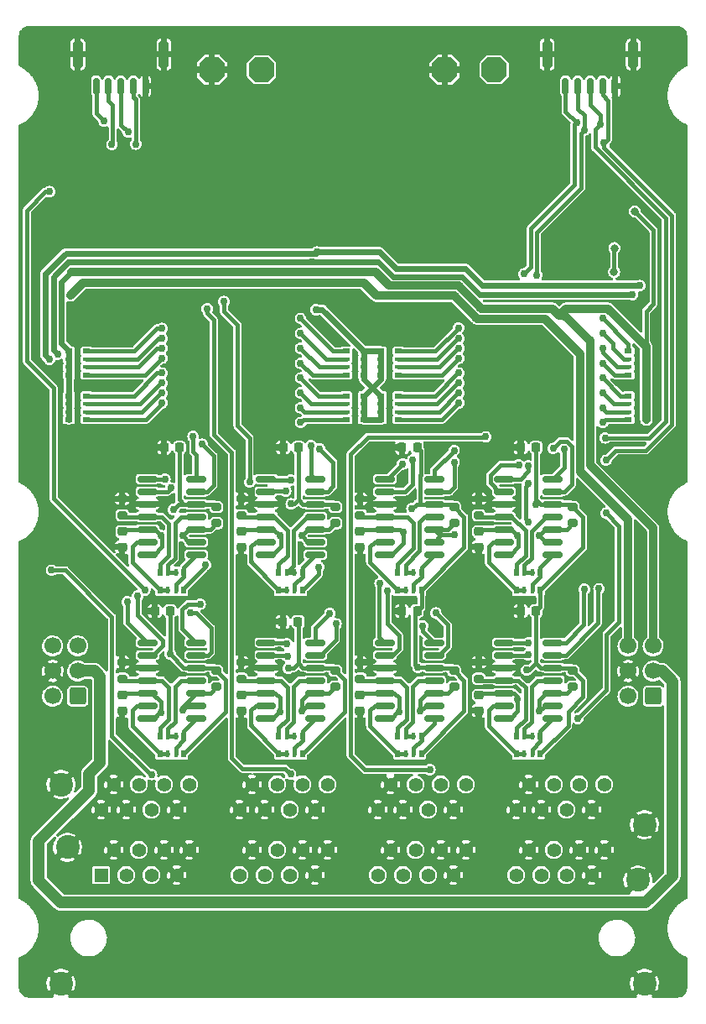
<source format=gbr>
%TF.GenerationSoftware,KiCad,Pcbnew,(6.0.0)*%
%TF.CreationDate,2022-08-06T01:14:48-04:00*%
%TF.ProjectId,security module,73656375-7269-4747-9920-6d6f64756c65,rev?*%
%TF.SameCoordinates,Original*%
%TF.FileFunction,Copper,L2,Bot*%
%TF.FilePolarity,Positive*%
%FSLAX46Y46*%
G04 Gerber Fmt 4.6, Leading zero omitted, Abs format (unit mm)*
G04 Created by KiCad (PCBNEW (6.0.0)) date 2022-08-06 01:14:48*
%MOMM*%
%LPD*%
G01*
G04 APERTURE LIST*
G04 Aperture macros list*
%AMRoundRect*
0 Rectangle with rounded corners*
0 $1 Rounding radius*
0 $2 $3 $4 $5 $6 $7 $8 $9 X,Y pos of 4 corners*
0 Add a 4 corners polygon primitive as box body*
4,1,4,$2,$3,$4,$5,$6,$7,$8,$9,$2,$3,0*
0 Add four circle primitives for the rounded corners*
1,1,$1+$1,$2,$3*
1,1,$1+$1,$4,$5*
1,1,$1+$1,$6,$7*
1,1,$1+$1,$8,$9*
0 Add four rect primitives between the rounded corners*
20,1,$1+$1,$2,$3,$4,$5,0*
20,1,$1+$1,$4,$5,$6,$7,0*
20,1,$1+$1,$6,$7,$8,$9,0*
20,1,$1+$1,$8,$9,$2,$3,0*%
%AMOutline5P*
0 Free polygon, 5 corners , with rotation*
0 The origin of the aperture is its center*
0 number of corners: always 5*
0 $1 to $10 corner X, Y*
0 $11 Rotation angle, in degrees counterclockwise*
0 create outline with 5 corners*
4,1,5,$1,$2,$3,$4,$5,$6,$7,$8,$9,$10,$1,$2,$11*%
%AMOutline6P*
0 Free polygon, 6 corners , with rotation*
0 The origin of the aperture is its center*
0 number of corners: always 6*
0 $1 to $12 corner X, Y*
0 $13 Rotation angle, in degrees counterclockwise*
0 create outline with 6 corners*
4,1,6,$1,$2,$3,$4,$5,$6,$7,$8,$9,$10,$11,$12,$1,$2,$13*%
%AMOutline7P*
0 Free polygon, 7 corners , with rotation*
0 The origin of the aperture is its center*
0 number of corners: always 7*
0 $1 to $14 corner X, Y*
0 $15 Rotation angle, in degrees counterclockwise*
0 create outline with 7 corners*
4,1,7,$1,$2,$3,$4,$5,$6,$7,$8,$9,$10,$11,$12,$13,$14,$1,$2,$15*%
%AMOutline8P*
0 Free polygon, 8 corners , with rotation*
0 The origin of the aperture is its center*
0 number of corners: always 8*
0 $1 to $16 corner X, Y*
0 $17 Rotation angle, in degrees counterclockwise*
0 create outline with 8 corners*
4,1,8,$1,$2,$3,$4,$5,$6,$7,$8,$9,$10,$11,$12,$13,$14,$15,$16,$1,$2,$17*%
G04 Aperture macros list end*
%TA.AperFunction,ComponentPad*%
%ADD10RoundRect,0.250000X0.600000X0.600000X-0.600000X0.600000X-0.600000X-0.600000X0.600000X-0.600000X0*%
%TD*%
%TA.AperFunction,ComponentPad*%
%ADD11C,1.700000*%
%TD*%
%TA.AperFunction,ComponentPad*%
%ADD12Outline8P,-1.270000X0.635000X-0.635000X1.270000X0.635000X1.270000X1.270000X0.635000X1.270000X-0.635000X0.635000X-1.270000X-0.635000X-1.270000X-1.270000X-0.635000X180.000000*%
%TD*%
%TA.AperFunction,ComponentPad*%
%ADD13R,1.400000X1.400000*%
%TD*%
%TA.AperFunction,ComponentPad*%
%ADD14C,1.400000*%
%TD*%
%TA.AperFunction,ComponentPad*%
%ADD15C,2.400000*%
%TD*%
%TA.AperFunction,SMDPad,CuDef*%
%ADD16RoundRect,0.200000X-0.275000X0.200000X-0.275000X-0.200000X0.275000X-0.200000X0.275000X0.200000X0*%
%TD*%
%TA.AperFunction,SMDPad,CuDef*%
%ADD17RoundRect,0.150000X0.825000X0.150000X-0.825000X0.150000X-0.825000X-0.150000X0.825000X-0.150000X0*%
%TD*%
%TA.AperFunction,SMDPad,CuDef*%
%ADD18RoundRect,0.225000X0.225000X0.250000X-0.225000X0.250000X-0.225000X-0.250000X0.225000X-0.250000X0*%
%TD*%
%TA.AperFunction,SMDPad,CuDef*%
%ADD19R,0.500000X0.800000*%
%TD*%
%TA.AperFunction,SMDPad,CuDef*%
%ADD20R,0.400000X0.800000*%
%TD*%
%TA.AperFunction,SMDPad,CuDef*%
%ADD21RoundRect,0.225000X-0.250000X0.225000X-0.250000X-0.225000X0.250000X-0.225000X0.250000X0.225000X0*%
%TD*%
%TA.AperFunction,SMDPad,CuDef*%
%ADD22RoundRect,0.200000X0.275000X-0.200000X0.275000X0.200000X-0.275000X0.200000X-0.275000X-0.200000X0*%
%TD*%
%TA.AperFunction,SMDPad,CuDef*%
%ADD23RoundRect,0.150000X-0.150000X-0.700000X0.150000X-0.700000X0.150000X0.700000X-0.150000X0.700000X0*%
%TD*%
%TA.AperFunction,SMDPad,CuDef*%
%ADD24RoundRect,0.250000X-0.250000X-1.100000X0.250000X-1.100000X0.250000X1.100000X-0.250000X1.100000X0*%
%TD*%
%TA.AperFunction,SMDPad,CuDef*%
%ADD25R,0.800000X0.500000*%
%TD*%
%TA.AperFunction,SMDPad,CuDef*%
%ADD26R,0.800000X0.400000*%
%TD*%
%TA.AperFunction,ViaPad*%
%ADD27C,0.756400*%
%TD*%
%TA.AperFunction,ViaPad*%
%ADD28C,0.800000*%
%TD*%
%TA.AperFunction,Conductor*%
%ADD29C,0.609600*%
%TD*%
%TA.AperFunction,Conductor*%
%ADD30C,0.406400*%
%TD*%
%TA.AperFunction,Conductor*%
%ADD31C,0.812800*%
%TD*%
%TA.AperFunction,Conductor*%
%ADD32C,1.219200*%
%TD*%
G04 APERTURE END LIST*
D10*
%TO.P,J1,1,Pin_1*%
%TO.N,SCL*%
X85050000Y-88600000D03*
D11*
%TO.P,J1,2,Pin_2*%
%TO.N,SDA*%
X82510000Y-88600000D03*
%TO.P,J1,3,Pin_3*%
%TO.N,Net-(J1-Pad3)*%
X85050000Y-86060000D03*
%TO.P,J1,4,Pin_4*%
%TO.N,GNDREF*%
X82510000Y-86060000D03*
%TO.P,J1,5,Pin_5*%
%TO.N,VCC*%
X85050000Y-83520000D03*
%TO.P,J1,6,Pin_6*%
%TO.N,RST*%
X82510000Y-83520000D03*
%TD*%
D12*
%TO.P,J4,1,1*%
%TO.N,VDD*%
X69000000Y-25400000D03*
%TO.P,J4,2,2*%
%TO.N,GNDREF*%
X64000000Y-25400000D03*
%TD*%
D10*
%TO.P,J2,1,Pin_1*%
%TO.N,SCL*%
X26950000Y-88600000D03*
D11*
%TO.P,J2,2,Pin_2*%
%TO.N,SDA*%
X24410000Y-88600000D03*
%TO.P,J2,3,Pin_3*%
%TO.N,Net-(J1-Pad3)*%
X26950000Y-86060000D03*
%TO.P,J2,4,Pin_4*%
%TO.N,GNDREF*%
X24410000Y-86060000D03*
%TO.P,J2,5,Pin_5*%
%TO.N,VCC*%
X26950000Y-83520000D03*
%TO.P,J2,6,Pin_6*%
%TO.N,RST*%
X24410000Y-83520000D03*
%TD*%
D12*
%TO.P,J3,1,1*%
%TO.N,VDD*%
X45500000Y-25400000D03*
%TO.P,J3,2,2*%
%TO.N,GNDREF*%
X40500000Y-25400000D03*
%TD*%
D13*
%TO.P,RJ45-1,A1,A1*%
%TO.N,sense2*%
X29309992Y-106639996D03*
D14*
%TO.P,RJ45-1,A2,A2*%
%TO.N,GNDREF*%
X30579992Y-104099996D03*
%TO.P,RJ45-1,A3,A3*%
%TO.N,sense2*%
X31849992Y-106639996D03*
%TO.P,RJ45-1,A4,A4*%
%TO.N,Net-(RJ45-1-PadA4)*%
X33119992Y-104099996D03*
%TO.P,RJ45-1,A5,A5*%
X34389992Y-106639996D03*
%TO.P,RJ45-1,A6,A6*%
%TO.N,GNDREF*%
X35659992Y-104099996D03*
%TO.P,RJ45-1,A7,A7*%
X36929992Y-106639996D03*
%TO.P,RJ45-1,A8,A8*%
X38199992Y-104099996D03*
%TO.P,RJ45-1,B1,B1*%
%TO.N,sense4*%
X43279992Y-106639996D03*
%TO.P,RJ45-1,B2,B2*%
%TO.N,GNDREF*%
X44549992Y-104099996D03*
%TO.P,RJ45-1,B3,B3*%
%TO.N,sense4*%
X45819992Y-106639996D03*
%TO.P,RJ45-1,B4,B4*%
%TO.N,Net-(RJ45-1-PadB4)*%
X47089992Y-104099996D03*
%TO.P,RJ45-1,B5,B5*%
X48359992Y-106639996D03*
%TO.P,RJ45-1,B6,B6*%
%TO.N,GNDREF*%
X49629992Y-104099996D03*
%TO.P,RJ45-1,B7,B7*%
X50899992Y-106639996D03*
%TO.P,RJ45-1,B8,B8*%
X52169992Y-104099996D03*
%TO.P,RJ45-1,C1,C1*%
%TO.N,sense6*%
X57249992Y-106639996D03*
%TO.P,RJ45-1,C2,C2*%
%TO.N,GNDREF*%
X58519992Y-104099996D03*
%TO.P,RJ45-1,C3,C3*%
%TO.N,sense6*%
X59789992Y-106639996D03*
%TO.P,RJ45-1,C4,C4*%
%TO.N,Net-(RJ45-1-PadC4)*%
X61059992Y-104099996D03*
%TO.P,RJ45-1,C5,C5*%
X62329992Y-106639996D03*
%TO.P,RJ45-1,C6,C6*%
%TO.N,GNDREF*%
X63599992Y-104099996D03*
%TO.P,RJ45-1,C7,C7*%
X64869992Y-106639996D03*
%TO.P,RJ45-1,C8,C8*%
X66139992Y-104099996D03*
%TO.P,RJ45-1,D1,D1*%
%TO.N,sense8*%
X71219992Y-106639996D03*
%TO.P,RJ45-1,D2,D2*%
%TO.N,GNDREF*%
X72489992Y-104099996D03*
%TO.P,RJ45-1,D3,D3*%
%TO.N,sense8*%
X73759992Y-106639996D03*
%TO.P,RJ45-1,D4,D4*%
%TO.N,Net-(RJ45-1-PadD4)*%
X75029992Y-104099996D03*
%TO.P,RJ45-1,D5,D5*%
X76299992Y-106639996D03*
%TO.P,RJ45-1,D6,D6*%
%TO.N,GNDREF*%
X77569992Y-104099996D03*
%TO.P,RJ45-1,D7,D7*%
X78839992Y-106639996D03*
%TO.P,RJ45-1,D8,D8*%
X80109992Y-104099996D03*
%TO.P,RJ45-1,E1,E1*%
%TO.N,sense1*%
X38199992Y-97499996D03*
%TO.P,RJ45-1,E2,E2*%
%TO.N,GNDREF*%
X36929992Y-100039996D03*
%TO.P,RJ45-1,E3,E3*%
%TO.N,sense1*%
X35659992Y-97499996D03*
%TO.P,RJ45-1,E4,E4*%
%TO.N,Net-(RJ45-1-PadE4)*%
X34389992Y-100039996D03*
%TO.P,RJ45-1,E5,E5*%
X33119992Y-97499996D03*
%TO.P,RJ45-1,E6,E6*%
%TO.N,GNDREF*%
X31849992Y-100039996D03*
%TO.P,RJ45-1,E7,E7*%
X30579992Y-97499996D03*
%TO.P,RJ45-1,E8,E8*%
X29309992Y-100039996D03*
%TO.P,RJ45-1,F1,F1*%
%TO.N,sense3*%
X52169992Y-97499996D03*
%TO.P,RJ45-1,F2,F2*%
%TO.N,GNDREF*%
X50899992Y-100039996D03*
%TO.P,RJ45-1,F3,F3*%
%TO.N,sense3*%
X49629992Y-97499996D03*
%TO.P,RJ45-1,F4,F4*%
%TO.N,Net-(RJ45-1-PadF4)*%
X48359992Y-100039996D03*
%TO.P,RJ45-1,F5,F5*%
X47089992Y-97499996D03*
%TO.P,RJ45-1,F6,F6*%
%TO.N,GNDREF*%
X45819992Y-100039996D03*
%TO.P,RJ45-1,F7,F7*%
X44549992Y-97499996D03*
%TO.P,RJ45-1,F8,F8*%
X43279992Y-100039996D03*
%TO.P,RJ45-1,G1,G1*%
%TO.N,sense5*%
X66139992Y-97499996D03*
%TO.P,RJ45-1,G2,G2*%
%TO.N,GNDREF*%
X64869992Y-100039996D03*
%TO.P,RJ45-1,G3,G3*%
%TO.N,sense5*%
X63599992Y-97499996D03*
%TO.P,RJ45-1,G4,G4*%
%TO.N,Net-(RJ45-1-PadG4)*%
X62329992Y-100039996D03*
%TO.P,RJ45-1,G5,G5*%
X61059992Y-97499996D03*
%TO.P,RJ45-1,G6,G6*%
%TO.N,GNDREF*%
X59789992Y-100039996D03*
%TO.P,RJ45-1,G7,G7*%
X58519992Y-97499996D03*
%TO.P,RJ45-1,G8,G8*%
X57249992Y-100039996D03*
%TO.P,RJ45-1,H1,H1*%
%TO.N,sense7*%
X80109992Y-97499996D03*
%TO.P,RJ45-1,H2,H2*%
%TO.N,GNDREF*%
X78839992Y-100039996D03*
%TO.P,RJ45-1,H3,H3*%
%TO.N,sense7*%
X77569992Y-97499996D03*
%TO.P,RJ45-1,H4,H4*%
%TO.N,Net-(RJ45-1-PadH4)*%
X76299992Y-100039996D03*
%TO.P,RJ45-1,H5,H5*%
X75029992Y-97499996D03*
%TO.P,RJ45-1,H6,H6*%
%TO.N,GNDREF*%
X73759992Y-100039996D03*
%TO.P,RJ45-1,H7,H7*%
X72489992Y-97499996D03*
%TO.P,RJ45-1,H8,H8*%
X71219992Y-100039996D03*
D15*
%TO.P,RJ45-1,MH1,MH1*%
X25914992Y-103839996D03*
%TO.P,RJ45-1,MH2,MH2*%
X25249992Y-97499996D03*
%TO.P,RJ45-1,MH3,MH3*%
X84169992Y-101559996D03*
%TO.P,RJ45-1,MH4,MH4*%
X83504992Y-107139996D03*
%TO.P,RJ45-1,MH5,MH5*%
X84169992Y-117559996D03*
%TO.P,RJ45-1,MH6,MH6*%
X25249992Y-117559996D03*
%TD*%
D16*
%TO.P,R10,1*%
%TO.N,VDD*%
X52950000Y-69500000D03*
%TO.P,R10,2*%
%TO.N,sense4*%
X52950000Y-71150000D03*
%TD*%
D17*
%TO.P,P4,1*%
%TO.N,port4a*%
X50925000Y-66690000D03*
%TO.P,P4,2*%
%TO.N,port4b*%
X50925000Y-67960000D03*
%TO.P,P4,3,V+*%
%TO.N,VDD*%
X50925000Y-69230000D03*
%TO.P,P4,4,-*%
%TO.N,Net-(P4-Pad4)*%
X50925000Y-70500000D03*
%TO.P,P4,5,+*%
%TO.N,sense4*%
X50925000Y-71770000D03*
%TO.P,P4,6,-*%
X50925000Y-73040000D03*
%TO.P,P4,7,+*%
%TO.N,Net-(P4-Pad7)*%
X50925000Y-74310000D03*
%TO.P,P4,8,-*%
%TO.N,sense4*%
X45975000Y-74310000D03*
%TO.P,P4,9,+*%
%TO.N,Net-(P4-Pad9)*%
X45975000Y-73040000D03*
%TO.P,P4,10,-*%
%TO.N,sense4*%
X45975000Y-71770000D03*
%TO.P,P4,11,+*%
%TO.N,Net-(P4-Pad11)*%
X45975000Y-70500000D03*
%TO.P,P4,12,V-*%
%TO.N,GNDREF*%
X45975000Y-69230000D03*
%TO.P,P4,13*%
%TO.N,port4d*%
X45975000Y-67960000D03*
%TO.P,P4,14*%
%TO.N,port4c*%
X45975000Y-66690000D03*
%TD*%
D16*
%TO.P,R8,1*%
%TO.N,VDD*%
X52950000Y-86000000D03*
%TO.P,R8,2*%
%TO.N,sense3*%
X52950000Y-87650000D03*
%TD*%
D18*
%TO.P,C19,1*%
%TO.N,VDD*%
X73225000Y-80000000D03*
%TO.P,C19,2*%
%TO.N,GNDREF*%
X71675000Y-80000000D03*
%TD*%
D19*
%TO.P,RN17,1,R1.1*%
%TO.N,VDD*%
X73650000Y-94400000D03*
D20*
%TO.P,RN17,2,R2.1*%
%TO.N,Net-(P7-Pad7)*%
X72850000Y-94400000D03*
%TO.P,RN17,3,R3.1*%
%TO.N,Net-(P7-Pad9)*%
X72050000Y-94400000D03*
D19*
%TO.P,RN17,4,R4.1*%
X71250000Y-94400000D03*
%TO.P,RN17,5,R4.2*%
%TO.N,Net-(P7-Pad11)*%
X71250000Y-92600000D03*
D20*
%TO.P,RN17,6,R3.2*%
%TO.N,Net-(P7-Pad4)*%
X72050000Y-92600000D03*
%TO.P,RN17,7,R2.2*%
X72850000Y-92600000D03*
D19*
%TO.P,RN17,8,R1.2*%
%TO.N,Net-(P7-Pad7)*%
X73650000Y-92600000D03*
%TD*%
%TO.P,RN13,1,R1.1*%
%TO.N,VDD*%
X49650000Y-94400000D03*
D20*
%TO.P,RN13,2,R2.1*%
%TO.N,Net-(P3-Pad7)*%
X48850000Y-94400000D03*
%TO.P,RN13,3,R3.1*%
%TO.N,Net-(P3-Pad9)*%
X48050000Y-94400000D03*
D19*
%TO.P,RN13,4,R4.1*%
X47250000Y-94400000D03*
%TO.P,RN13,5,R4.2*%
%TO.N,Net-(P3-Pad11)*%
X47250000Y-92600000D03*
D20*
%TO.P,RN13,6,R3.2*%
%TO.N,Net-(P3-Pad4)*%
X48050000Y-92600000D03*
%TO.P,RN13,7,R2.2*%
X48850000Y-92600000D03*
D19*
%TO.P,RN13,8,R1.2*%
%TO.N,Net-(P3-Pad7)*%
X49650000Y-92600000D03*
%TD*%
D21*
%TO.P,C10,1*%
%TO.N,sense3*%
X43450000Y-88500000D03*
%TO.P,C10,2*%
%TO.N,GNDREF*%
X43450000Y-90050000D03*
%TD*%
D22*
%TO.P,R17,1*%
%TO.N,Net-(P8-Pad11)*%
X67450000Y-70325000D03*
%TO.P,R17,2*%
%TO.N,GNDREF*%
X67450000Y-68675000D03*
%TD*%
D23*
%TO.P,J5,1,Pin_1*%
%TO.N,pw5*%
X76200000Y-27050000D03*
%TO.P,J5,2,Pin_2*%
%TO.N,pw6*%
X77450000Y-27050000D03*
%TO.P,J5,3,Pin_3*%
%TO.N,pw7*%
X78700000Y-27050000D03*
%TO.P,J5,4,Pin_4*%
%TO.N,pw8*%
X79950000Y-27050000D03*
%TO.P,J5,5,Pin_5*%
%TO.N,GNDREF*%
X81200000Y-27050000D03*
D24*
%TO.P,J5,MP,MountPin*%
X74350000Y-23850000D03*
X83050000Y-23850000D03*
%TD*%
D21*
%TO.P,C7,1*%
%TO.N,sense2*%
X31450000Y-72000000D03*
%TO.P,C7,2*%
%TO.N,GNDREF*%
X31450000Y-73550000D03*
%TD*%
D19*
%TO.P,RN14,1,R1.1*%
%TO.N,VDD*%
X49650000Y-77900000D03*
D20*
%TO.P,RN14,2,R2.1*%
%TO.N,Net-(P4-Pad7)*%
X48850000Y-77900000D03*
%TO.P,RN14,3,R3.1*%
%TO.N,Net-(P4-Pad9)*%
X48050000Y-77900000D03*
D19*
%TO.P,RN14,4,R4.1*%
X47250000Y-77900000D03*
%TO.P,RN14,5,R4.2*%
%TO.N,Net-(P4-Pad11)*%
X47250000Y-76100000D03*
D20*
%TO.P,RN14,6,R3.2*%
%TO.N,Net-(P4-Pad4)*%
X48050000Y-76100000D03*
%TO.P,RN14,7,R2.2*%
X48850000Y-76100000D03*
D19*
%TO.P,RN14,8,R1.2*%
%TO.N,Net-(P4-Pad7)*%
X49650000Y-76100000D03*
%TD*%
D18*
%TO.P,C17,1*%
%TO.N,VDD*%
X61225000Y-63500000D03*
%TO.P,C17,2*%
%TO.N,GNDREF*%
X59675000Y-63500000D03*
%TD*%
D22*
%TO.P,R11,1*%
%TO.N,Net-(P5-Pad11)*%
X55450000Y-86825000D03*
%TO.P,R11,2*%
%TO.N,GNDREF*%
X55450000Y-85175000D03*
%TD*%
D25*
%TO.P,RN9,1,R1.1*%
%TO.N,VCC*%
X26050000Y-60700000D03*
D26*
%TO.P,RN9,2,R2.1*%
X26050000Y-59900000D03*
%TO.P,RN9,3,R3.1*%
X26050000Y-59100000D03*
D25*
%TO.P,RN9,4,R4.1*%
X26050000Y-58300000D03*
%TO.P,RN9,5,R4.2*%
%TO.N,port2a*%
X27850000Y-58300000D03*
D26*
%TO.P,RN9,6,R3.2*%
%TO.N,port2b*%
X27850000Y-59100000D03*
%TO.P,RN9,7,R2.2*%
%TO.N,port2c*%
X27850000Y-59900000D03*
D25*
%TO.P,RN9,8,R1.2*%
%TO.N,port2d*%
X27850000Y-60700000D03*
%TD*%
D22*
%TO.P,R9,1*%
%TO.N,Net-(P4-Pad11)*%
X43450000Y-70325000D03*
%TO.P,R9,2*%
%TO.N,GNDREF*%
X43450000Y-68675000D03*
%TD*%
D25*
%TO.P,RN6,1,R1.1*%
%TO.N,VCC*%
X84350000Y-53800000D03*
D26*
%TO.P,RN6,2,R2.1*%
X84350000Y-54600000D03*
%TO.P,RN6,3,R3.1*%
X84350000Y-55400000D03*
D25*
%TO.P,RN6,4,R4.1*%
X84350000Y-56200000D03*
%TO.P,RN6,5,R4.2*%
%TO.N,port8a*%
X82550000Y-56200000D03*
D26*
%TO.P,RN6,6,R3.2*%
%TO.N,port8b*%
X82550000Y-55400000D03*
%TO.P,RN6,7,R2.2*%
%TO.N,port8c*%
X82550000Y-54600000D03*
D25*
%TO.P,RN6,8,R1.2*%
%TO.N,port8d*%
X82550000Y-53800000D03*
%TD*%
D19*
%TO.P,RN12,1,R1.1*%
%TO.N,VDD*%
X37650000Y-77900000D03*
D20*
%TO.P,RN12,2,R2.1*%
%TO.N,Net-(P2-Pad7)*%
X36850000Y-77900000D03*
%TO.P,RN12,3,R3.1*%
%TO.N,Net-(P2-Pad9)*%
X36050000Y-77900000D03*
D19*
%TO.P,RN12,4,R4.1*%
X35250000Y-77900000D03*
%TO.P,RN12,5,R4.2*%
%TO.N,Net-(P2-Pad11)*%
X35250000Y-76100000D03*
D20*
%TO.P,RN12,6,R3.2*%
%TO.N,Net-(P2-Pad4)*%
X36050000Y-76100000D03*
%TO.P,RN12,7,R2.2*%
X36850000Y-76100000D03*
D19*
%TO.P,RN12,8,R1.2*%
%TO.N,Net-(P2-Pad7)*%
X37650000Y-76100000D03*
%TD*%
D25*
%TO.P,RN7,1,R1.1*%
%TO.N,VCC*%
X26050000Y-56200000D03*
D26*
%TO.P,RN7,2,R2.1*%
X26050000Y-55400000D03*
%TO.P,RN7,3,R3.1*%
X26050000Y-54600000D03*
D25*
%TO.P,RN7,4,R4.1*%
X26050000Y-53800000D03*
%TO.P,RN7,5,R4.2*%
%TO.N,port1a*%
X27850000Y-53800000D03*
D26*
%TO.P,RN7,6,R3.2*%
%TO.N,port1b*%
X27850000Y-54600000D03*
%TO.P,RN7,7,R2.2*%
%TO.N,port1c*%
X27850000Y-55400000D03*
D25*
%TO.P,RN7,8,R1.2*%
%TO.N,port1d*%
X27850000Y-56200000D03*
%TD*%
D21*
%TO.P,C20,1*%
%TO.N,sense8*%
X67450000Y-72000000D03*
%TO.P,C20,2*%
%TO.N,GNDREF*%
X67450000Y-73550000D03*
%TD*%
D22*
%TO.P,R3,1*%
%TO.N,Net-(P1-Pad11)*%
X31450000Y-86825000D03*
%TO.P,R3,2*%
%TO.N,GNDREF*%
X31450000Y-85175000D03*
%TD*%
D17*
%TO.P,P2,1*%
%TO.N,port2a*%
X38925000Y-66690000D03*
%TO.P,P2,2*%
%TO.N,port2b*%
X38925000Y-67960000D03*
%TO.P,P2,3,V+*%
%TO.N,VDD*%
X38925000Y-69230000D03*
%TO.P,P2,4,-*%
%TO.N,Net-(P2-Pad4)*%
X38925000Y-70500000D03*
%TO.P,P2,5,+*%
%TO.N,sense2*%
X38925000Y-71770000D03*
%TO.P,P2,6,-*%
X38925000Y-73040000D03*
%TO.P,P2,7,+*%
%TO.N,Net-(P2-Pad7)*%
X38925000Y-74310000D03*
%TO.P,P2,8,-*%
%TO.N,sense2*%
X33975000Y-74310000D03*
%TO.P,P2,9,+*%
%TO.N,Net-(P2-Pad9)*%
X33975000Y-73040000D03*
%TO.P,P2,10,-*%
%TO.N,sense2*%
X33975000Y-71770000D03*
%TO.P,P2,11,+*%
%TO.N,Net-(P2-Pad11)*%
X33975000Y-70500000D03*
%TO.P,P2,12,V-*%
%TO.N,GNDREF*%
X33975000Y-69230000D03*
%TO.P,P2,13*%
%TO.N,port2d*%
X33975000Y-67960000D03*
%TO.P,P2,14*%
%TO.N,port2c*%
X33975000Y-66690000D03*
%TD*%
D21*
%TO.P,C12,1*%
%TO.N,sense4*%
X43450000Y-72000000D03*
%TO.P,C12,2*%
%TO.N,GNDREF*%
X43450000Y-73550000D03*
%TD*%
D18*
%TO.P,C8,1*%
%TO.N,VDD*%
X36275000Y-80000000D03*
%TO.P,C8,2*%
%TO.N,GNDREF*%
X34725000Y-80000000D03*
%TD*%
D16*
%TO.P,R14,1*%
%TO.N,VDD*%
X64950000Y-69500000D03*
%TO.P,R14,2*%
%TO.N,sense6*%
X64950000Y-71150000D03*
%TD*%
D17*
%TO.P,P6,1*%
%TO.N,port6a*%
X62925000Y-66690000D03*
%TO.P,P6,2*%
%TO.N,port6b*%
X62925000Y-67960000D03*
%TO.P,P6,3,V+*%
%TO.N,VDD*%
X62925000Y-69230000D03*
%TO.P,P6,4,-*%
%TO.N,Net-(P6-Pad4)*%
X62925000Y-70500000D03*
%TO.P,P6,5,+*%
%TO.N,sense6*%
X62925000Y-71770000D03*
%TO.P,P6,6,-*%
X62925000Y-73040000D03*
%TO.P,P6,7,+*%
%TO.N,Net-(P6-Pad7)*%
X62925000Y-74310000D03*
%TO.P,P6,8,-*%
%TO.N,sense6*%
X57975000Y-74310000D03*
%TO.P,P6,9,+*%
%TO.N,Net-(P6-Pad9)*%
X57975000Y-73040000D03*
%TO.P,P6,10,-*%
%TO.N,sense6*%
X57975000Y-71770000D03*
%TO.P,P6,11,+*%
%TO.N,Net-(P6-Pad11)*%
X57975000Y-70500000D03*
%TO.P,P6,12,V-*%
%TO.N,GNDREF*%
X57975000Y-69230000D03*
%TO.P,P6,13*%
%TO.N,port6d*%
X57975000Y-67960000D03*
%TO.P,P6,14*%
%TO.N,port6c*%
X57975000Y-66690000D03*
%TD*%
D21*
%TO.P,C14,1*%
%TO.N,sense5*%
X55450000Y-88500000D03*
%TO.P,C14,2*%
%TO.N,GNDREF*%
X55450000Y-90050000D03*
%TD*%
D17*
%TO.P,P5,1*%
%TO.N,port5a*%
X62925000Y-83190000D03*
%TO.P,P5,2*%
%TO.N,port5b*%
X62925000Y-84460000D03*
%TO.P,P5,3,V+*%
%TO.N,VDD*%
X62925000Y-85730000D03*
%TO.P,P5,4,-*%
%TO.N,Net-(P5-Pad4)*%
X62925000Y-87000000D03*
%TO.P,P5,5,+*%
%TO.N,sense5*%
X62925000Y-88270000D03*
%TO.P,P5,6,-*%
X62925000Y-89540000D03*
%TO.P,P5,7,+*%
%TO.N,Net-(P5-Pad7)*%
X62925000Y-90810000D03*
%TO.P,P5,8,-*%
%TO.N,sense5*%
X57975000Y-90810000D03*
%TO.P,P5,9,+*%
%TO.N,Net-(P5-Pad9)*%
X57975000Y-89540000D03*
%TO.P,P5,10,-*%
%TO.N,sense5*%
X57975000Y-88270000D03*
%TO.P,P5,11,+*%
%TO.N,Net-(P5-Pad11)*%
X57975000Y-87000000D03*
%TO.P,P5,12,V-*%
%TO.N,GNDREF*%
X57975000Y-85730000D03*
%TO.P,P5,13*%
%TO.N,port5d*%
X57975000Y-84460000D03*
%TO.P,P5,14*%
%TO.N,port5c*%
X57975000Y-83190000D03*
%TD*%
D21*
%TO.P,C18,1*%
%TO.N,sense7*%
X67450000Y-88500000D03*
%TO.P,C18,2*%
%TO.N,GNDREF*%
X67450000Y-90050000D03*
%TD*%
D19*
%TO.P,RN11,1,R1.1*%
%TO.N,VDD*%
X37650000Y-94400000D03*
D20*
%TO.P,RN11,2,R2.1*%
%TO.N,Net-(P1-Pad7)*%
X36850000Y-94400000D03*
%TO.P,RN11,3,R3.1*%
%TO.N,Net-(P1-Pad9)*%
X36050000Y-94400000D03*
D19*
%TO.P,RN11,4,R4.1*%
X35250000Y-94400000D03*
%TO.P,RN11,5,R4.2*%
%TO.N,Net-(P1-Pad11)*%
X35250000Y-92600000D03*
D20*
%TO.P,RN11,6,R3.2*%
%TO.N,Net-(P1-Pad4)*%
X36050000Y-92600000D03*
%TO.P,RN11,7,R2.2*%
X36850000Y-92600000D03*
D19*
%TO.P,RN11,8,R1.2*%
%TO.N,Net-(P1-Pad7)*%
X37650000Y-92600000D03*
%TD*%
D22*
%TO.P,R15,1*%
%TO.N,Net-(P7-Pad11)*%
X67450000Y-86825000D03*
%TO.P,R15,2*%
%TO.N,GNDREF*%
X67450000Y-85175000D03*
%TD*%
%TO.P,R7,1*%
%TO.N,Net-(P3-Pad11)*%
X43450000Y-86825000D03*
%TO.P,R7,2*%
%TO.N,GNDREF*%
X43450000Y-85175000D03*
%TD*%
D18*
%TO.P,C15,1*%
%TO.N,VDD*%
X61225000Y-80000000D03*
%TO.P,C15,2*%
%TO.N,GNDREF*%
X59675000Y-80000000D03*
%TD*%
D25*
%TO.P,RN5,1,R1.1*%
%TO.N,VCC*%
X55850000Y-53800000D03*
D26*
%TO.P,RN5,2,R2.1*%
X55850000Y-54600000D03*
%TO.P,RN5,3,R3.1*%
X55850000Y-55400000D03*
D25*
%TO.P,RN5,4,R4.1*%
X55850000Y-56200000D03*
%TO.P,RN5,5,R4.2*%
%TO.N,port4a*%
X54050000Y-56200000D03*
D26*
%TO.P,RN5,6,R3.2*%
%TO.N,port4b*%
X54050000Y-55400000D03*
%TO.P,RN5,7,R2.2*%
%TO.N,port4c*%
X54050000Y-54600000D03*
D25*
%TO.P,RN5,8,R1.2*%
%TO.N,port4d*%
X54050000Y-53800000D03*
%TD*%
D16*
%TO.P,R12,1*%
%TO.N,VDD*%
X64950000Y-86000000D03*
%TO.P,R12,2*%
%TO.N,sense5*%
X64950000Y-87650000D03*
%TD*%
D19*
%TO.P,RN15,1,R1.1*%
%TO.N,VDD*%
X61650000Y-94400000D03*
D20*
%TO.P,RN15,2,R2.1*%
%TO.N,Net-(P5-Pad7)*%
X60850000Y-94400000D03*
%TO.P,RN15,3,R3.1*%
%TO.N,Net-(P5-Pad9)*%
X60050000Y-94400000D03*
D19*
%TO.P,RN15,4,R4.1*%
X59250000Y-94400000D03*
%TO.P,RN15,5,R4.2*%
%TO.N,Net-(P5-Pad11)*%
X59250000Y-92600000D03*
D20*
%TO.P,RN15,6,R3.2*%
%TO.N,Net-(P5-Pad4)*%
X60050000Y-92600000D03*
%TO.P,RN15,7,R2.2*%
X60850000Y-92600000D03*
D19*
%TO.P,RN15,8,R1.2*%
%TO.N,Net-(P5-Pad7)*%
X61650000Y-92600000D03*
%TD*%
%TO.P,RN16,1,R1.1*%
%TO.N,VDD*%
X61650000Y-77900000D03*
D20*
%TO.P,RN16,2,R2.1*%
%TO.N,Net-(P6-Pad7)*%
X60850000Y-77900000D03*
%TO.P,RN16,3,R3.1*%
%TO.N,Net-(P6-Pad9)*%
X60050000Y-77900000D03*
D19*
%TO.P,RN16,4,R4.1*%
X59250000Y-77900000D03*
%TO.P,RN16,5,R4.2*%
%TO.N,Net-(P6-Pad11)*%
X59250000Y-76100000D03*
D20*
%TO.P,RN16,6,R3.2*%
%TO.N,Net-(P6-Pad4)*%
X60050000Y-76100000D03*
%TO.P,RN16,7,R2.2*%
X60850000Y-76100000D03*
D19*
%TO.P,RN16,8,R1.2*%
%TO.N,Net-(P6-Pad7)*%
X61650000Y-76100000D03*
%TD*%
D17*
%TO.P,P1,1*%
%TO.N,port1a*%
X38925000Y-83190000D03*
%TO.P,P1,2*%
%TO.N,port1b*%
X38925000Y-84460000D03*
%TO.P,P1,3,V+*%
%TO.N,VDD*%
X38925000Y-85730000D03*
%TO.P,P1,4,-*%
%TO.N,Net-(P1-Pad4)*%
X38925000Y-87000000D03*
%TO.P,P1,5,+*%
%TO.N,sense1*%
X38925000Y-88270000D03*
%TO.P,P1,6,-*%
X38925000Y-89540000D03*
%TO.P,P1,7,+*%
%TO.N,Net-(P1-Pad7)*%
X38925000Y-90810000D03*
%TO.P,P1,8,-*%
%TO.N,sense1*%
X33975000Y-90810000D03*
%TO.P,P1,9,+*%
%TO.N,Net-(P1-Pad9)*%
X33975000Y-89540000D03*
%TO.P,P1,10,-*%
%TO.N,sense1*%
X33975000Y-88270000D03*
%TO.P,P1,11,+*%
%TO.N,Net-(P1-Pad11)*%
X33975000Y-87000000D03*
%TO.P,P1,12,V-*%
%TO.N,GNDREF*%
X33975000Y-85730000D03*
%TO.P,P1,13*%
%TO.N,port1d*%
X33975000Y-84460000D03*
%TO.P,P1,14*%
%TO.N,port1c*%
X33975000Y-83190000D03*
%TD*%
D25*
%TO.P,RN8,1,R1.1*%
%TO.N,VCC*%
X57550000Y-56200000D03*
D26*
%TO.P,RN8,2,R2.1*%
X57550000Y-55400000D03*
%TO.P,RN8,3,R3.1*%
X57550000Y-54600000D03*
D25*
%TO.P,RN8,4,R4.1*%
X57550000Y-53800000D03*
%TO.P,RN8,5,R4.2*%
%TO.N,port5a*%
X59350000Y-53800000D03*
D26*
%TO.P,RN8,6,R3.2*%
%TO.N,port5b*%
X59350000Y-54600000D03*
%TO.P,RN8,7,R2.2*%
%TO.N,port5c*%
X59350000Y-55400000D03*
D25*
%TO.P,RN8,8,R1.2*%
%TO.N,port5d*%
X59350000Y-56200000D03*
%TD*%
%TO.P,RN3,1,R1.1*%
%TO.N,VCC*%
X55850000Y-58300000D03*
D26*
%TO.P,RN3,2,R2.1*%
X55850000Y-59100000D03*
%TO.P,RN3,3,R3.1*%
X55850000Y-59900000D03*
D25*
%TO.P,RN3,4,R4.1*%
X55850000Y-60700000D03*
%TO.P,RN3,5,R4.2*%
%TO.N,port3a*%
X54050000Y-60700000D03*
D26*
%TO.P,RN3,6,R3.2*%
%TO.N,port3b*%
X54050000Y-59900000D03*
%TO.P,RN3,7,R2.2*%
%TO.N,port3c*%
X54050000Y-59100000D03*
D25*
%TO.P,RN3,8,R1.2*%
%TO.N,port3d*%
X54050000Y-58300000D03*
%TD*%
D17*
%TO.P,P8,1*%
%TO.N,port8a*%
X74925000Y-66690000D03*
%TO.P,P8,2*%
%TO.N,port8b*%
X74925000Y-67960000D03*
%TO.P,P8,3,V+*%
%TO.N,VDD*%
X74925000Y-69230000D03*
%TO.P,P8,4,-*%
%TO.N,Net-(P8-Pad4)*%
X74925000Y-70500000D03*
%TO.P,P8,5,+*%
%TO.N,sense8*%
X74925000Y-71770000D03*
%TO.P,P8,6,-*%
X74925000Y-73040000D03*
%TO.P,P8,7,+*%
%TO.N,Net-(P8-Pad7)*%
X74925000Y-74310000D03*
%TO.P,P8,8,-*%
%TO.N,sense8*%
X69975000Y-74310000D03*
%TO.P,P8,9,+*%
%TO.N,Net-(P8-Pad9)*%
X69975000Y-73040000D03*
%TO.P,P8,10,-*%
%TO.N,sense8*%
X69975000Y-71770000D03*
%TO.P,P8,11,+*%
%TO.N,Net-(P8-Pad11)*%
X69975000Y-70500000D03*
%TO.P,P8,12,V-*%
%TO.N,GNDREF*%
X69975000Y-69230000D03*
%TO.P,P8,13*%
%TO.N,port8d*%
X69975000Y-67960000D03*
%TO.P,P8,14*%
%TO.N,port8c*%
X69975000Y-66690000D03*
%TD*%
D25*
%TO.P,RN4,1,R1.1*%
%TO.N,VCC*%
X84350000Y-58300000D03*
D26*
%TO.P,RN4,2,R2.1*%
X84350000Y-59100000D03*
%TO.P,RN4,3,R3.1*%
X84350000Y-59900000D03*
D25*
%TO.P,RN4,4,R4.1*%
X84350000Y-60700000D03*
%TO.P,RN4,5,R4.2*%
%TO.N,port7a*%
X82550000Y-60700000D03*
D26*
%TO.P,RN4,6,R3.2*%
%TO.N,port7b*%
X82550000Y-59900000D03*
%TO.P,RN4,7,R2.2*%
%TO.N,port7c*%
X82550000Y-59100000D03*
D25*
%TO.P,RN4,8,R1.2*%
%TO.N,port7d*%
X82550000Y-58300000D03*
%TD*%
D18*
%TO.P,C11,1*%
%TO.N,VDD*%
X49190000Y-81090000D03*
%TO.P,C11,2*%
%TO.N,GNDREF*%
X47640000Y-81090000D03*
%TD*%
D16*
%TO.P,R16,1*%
%TO.N,VDD*%
X76950000Y-86000000D03*
%TO.P,R16,2*%
%TO.N,sense7*%
X76950000Y-87650000D03*
%TD*%
D18*
%TO.P,C13,1*%
%TO.N,VDD*%
X49225000Y-63500000D03*
%TO.P,C13,2*%
%TO.N,GNDREF*%
X47675000Y-63500000D03*
%TD*%
D19*
%TO.P,RN18,1,R1.1*%
%TO.N,VDD*%
X73650000Y-77900000D03*
D20*
%TO.P,RN18,2,R2.1*%
%TO.N,Net-(P8-Pad7)*%
X72850000Y-77900000D03*
%TO.P,RN18,3,R3.1*%
%TO.N,Net-(P8-Pad9)*%
X72050000Y-77900000D03*
D19*
%TO.P,RN18,4,R4.1*%
X71250000Y-77900000D03*
%TO.P,RN18,5,R4.2*%
%TO.N,Net-(P8-Pad11)*%
X71250000Y-76100000D03*
D20*
%TO.P,RN18,6,R3.2*%
%TO.N,Net-(P8-Pad4)*%
X72050000Y-76100000D03*
%TO.P,RN18,7,R2.2*%
X72850000Y-76100000D03*
D19*
%TO.P,RN18,8,R1.2*%
%TO.N,Net-(P8-Pad7)*%
X73650000Y-76100000D03*
%TD*%
D16*
%TO.P,R6,1*%
%TO.N,VDD*%
X40950000Y-69500000D03*
%TO.P,R6,2*%
%TO.N,sense2*%
X40950000Y-71150000D03*
%TD*%
D25*
%TO.P,RN10,1,R1.1*%
%TO.N,VCC*%
X57550000Y-60700000D03*
D26*
%TO.P,RN10,2,R2.1*%
X57550000Y-59900000D03*
%TO.P,RN10,3,R3.1*%
X57550000Y-59100000D03*
D25*
%TO.P,RN10,4,R4.1*%
X57550000Y-58300000D03*
%TO.P,RN10,5,R4.2*%
%TO.N,port6a*%
X59350000Y-58300000D03*
D26*
%TO.P,RN10,6,R3.2*%
%TO.N,port6b*%
X59350000Y-59100000D03*
%TO.P,RN10,7,R2.2*%
%TO.N,port6c*%
X59350000Y-59900000D03*
D25*
%TO.P,RN10,8,R1.2*%
%TO.N,port6d*%
X59350000Y-60700000D03*
%TD*%
D21*
%TO.P,C6,1*%
%TO.N,sense1*%
X31450000Y-88500000D03*
%TO.P,C6,2*%
%TO.N,GNDREF*%
X31450000Y-90050000D03*
%TD*%
D16*
%TO.P,R18,1*%
%TO.N,VDD*%
X76950000Y-69500000D03*
%TO.P,R18,2*%
%TO.N,sense8*%
X76950000Y-71150000D03*
%TD*%
%TO.P,R5,1*%
%TO.N,VDD*%
X40950000Y-86000000D03*
%TO.P,R5,2*%
%TO.N,sense1*%
X40950000Y-87650000D03*
%TD*%
D18*
%TO.P,C9,1*%
%TO.N,VDD*%
X37225000Y-63500000D03*
%TO.P,C9,2*%
%TO.N,GNDREF*%
X35675000Y-63500000D03*
%TD*%
%TO.P,C21,1*%
%TO.N,VDD*%
X73225000Y-63500000D03*
%TO.P,C21,2*%
%TO.N,GNDREF*%
X71675000Y-63500000D03*
%TD*%
D17*
%TO.P,P7,1*%
%TO.N,port7a*%
X74925000Y-83190000D03*
%TO.P,P7,2*%
%TO.N,port7b*%
X74925000Y-84460000D03*
%TO.P,P7,3,V+*%
%TO.N,VDD*%
X74925000Y-85730000D03*
%TO.P,P7,4,-*%
%TO.N,Net-(P7-Pad4)*%
X74925000Y-87000000D03*
%TO.P,P7,5,+*%
%TO.N,sense7*%
X74925000Y-88270000D03*
%TO.P,P7,6,-*%
X74925000Y-89540000D03*
%TO.P,P7,7,+*%
%TO.N,Net-(P7-Pad7)*%
X74925000Y-90810000D03*
%TO.P,P7,8,-*%
%TO.N,sense7*%
X69975000Y-90810000D03*
%TO.P,P7,9,+*%
%TO.N,Net-(P7-Pad9)*%
X69975000Y-89540000D03*
%TO.P,P7,10,-*%
%TO.N,sense7*%
X69975000Y-88270000D03*
%TO.P,P7,11,+*%
%TO.N,Net-(P7-Pad11)*%
X69975000Y-87000000D03*
%TO.P,P7,12,V-*%
%TO.N,GNDREF*%
X69975000Y-85730000D03*
%TO.P,P7,13*%
%TO.N,port7d*%
X69975000Y-84460000D03*
%TO.P,P7,14*%
%TO.N,port7c*%
X69975000Y-83190000D03*
%TD*%
D22*
%TO.P,R13,1*%
%TO.N,Net-(P6-Pad11)*%
X55450000Y-70325000D03*
%TO.P,R13,2*%
%TO.N,GNDREF*%
X55450000Y-68675000D03*
%TD*%
D23*
%TO.P,J6,1,Pin_1*%
%TO.N,pw1*%
X28800000Y-27050000D03*
%TO.P,J6,2,Pin_2*%
%TO.N,pw2*%
X30050000Y-27050000D03*
%TO.P,J6,3,Pin_3*%
%TO.N,pw3*%
X31300000Y-27050000D03*
%TO.P,J6,4,Pin_4*%
%TO.N,pw4*%
X32550000Y-27050000D03*
%TO.P,J6,5,Pin_5*%
%TO.N,GNDREF*%
X33800000Y-27050000D03*
D24*
%TO.P,J6,MP,MountPin*%
X35650000Y-23850000D03*
X26950000Y-23850000D03*
%TD*%
D21*
%TO.P,C16,1*%
%TO.N,sense6*%
X55450000Y-72000000D03*
%TO.P,C16,2*%
%TO.N,GNDREF*%
X55450000Y-73550000D03*
%TD*%
D17*
%TO.P,P3,1*%
%TO.N,port3a*%
X50925000Y-83190000D03*
%TO.P,P3,2*%
%TO.N,port3b*%
X50925000Y-84460000D03*
%TO.P,P3,3,V+*%
%TO.N,VDD*%
X50925000Y-85730000D03*
%TO.P,P3,4,-*%
%TO.N,Net-(P3-Pad4)*%
X50925000Y-87000000D03*
%TO.P,P3,5,+*%
%TO.N,sense3*%
X50925000Y-88270000D03*
%TO.P,P3,6,-*%
X50925000Y-89540000D03*
%TO.P,P3,7,+*%
%TO.N,Net-(P3-Pad7)*%
X50925000Y-90810000D03*
%TO.P,P3,8,-*%
%TO.N,sense3*%
X45975000Y-90810000D03*
%TO.P,P3,9,+*%
%TO.N,Net-(P3-Pad9)*%
X45975000Y-89540000D03*
%TO.P,P3,10,-*%
%TO.N,sense3*%
X45975000Y-88270000D03*
%TO.P,P3,11,+*%
%TO.N,Net-(P3-Pad11)*%
X45975000Y-87000000D03*
%TO.P,P3,12,V-*%
%TO.N,GNDREF*%
X45975000Y-85730000D03*
%TO.P,P3,13*%
%TO.N,port3d*%
X45975000Y-84460000D03*
%TO.P,P3,14*%
%TO.N,port3c*%
X45975000Y-83190000D03*
%TD*%
D22*
%TO.P,R4,1*%
%TO.N,Net-(P2-Pad11)*%
X31450000Y-70325000D03*
%TO.P,R4,2*%
%TO.N,GNDREF*%
X31450000Y-68675000D03*
%TD*%
D27*
%TO.N,GNDREF*%
X86645000Y-38200000D03*
X39565000Y-51415000D03*
D28*
X86845000Y-76750000D03*
D27*
X45860000Y-62900000D03*
X78560000Y-23695000D03*
X44500000Y-94990000D03*
X73900000Y-33800000D03*
X63125000Y-63465000D03*
X31110000Y-50955000D03*
X65500000Y-42000000D03*
X67465000Y-114935000D03*
X58730000Y-64690000D03*
X53650000Y-84630000D03*
X29545000Y-75680000D03*
X29255000Y-36335000D03*
X41900000Y-42500000D03*
X31190000Y-23890000D03*
X45050000Y-49215000D03*
X28355000Y-41560000D03*
X42840000Y-115490000D03*
X58470000Y-42020000D03*
X36495000Y-62125000D03*
X54805000Y-115420000D03*
X58300000Y-52200000D03*
X70920000Y-22050000D03*
X82035000Y-49230000D03*
X47100000Y-41000000D03*
X55390000Y-81250000D03*
X29555000Y-70870000D03*
X79240000Y-36600000D03*
X79270000Y-84940000D03*
X35000000Y-42100000D03*
X22350000Y-35125000D03*
X74150000Y-65015000D03*
X51320000Y-32245000D03*
D28*
X82335000Y-44205000D03*
D27*
X58055000Y-32150000D03*
X22700000Y-57100000D03*
X32325000Y-82740000D03*
X64865000Y-61230000D03*
X73290000Y-59140000D03*
X79285000Y-73120000D03*
X56710000Y-95100000D03*
X41425000Y-73120000D03*
D28*
X85410000Y-51115000D03*
D27*
X29395000Y-83355000D03*
%TO.N,VCC*%
X75555000Y-50170000D03*
X57000000Y-45800000D03*
X26300000Y-45800000D03*
D28*
X83200000Y-39695000D03*
D27*
X51000000Y-49600000D03*
%TO.N,VDD*%
X36600000Y-69767731D03*
X72275000Y-85975000D03*
X39840687Y-75334313D03*
X51300000Y-75575000D03*
X61300000Y-85700000D03*
X48200000Y-85787311D03*
X60700000Y-69667731D03*
X48500000Y-69200000D03*
X36275000Y-84325000D03*
X73215000Y-69280000D03*
%TO.N,sense1*%
X37536820Y-90000000D03*
X35369100Y-90256400D03*
%TO.N,sense2*%
X37536820Y-72400000D03*
X35350000Y-72400000D03*
%TO.N,sense3*%
X49536820Y-90100000D03*
X47369100Y-90175152D03*
%TO.N,sense4*%
X49536820Y-72400000D03*
X47350000Y-72400000D03*
%TO.N,sense5*%
X61536820Y-90100000D03*
X59369100Y-90200000D03*
%TO.N,sense6*%
X65010000Y-72310000D03*
X59805000Y-72065000D03*
%TO.N,sense7*%
X73536820Y-90117508D03*
X71369100Y-88888443D03*
%TO.N,sense8*%
X73536820Y-72400000D03*
X71350000Y-72400000D03*
%TO.N,SCL*%
X82975000Y-48080000D03*
D28*
X81106250Y-45808750D03*
D27*
X50621800Y-44815900D03*
D28*
X81135000Y-43405000D03*
D27*
X24900000Y-54100000D03*
%TO.N,SDA*%
X24089397Y-54606627D03*
X51100000Y-43800000D03*
X83700000Y-47190000D03*
%TO.N,RST*%
X57100000Y-48200000D03*
X26200000Y-48200000D03*
%TO.N,port3c*%
X49450000Y-58000000D03*
X48050000Y-83300000D03*
%TO.N,port3d*%
X48150000Y-84600000D03*
X49450000Y-56500000D03*
%TO.N,port3a*%
X52413180Y-80248356D03*
X49450000Y-61000000D03*
%TO.N,port3b*%
X53019100Y-81300000D03*
X49450000Y-59500000D03*
%TO.N,port7c*%
X79950000Y-58000000D03*
X72444100Y-83200000D03*
%TO.N,port7d*%
X72444100Y-84400000D03*
X79950000Y-56500000D03*
%TO.N,port7a*%
X79950000Y-61000000D03*
X78095000Y-77815000D03*
%TO.N,port7b*%
X79586230Y-77761230D03*
X79950000Y-59500000D03*
%TO.N,port4c*%
X48444100Y-66800000D03*
X49450000Y-52000000D03*
%TO.N,port4d*%
X47950000Y-67900000D03*
X49450000Y-50500000D03*
%TO.N,port4a*%
X49450000Y-55000000D03*
X50500000Y-63300011D03*
%TO.N,port4b*%
X49450000Y-53500000D03*
X51395043Y-63635640D03*
%TO.N,port8c*%
X72444100Y-65360000D03*
X79950000Y-52000000D03*
%TO.N,port8d*%
X79950000Y-50500000D03*
X71470000Y-65240000D03*
%TO.N,port8a*%
X76050000Y-63700000D03*
X79950000Y-55000000D03*
%TO.N,port8b*%
X74950000Y-63600000D03*
X79950000Y-53500000D03*
%TO.N,port1c*%
X31936393Y-79090753D03*
X35450000Y-53500000D03*
%TO.N,port1d*%
X33000000Y-78500000D03*
X35450000Y-54500000D03*
%TO.N,port1a*%
X35450000Y-51500000D03*
X39300000Y-79300000D03*
%TO.N,port1b*%
X35450000Y-52500000D03*
X38280900Y-80200000D03*
%TO.N,port5c*%
X65450000Y-53500000D03*
X57472820Y-77227180D03*
%TO.N,port5d*%
X58200000Y-78000000D03*
X65450000Y-54500000D03*
%TO.N,port5a*%
X65397820Y-51447820D03*
X61780900Y-81500000D03*
%TO.N,port5b*%
X63102180Y-80202180D03*
X65450000Y-52500000D03*
%TO.N,port2c*%
X35750000Y-66700000D03*
X35450000Y-58000000D03*
%TO.N,port2d*%
X36350000Y-67600000D03*
X35450000Y-59000000D03*
%TO.N,port2a*%
X38600000Y-62400000D03*
X35450000Y-56000000D03*
%TO.N,port2b*%
X35450000Y-57000000D03*
X39500000Y-63180900D03*
%TO.N,port6c*%
X59750011Y-65180000D03*
X65450000Y-58000000D03*
%TO.N,port6d*%
X60779100Y-64775000D03*
X65450000Y-59000000D03*
%TO.N,port6a*%
X64950000Y-63800000D03*
X65450000Y-56000000D03*
%TO.N,port6b*%
X65450000Y-57000000D03*
X64950000Y-65000000D03*
%TO.N,pw1*%
X29617559Y-30600000D03*
X24100000Y-37700000D03*
X33725775Y-77877907D03*
%TO.N,pw2*%
X34400000Y-96500000D03*
X24300000Y-75900000D03*
X30398459Y-32949229D03*
%TO.N,pw3*%
X41700000Y-48800000D03*
X44300000Y-67000000D03*
X32019100Y-31700000D03*
%TO.N,pw4*%
X40015000Y-49510000D03*
X32800000Y-32900000D03*
X48440000Y-96475000D03*
%TO.N,pw6*%
X73300000Y-46100000D03*
X68130130Y-62439230D03*
X78100000Y-31500000D03*
X62500000Y-96000000D03*
%TO.N,pw8*%
X80280000Y-70140000D03*
X80100000Y-32800000D03*
X77435000Y-90845000D03*
X80284700Y-64810000D03*
%TO.N,pw5*%
X72000000Y-46000000D03*
X77319100Y-30712892D03*
%TO.N,pw7*%
X72450000Y-71005000D03*
X80190000Y-62545000D03*
X72430000Y-67155000D03*
X79719100Y-30900000D03*
%TD*%
D29*
%TO.N,VCC*%
X26050000Y-59100000D02*
X26050000Y-59900000D01*
X51650000Y-49600000D02*
X55850000Y-53800000D01*
X55850000Y-56200000D02*
X55850000Y-56600000D01*
X51000000Y-49600000D02*
X51650000Y-49600000D01*
D30*
X84350000Y-49740000D02*
X84350000Y-53350000D01*
D31*
X74885000Y-49500000D02*
X67700000Y-49500000D01*
X75555000Y-50170000D02*
X76225000Y-49500000D01*
D29*
X26300000Y-45800000D02*
X25289280Y-46810720D01*
X57550000Y-56200000D02*
X57550000Y-56600000D01*
X57550000Y-53800000D02*
X57550000Y-54600000D01*
X57550000Y-59100000D02*
X57550000Y-59900000D01*
D31*
X65387680Y-47187680D02*
X58387680Y-47187680D01*
X67700000Y-49500000D02*
X65387680Y-47187680D01*
D29*
X55850000Y-53800000D02*
X55850000Y-54600000D01*
D31*
X84350000Y-53800000D02*
X84350000Y-54600000D01*
D29*
X57550000Y-54600000D02*
X57550000Y-55400000D01*
X26050000Y-55400000D02*
X26050000Y-56200000D01*
D30*
X83200000Y-39695000D02*
X85080000Y-41575000D01*
D31*
X84350000Y-55400000D02*
X84350000Y-56200000D01*
D29*
X25289280Y-46810720D02*
X25289280Y-53039280D01*
X26050000Y-58300000D02*
X26050000Y-59100000D01*
D31*
X57000000Y-45800000D02*
X26300000Y-45800000D01*
D29*
X55850000Y-54600000D02*
X55850000Y-55400000D01*
X26050000Y-53800000D02*
X26050000Y-54600000D01*
X55850000Y-53800000D02*
X57550000Y-53800000D01*
D31*
X78671440Y-52771440D02*
X78671440Y-65266440D01*
X84350000Y-53350000D02*
X84350000Y-53800000D01*
X84350000Y-59100000D02*
X84350000Y-59900000D01*
D29*
X57550000Y-56600000D02*
X55850000Y-58300000D01*
D31*
X84350000Y-56200000D02*
X84350000Y-58300000D01*
D29*
X55850000Y-59900000D02*
X55850000Y-60700000D01*
D31*
X78671440Y-65266440D02*
X85050000Y-71645000D01*
X75555000Y-50170000D02*
X76070000Y-50170000D01*
D29*
X26050000Y-59900000D02*
X26050000Y-60700000D01*
D30*
X85080000Y-49010000D02*
X84350000Y-49740000D01*
D29*
X57550000Y-55400000D02*
X57550000Y-56200000D01*
X57550000Y-58300000D02*
X57550000Y-59100000D01*
X57550000Y-59900000D02*
X57550000Y-60700000D01*
D31*
X84350000Y-58300000D02*
X84350000Y-59100000D01*
X80500000Y-49500000D02*
X84350000Y-53350000D01*
D29*
X25289280Y-53039280D02*
X26050000Y-53800000D01*
D31*
X84350000Y-55400000D02*
X84350000Y-54600000D01*
X85050000Y-71645000D02*
X85050000Y-83520000D01*
X84350000Y-60700000D02*
X84350000Y-59900000D01*
D30*
X85080000Y-41575000D02*
X85080000Y-49010000D01*
D31*
X76070000Y-50170000D02*
X78671440Y-52771440D01*
D29*
X26050000Y-54600000D02*
X26050000Y-55400000D01*
X55850000Y-59100000D02*
X55850000Y-59900000D01*
X55850000Y-56600000D02*
X57550000Y-58300000D01*
X26050000Y-56200000D02*
X26050000Y-58300000D01*
D31*
X58387680Y-47187680D02*
X57000000Y-45800000D01*
D29*
X55850000Y-58300000D02*
X55850000Y-59100000D01*
X55850000Y-55400000D02*
X55850000Y-56200000D01*
D31*
X75555000Y-50170000D02*
X74885000Y-49500000D01*
X76225000Y-49500000D02*
X80500000Y-49500000D01*
D29*
X55850000Y-60700000D02*
X57550000Y-60700000D01*
D30*
%TO.N,VDD*%
X65950000Y-70500000D02*
X64950000Y-69500000D01*
X76680000Y-85730000D02*
X76950000Y-86000000D01*
X51300000Y-76250000D02*
X51300000Y-75575000D01*
X37650000Y-77690000D02*
X39840687Y-75499313D01*
X61225000Y-63500000D02*
X61560000Y-63835000D01*
X48712689Y-85787311D02*
X49225000Y-85275000D01*
X73225000Y-68775000D02*
X73680000Y-69230000D01*
X73215000Y-69280000D02*
X73215000Y-68785000D01*
X65950000Y-73600000D02*
X65950000Y-70500000D01*
X52680000Y-69230000D02*
X52950000Y-69500000D01*
X36275000Y-84325000D02*
X37680000Y-85730000D01*
X77950000Y-88670000D02*
X77950000Y-87000000D01*
X73680000Y-69230000D02*
X74925000Y-69230000D01*
X52680000Y-85730000D02*
X52950000Y-86000000D01*
X49225000Y-81125000D02*
X49225000Y-85275000D01*
X38925000Y-69230000D02*
X40680000Y-69230000D01*
X73225000Y-63500000D02*
X73225000Y-68775000D01*
X61547280Y-66311056D02*
X61547280Y-69097280D01*
X49680000Y-85730000D02*
X50925000Y-85730000D01*
X41900000Y-90150000D02*
X41900000Y-86950000D01*
X64680000Y-85730000D02*
X64950000Y-86000000D01*
X61560000Y-63835000D02*
X61560000Y-66298336D01*
X62925000Y-85730000D02*
X64680000Y-85730000D01*
X62925000Y-69230000D02*
X64680000Y-69230000D01*
X64680000Y-69230000D02*
X64950000Y-69500000D01*
X41900000Y-86950000D02*
X40950000Y-86000000D01*
X61650000Y-79575000D02*
X61225000Y-80000000D01*
X73650000Y-77900000D02*
X73650000Y-79575000D01*
X61000000Y-80225000D02*
X61000000Y-85400000D01*
X73650000Y-94400000D02*
X76470000Y-91580000D01*
X74925000Y-85730000D02*
X76680000Y-85730000D01*
X37680000Y-69230000D02*
X38925000Y-69230000D01*
X61547280Y-69097280D02*
X61680000Y-69230000D01*
X49225000Y-68775000D02*
X48800000Y-69200000D01*
X37650000Y-94400000D02*
X41900000Y-90150000D01*
X61300000Y-85700000D02*
X62895000Y-85700000D01*
X50925000Y-85730000D02*
X52680000Y-85730000D01*
X49650000Y-77900000D02*
X51300000Y-76250000D01*
X37680000Y-69230000D02*
X37137731Y-69230000D01*
X77950000Y-73600000D02*
X77950000Y-70500000D01*
X77950000Y-70500000D02*
X76950000Y-69500000D01*
X73650000Y-77900000D02*
X77950000Y-73600000D01*
X61650000Y-94400000D02*
X65950000Y-90100000D01*
X61137731Y-69230000D02*
X60700000Y-69667731D01*
X73650000Y-79575000D02*
X73225000Y-80000000D01*
X49225000Y-68775000D02*
X49680000Y-69230000D01*
X38925000Y-85730000D02*
X40680000Y-85730000D01*
X37680000Y-85730000D02*
X38925000Y-85730000D01*
X76680000Y-69230000D02*
X76950000Y-69500000D01*
X61650000Y-77900000D02*
X65950000Y-73600000D01*
X61225000Y-80000000D02*
X61000000Y-80225000D01*
X61680000Y-69230000D02*
X62925000Y-69230000D01*
X37225000Y-68775000D02*
X37680000Y-69230000D01*
X65950000Y-90100000D02*
X65950000Y-87000000D01*
X40680000Y-85730000D02*
X40950000Y-86000000D01*
X49680000Y-69230000D02*
X50925000Y-69230000D01*
X49225000Y-63500000D02*
X49225000Y-68775000D01*
X49225000Y-85275000D02*
X49680000Y-85730000D01*
X76470000Y-91580000D02*
X76470000Y-90150000D01*
X49190000Y-81090000D02*
X49225000Y-81125000D01*
X73225000Y-85275000D02*
X72525000Y-85975000D01*
X77950000Y-87000000D02*
X76950000Y-86000000D01*
X73215000Y-68785000D02*
X73225000Y-68775000D01*
X36275000Y-80000000D02*
X36275000Y-84325000D01*
X40680000Y-69230000D02*
X40950000Y-69500000D01*
X76470000Y-90150000D02*
X77950000Y-88670000D01*
X37650000Y-77900000D02*
X37650000Y-77690000D01*
X37137731Y-69230000D02*
X36600000Y-69767731D01*
X48800000Y-69200000D02*
X48500000Y-69200000D01*
X49650000Y-94400000D02*
X53900000Y-90150000D01*
X37225000Y-63500000D02*
X37225000Y-68775000D01*
X61650000Y-77900000D02*
X61650000Y-79575000D01*
X65950000Y-87000000D02*
X64950000Y-86000000D01*
X61560000Y-66298336D02*
X61547280Y-66311056D01*
X39840687Y-75499313D02*
X39840687Y-75334313D01*
X73680000Y-85730000D02*
X74925000Y-85730000D01*
X73225000Y-80000000D02*
X73225000Y-85275000D01*
X74925000Y-69230000D02*
X76680000Y-69230000D01*
X61680000Y-69230000D02*
X61137731Y-69230000D01*
X61000000Y-85400000D02*
X61300000Y-85700000D01*
X48200000Y-85787311D02*
X48712689Y-85787311D01*
X62895000Y-85700000D02*
X62925000Y-85730000D01*
X72525000Y-85975000D02*
X72275000Y-85975000D01*
X73225000Y-85275000D02*
X73680000Y-85730000D01*
X53900000Y-90150000D02*
X53900000Y-86950000D01*
X50925000Y-69230000D02*
X52680000Y-69230000D01*
X53900000Y-86950000D02*
X52950000Y-86000000D01*
%TO.N,sense1*%
X37536820Y-89658180D02*
X38925000Y-88270000D01*
X35352720Y-90240020D02*
X35352720Y-89161056D01*
X31680000Y-88270000D02*
X31450000Y-88500000D01*
X35369100Y-90256400D02*
X35193600Y-90256400D01*
X34461664Y-88270000D02*
X33975000Y-88270000D01*
X33975000Y-88270000D02*
X31680000Y-88270000D01*
X37536820Y-90000000D02*
X37996820Y-89540000D01*
X40950000Y-87650000D02*
X40330000Y-88270000D01*
X37996820Y-89540000D02*
X38925000Y-89540000D01*
X34640000Y-90810000D02*
X33975000Y-90810000D01*
X35369100Y-90256400D02*
X35352720Y-90240020D01*
X37536820Y-90000000D02*
X37536820Y-89658180D01*
X35193600Y-90256400D02*
X34640000Y-90810000D01*
X35352720Y-89161056D02*
X34461664Y-88270000D01*
X40330000Y-88270000D02*
X38925000Y-88270000D01*
%TO.N,sense2*%
X38166820Y-71770000D02*
X37536820Y-72400000D01*
X33975000Y-71770000D02*
X31680000Y-71770000D01*
X40330000Y-71770000D02*
X38925000Y-71770000D01*
X35450000Y-73500000D02*
X35450000Y-72500000D01*
X35350000Y-72400000D02*
X34720000Y-71770000D01*
X31680000Y-71770000D02*
X31450000Y-72000000D01*
X33975000Y-74310000D02*
X34640000Y-74310000D01*
X40950000Y-71150000D02*
X40330000Y-71770000D01*
X38176820Y-73040000D02*
X37536820Y-72400000D01*
X38925000Y-71770000D02*
X38166820Y-71770000D01*
X34640000Y-74310000D02*
X35450000Y-73500000D01*
X35450000Y-72500000D02*
X35350000Y-72400000D01*
X34720000Y-71770000D02*
X33975000Y-71770000D01*
X38925000Y-73040000D02*
X38176820Y-73040000D01*
%TO.N,sense3*%
X47274848Y-90175152D02*
X46640000Y-90810000D01*
X47369100Y-88769100D02*
X46870000Y-88270000D01*
X49536820Y-90100000D02*
X49536820Y-88963180D01*
X47369100Y-90175152D02*
X47369100Y-88769100D01*
X49536820Y-90100000D02*
X50096820Y-89540000D01*
X49536820Y-88963180D02*
X50230000Y-88270000D01*
X45975000Y-88270000D02*
X43680000Y-88270000D01*
X47369100Y-90175152D02*
X47274848Y-90175152D01*
X46870000Y-88270000D02*
X45975000Y-88270000D01*
X43680000Y-88270000D02*
X43450000Y-88500000D01*
X46640000Y-90810000D02*
X45975000Y-90810000D01*
X52950000Y-87650000D02*
X52330000Y-88270000D01*
X52330000Y-88270000D02*
X50925000Y-88270000D01*
X50096820Y-89540000D02*
X50925000Y-89540000D01*
X50230000Y-88270000D02*
X50925000Y-88270000D01*
%TO.N,sense4*%
X52950000Y-71150000D02*
X52330000Y-71770000D01*
X52330000Y-71770000D02*
X50925000Y-71770000D01*
X47450000Y-72500000D02*
X47350000Y-72400000D01*
X46640000Y-74310000D02*
X47450000Y-73500000D01*
X47450000Y-73500000D02*
X47450000Y-72500000D01*
X50176820Y-73040000D02*
X49536820Y-72400000D01*
X45975000Y-71770000D02*
X43680000Y-71770000D01*
X43680000Y-71770000D02*
X43450000Y-72000000D01*
X47350000Y-72400000D02*
X46720000Y-71770000D01*
X46720000Y-71770000D02*
X45975000Y-71770000D01*
X50925000Y-73040000D02*
X50176820Y-73040000D01*
X50925000Y-71770000D02*
X50166820Y-71770000D01*
X50166820Y-71770000D02*
X49536820Y-72400000D01*
X45975000Y-74310000D02*
X46640000Y-74310000D01*
%TO.N,sense5*%
X62230000Y-88270000D02*
X62925000Y-88270000D01*
X59369100Y-90200000D02*
X59250000Y-90200000D01*
X64950000Y-87650000D02*
X64330000Y-88270000D01*
X59369100Y-90200000D02*
X59369100Y-88769100D01*
X59369100Y-88769100D02*
X58870000Y-88270000D01*
X59250000Y-90200000D02*
X58640000Y-90810000D01*
X64330000Y-88270000D02*
X62925000Y-88270000D01*
X57975000Y-88270000D02*
X55680000Y-88270000D01*
X61536820Y-90100000D02*
X62096820Y-89540000D01*
X55680000Y-88270000D02*
X55450000Y-88500000D01*
X58870000Y-88270000D02*
X57975000Y-88270000D01*
X61536820Y-88963180D02*
X62230000Y-88270000D01*
X61536820Y-90100000D02*
X61536820Y-88963180D01*
X58640000Y-90810000D02*
X57975000Y-90810000D01*
X62096820Y-89540000D02*
X62925000Y-89540000D01*
%TO.N,sense6*%
X63655000Y-72310000D02*
X62925000Y-73040000D01*
X59510000Y-71770000D02*
X57975000Y-71770000D01*
X59805000Y-72065000D02*
X59510000Y-71770000D01*
X59805000Y-73145000D02*
X58640000Y-74310000D01*
X64330000Y-71770000D02*
X62925000Y-71770000D01*
X63465000Y-72310000D02*
X62925000Y-71770000D01*
X55680000Y-71770000D02*
X55450000Y-72000000D01*
X58640000Y-74310000D02*
X57975000Y-74310000D01*
X65010000Y-72310000D02*
X63655000Y-72310000D01*
X59805000Y-72065000D02*
X59805000Y-73145000D01*
X57975000Y-71770000D02*
X55680000Y-71770000D01*
X64950000Y-71150000D02*
X64330000Y-71770000D01*
X65010000Y-72310000D02*
X63465000Y-72310000D01*
%TO.N,sense7*%
X74114328Y-89540000D02*
X74925000Y-89540000D01*
X69975000Y-88270000D02*
X67680000Y-88270000D01*
X71352720Y-90097280D02*
X70640000Y-90810000D01*
X73536820Y-90117508D02*
X73536820Y-88963180D01*
X73536820Y-88963180D02*
X74230000Y-88270000D01*
X67680000Y-88270000D02*
X67450000Y-88500000D01*
X74230000Y-88270000D02*
X74925000Y-88270000D01*
X76330000Y-88270000D02*
X74925000Y-88270000D01*
X71352720Y-88904823D02*
X71352720Y-90097280D01*
X73536820Y-90117508D02*
X74114328Y-89540000D01*
X71369100Y-88888443D02*
X71369100Y-88669100D01*
X70970000Y-88270000D02*
X69975000Y-88270000D01*
X70640000Y-90810000D02*
X69975000Y-90810000D01*
X71369100Y-88888443D02*
X71352720Y-88904823D01*
X71369100Y-88669100D02*
X70970000Y-88270000D01*
X76950000Y-87650000D02*
X76330000Y-88270000D01*
%TO.N,sense8*%
X76330000Y-71770000D02*
X74925000Y-71770000D01*
X74925000Y-71770000D02*
X74166820Y-71770000D01*
X76950000Y-71150000D02*
X76330000Y-71770000D01*
X71450000Y-73500000D02*
X71450000Y-72500000D01*
X74925000Y-73040000D02*
X74176820Y-73040000D01*
X71450000Y-72500000D02*
X71350000Y-72400000D01*
X74166820Y-71770000D02*
X73536820Y-72400000D01*
X70640000Y-74310000D02*
X71450000Y-73500000D01*
X70720000Y-71770000D02*
X69975000Y-71770000D01*
X74176820Y-73040000D02*
X73536820Y-72400000D01*
X67680000Y-71770000D02*
X67450000Y-72000000D01*
X71350000Y-72400000D02*
X70720000Y-71770000D01*
X69975000Y-71770000D02*
X67680000Y-71770000D01*
X69975000Y-74310000D02*
X70640000Y-74310000D01*
%TO.N,SCL*%
X81106250Y-43433750D02*
X81135000Y-43405000D01*
D29*
X58764912Y-46276960D02*
X57303852Y-44815900D01*
X24480160Y-53680160D02*
X24480160Y-46331888D01*
X24900000Y-54100000D02*
X24480160Y-53680160D01*
X24480160Y-46331888D02*
X25996148Y-44815900D01*
X25996148Y-44815900D02*
X50621800Y-44815900D01*
X82975000Y-48080000D02*
X67567952Y-48080000D01*
X57303852Y-44815900D02*
X50621800Y-44815900D01*
D30*
X81106250Y-45808750D02*
X81106250Y-43433750D01*
D29*
X65764912Y-46276960D02*
X58764912Y-46276960D01*
X67567952Y-48080000D02*
X65764912Y-46276960D01*
D32*
%TO.N,Net-(J1-Pad3)*%
X23000000Y-103200000D02*
X23000000Y-107200000D01*
X28660000Y-86060000D02*
X29200000Y-86600000D01*
X87000000Y-87100000D02*
X85960000Y-86060000D01*
X25200000Y-109400000D02*
X84330651Y-109400000D01*
X28100000Y-96400000D02*
X28100000Y-98100000D01*
X29200000Y-95300000D02*
X28100000Y-96400000D01*
X28100000Y-98100000D02*
X23000000Y-103200000D01*
X85960000Y-86060000D02*
X85050000Y-86060000D01*
X84330651Y-109400000D02*
X87000000Y-106730651D01*
X26950000Y-86060000D02*
X28660000Y-86060000D01*
X87000000Y-106730651D02*
X87000000Y-87100000D01*
X29200000Y-86600000D02*
X29200000Y-95300000D01*
X23000000Y-107200000D02*
X25200000Y-109400000D01*
D29*
%TO.N,SDA*%
X66100060Y-45467840D02*
X67762220Y-47130000D01*
X23671040Y-45996740D02*
X23671040Y-54188270D01*
X83640000Y-47130000D02*
X83700000Y-47190000D01*
X59100060Y-45467840D02*
X66100060Y-45467840D01*
X57432220Y-43800000D02*
X59100060Y-45467840D01*
X67762220Y-47130000D02*
X83640000Y-47130000D01*
X23671040Y-54188270D02*
X24089397Y-54606627D01*
X51000000Y-43900000D02*
X25767780Y-43900000D01*
X51100000Y-43800000D02*
X57432220Y-43800000D01*
X25767780Y-43900000D02*
X23671040Y-45996740D01*
X51100000Y-43800000D02*
X51000000Y-43900000D01*
D31*
%TO.N,RST*%
X77659120Y-65934120D02*
X77659120Y-54079120D01*
X82510000Y-70785000D02*
X77659120Y-65934120D01*
X27485000Y-46915000D02*
X26200000Y-48200000D01*
X82510000Y-83520000D02*
X82510000Y-70785000D01*
X77659120Y-54079120D02*
X74092320Y-50512320D01*
X64968364Y-48200000D02*
X57100000Y-48200000D01*
X55815000Y-46915000D02*
X27485000Y-46915000D01*
X74092320Y-50512320D02*
X67280683Y-50512319D01*
X57100000Y-48200000D02*
X55815000Y-46915000D01*
X67280683Y-50512319D02*
X64968364Y-48200000D01*
D30*
%TO.N,Net-(P1-Pad4)*%
X36850000Y-92600000D02*
X36050000Y-92600000D01*
X36050000Y-91850500D02*
X36755920Y-91144580D01*
X37350000Y-87000000D02*
X38925000Y-87000000D01*
X36755920Y-91144580D02*
X36755920Y-87594080D01*
X36755920Y-87594080D02*
X37350000Y-87000000D01*
X36050000Y-92600000D02*
X36050000Y-91850500D01*
%TO.N,Net-(P1-Pad7)*%
X37650000Y-92600000D02*
X37650000Y-92085000D01*
X37650000Y-92085000D02*
X38925000Y-90810000D01*
X37650000Y-92600000D02*
X37650000Y-93000000D01*
X37650000Y-93000000D02*
X36850000Y-93800000D01*
X36850000Y-93800000D02*
X36850000Y-94400000D01*
%TO.N,Net-(P1-Pad9)*%
X32462720Y-91512720D02*
X32462720Y-91612720D01*
X36050000Y-94400000D02*
X35250000Y-94400000D01*
X32450000Y-90000000D02*
X32450000Y-91500000D01*
X32462720Y-91612720D02*
X35250000Y-94400000D01*
X32450000Y-91500000D02*
X32462720Y-91512720D01*
X32910000Y-89540000D02*
X32450000Y-90000000D01*
X33975000Y-89540000D02*
X32910000Y-89540000D01*
%TO.N,port3c*%
X45975000Y-83190000D02*
X47940000Y-83190000D01*
X50550000Y-59100000D02*
X54050000Y-59100000D01*
X49450000Y-58000000D02*
X50550000Y-59100000D01*
X47940000Y-83190000D02*
X48050000Y-83300000D01*
%TO.N,port3d*%
X48010000Y-84460000D02*
X48150000Y-84600000D01*
X51250000Y-58300000D02*
X54050000Y-58300000D01*
X49450000Y-56500000D02*
X51250000Y-58300000D01*
X45975000Y-84460000D02*
X48010000Y-84460000D01*
%TO.N,port3a*%
X49750000Y-60700000D02*
X54050000Y-60700000D01*
X49450000Y-61000000D02*
X49750000Y-60700000D01*
X50925000Y-81736536D02*
X50925000Y-83190000D01*
X52413180Y-80248356D02*
X50925000Y-81736536D01*
%TO.N,port3b*%
X53019100Y-82852564D02*
X51411664Y-84460000D01*
X53019100Y-81300000D02*
X53019100Y-82852564D01*
X49850000Y-59900000D02*
X54050000Y-59900000D01*
X51411664Y-84460000D02*
X50925000Y-84460000D01*
X49450000Y-59500000D02*
X49850000Y-59900000D01*
%TO.N,port7c*%
X72444100Y-83200000D02*
X69985000Y-83200000D01*
X79950000Y-58000000D02*
X81050000Y-59100000D01*
X81050000Y-59100000D02*
X82550000Y-59100000D01*
X69985000Y-83200000D02*
X69975000Y-83190000D01*
%TO.N,port7d*%
X81750000Y-58300000D02*
X82550000Y-58300000D01*
X72444100Y-84400000D02*
X72384100Y-84460000D01*
X72384100Y-84460000D02*
X69975000Y-84460000D01*
X79950000Y-56500000D02*
X81750000Y-58300000D01*
%TO.N,port7a*%
X78095000Y-77815000D02*
X78025000Y-77885000D01*
X76210000Y-83190000D02*
X74925000Y-83190000D01*
X80250000Y-60700000D02*
X79950000Y-61000000D01*
X78025000Y-77885000D02*
X78025000Y-81375000D01*
X82550000Y-60700000D02*
X80250000Y-60700000D01*
X78025000Y-81375000D02*
X76210000Y-83190000D01*
%TO.N,port7b*%
X79950000Y-59500000D02*
X80350000Y-59900000D01*
X79475000Y-77872460D02*
X79475000Y-81225000D01*
X79586230Y-77761230D02*
X79475000Y-77872460D01*
X80350000Y-59900000D02*
X82550000Y-59900000D01*
X76240000Y-84460000D02*
X74925000Y-84460000D01*
X79475000Y-81225000D02*
X76240000Y-84460000D01*
%TO.N,port4c*%
X52050000Y-54600000D02*
X54050000Y-54600000D01*
X49450000Y-52000000D02*
X52050000Y-54600000D01*
X48444100Y-66800000D02*
X46085000Y-66800000D01*
X46085000Y-66800000D02*
X45975000Y-66690000D01*
%TO.N,port4d*%
X49450000Y-50500000D02*
X52750000Y-53800000D01*
X46035000Y-67900000D02*
X45975000Y-67960000D01*
X52750000Y-53800000D02*
X54050000Y-53800000D01*
X47950000Y-67900000D02*
X46035000Y-67900000D01*
%TO.N,port4a*%
X49450000Y-55000000D02*
X50650000Y-56200000D01*
X50650000Y-56200000D02*
X54050000Y-56200000D01*
X50500000Y-63300011D02*
X50500000Y-66265000D01*
X50500000Y-66265000D02*
X50925000Y-66690000D01*
%TO.N,port4b*%
X52750000Y-67400000D02*
X52190000Y-67960000D01*
X52190000Y-67960000D02*
X50925000Y-67960000D01*
X52750000Y-64990597D02*
X52750000Y-67400000D01*
X49450000Y-53500000D02*
X51350000Y-55400000D01*
X51395043Y-63635640D02*
X52750000Y-64990597D01*
X51350000Y-55400000D02*
X54050000Y-55400000D01*
%TO.N,port8c*%
X72444100Y-65360000D02*
X72444100Y-65885900D01*
X82050000Y-54600000D02*
X80950000Y-53500000D01*
X72444100Y-65885900D02*
X71640000Y-66690000D01*
X82550000Y-54600000D02*
X82050000Y-54600000D01*
X71640000Y-66690000D02*
X69975000Y-66690000D01*
X80950000Y-53000000D02*
X79950000Y-52000000D01*
X80950000Y-53500000D02*
X80950000Y-53000000D01*
%TO.N,port8d*%
X69668336Y-65240000D02*
X68597280Y-66311056D01*
X82550000Y-53800000D02*
X82550000Y-53100000D01*
X71470000Y-65240000D02*
X69668336Y-65240000D01*
X68597280Y-67068944D02*
X69488336Y-67960000D01*
X68597280Y-66311056D02*
X68597280Y-67068944D01*
X82550000Y-53100000D02*
X79950000Y-50500000D01*
X69488336Y-67960000D02*
X69975000Y-67960000D01*
%TO.N,port8a*%
X81150000Y-56200000D02*
X82550000Y-56200000D01*
X76050000Y-63700000D02*
X76050000Y-65565000D01*
X76050000Y-65565000D02*
X74925000Y-66690000D01*
X79950000Y-55000000D02*
X81150000Y-56200000D01*
%TO.N,port8b*%
X76090000Y-67960000D02*
X74925000Y-67960000D01*
X81454376Y-55400000D02*
X79950000Y-53895624D01*
X76373465Y-62919089D02*
X76850000Y-63395624D01*
X82550000Y-55400000D02*
X81454376Y-55400000D01*
X74950000Y-63600000D02*
X75630911Y-62919089D01*
X79950000Y-53895624D02*
X79950000Y-53500000D01*
X76850000Y-67200000D02*
X76090000Y-67960000D01*
X75630911Y-62919089D02*
X76373465Y-62919089D01*
X76850000Y-63395624D02*
X76850000Y-67200000D01*
%TO.N,port1c*%
X31936393Y-81151393D02*
X33975000Y-83190000D01*
X33050000Y-55400000D02*
X34950000Y-53500000D01*
X31936393Y-79090753D02*
X31936393Y-81151393D01*
X27850000Y-55400000D02*
X33050000Y-55400000D01*
X34950000Y-53500000D02*
X35450000Y-53500000D01*
%TO.N,port1d*%
X33000000Y-80458336D02*
X35500000Y-82958336D01*
X33000000Y-78500000D02*
X33000000Y-80458336D01*
X34540000Y-84460000D02*
X33975000Y-84460000D01*
X27850000Y-56200000D02*
X33750000Y-56200000D01*
X33750000Y-56200000D02*
X35450000Y-54500000D01*
X35500000Y-83500000D02*
X34540000Y-84460000D01*
X35500000Y-82958336D02*
X35500000Y-83500000D01*
%TO.N,port1a*%
X32650000Y-53800000D02*
X34950000Y-51500000D01*
X39300000Y-79300000D02*
X38076524Y-79300000D01*
X34950000Y-51500000D02*
X35450000Y-51500000D01*
X38076524Y-79300000D02*
X37499989Y-79876535D01*
X37499989Y-79876535D02*
X37499989Y-81764989D01*
X37499989Y-81764989D02*
X38925000Y-83190000D01*
X27850000Y-53800000D02*
X32650000Y-53800000D01*
%TO.N,port1b*%
X38280900Y-80200000D02*
X38900000Y-80200000D01*
X35093100Y-52500000D02*
X35450000Y-52500000D01*
X32993100Y-54600000D02*
X35093100Y-52500000D01*
X40400000Y-81700000D02*
X40400000Y-84150000D01*
X40090000Y-84460000D02*
X38925000Y-84460000D01*
X38900000Y-80200000D02*
X40400000Y-81700000D01*
X40400000Y-84150000D02*
X40090000Y-84460000D01*
X27850000Y-54600000D02*
X32993100Y-54600000D01*
%TO.N,port5c*%
X57472820Y-77227180D02*
X57400000Y-77300000D01*
X59350000Y-55400000D02*
X63445624Y-55400000D01*
X63445624Y-55400000D02*
X65345624Y-53500000D01*
X57400000Y-82615000D02*
X57975000Y-83190000D01*
X65345624Y-53500000D02*
X65450000Y-53500000D01*
X57400000Y-77300000D02*
X57400000Y-82615000D01*
%TO.N,port5d*%
X58200000Y-78000000D02*
X58200000Y-81300000D01*
X59400000Y-83800000D02*
X58740000Y-84460000D01*
X58200000Y-81300000D02*
X59400000Y-82500000D01*
X59400000Y-82500000D02*
X59400000Y-83800000D01*
X63750000Y-56200000D02*
X59350000Y-56200000D01*
X65450000Y-54500000D02*
X63750000Y-56200000D01*
X58740000Y-84460000D02*
X57975000Y-84460000D01*
%TO.N,port5a*%
X63045640Y-53800000D02*
X65397820Y-51447820D01*
X59350000Y-53800000D02*
X63045640Y-53800000D01*
X61780900Y-82045900D02*
X62925000Y-83190000D01*
X61780900Y-81500000D02*
X61780900Y-82045900D01*
%TO.N,port5b*%
X64302720Y-81402720D02*
X64302720Y-83568944D01*
X63102180Y-80202180D02*
X64302720Y-81402720D01*
X63245624Y-54600000D02*
X59350000Y-54600000D01*
X65345624Y-52500000D02*
X63245624Y-54600000D01*
X63411664Y-84460000D02*
X62925000Y-84460000D01*
X65450000Y-52500000D02*
X65345624Y-52500000D01*
X64302720Y-83568944D02*
X63411664Y-84460000D01*
%TO.N,port2c*%
X35740000Y-66690000D02*
X35750000Y-66700000D01*
X33975000Y-66690000D02*
X35740000Y-66690000D01*
X27850000Y-59900000D02*
X33445624Y-59900000D01*
X33445624Y-59900000D02*
X35345624Y-58000000D01*
X35345624Y-58000000D02*
X35450000Y-58000000D01*
%TO.N,port2d*%
X33975000Y-67960000D02*
X35990000Y-67960000D01*
X35990000Y-67960000D02*
X36350000Y-67600000D01*
X33854376Y-60700000D02*
X35450000Y-59104376D01*
X27850000Y-60700000D02*
X33854376Y-60700000D01*
X35450000Y-59104376D02*
X35450000Y-59000000D01*
%TO.N,port2a*%
X27850000Y-58300000D02*
X32650000Y-58300000D01*
X32650000Y-58300000D02*
X34950000Y-56000000D01*
X34950000Y-56000000D02*
X35450000Y-56000000D01*
X38600000Y-63895624D02*
X38925000Y-64220624D01*
X38600000Y-62400000D02*
X38600000Y-63895624D01*
X38925000Y-64220624D02*
X38925000Y-66690000D01*
%TO.N,port2b*%
X27850000Y-59100000D02*
X33245624Y-59100000D01*
X35345624Y-57000000D02*
X35450000Y-57000000D01*
X40650000Y-64330900D02*
X40650000Y-67300000D01*
X40650000Y-67300000D02*
X39990000Y-67960000D01*
X39500000Y-63180900D02*
X40650000Y-64330900D01*
X39990000Y-67960000D02*
X38925000Y-67960000D01*
X33245624Y-59100000D02*
X35345624Y-57000000D01*
%TO.N,port6c*%
X65345624Y-58000000D02*
X65450000Y-58000000D01*
X58240011Y-66690000D02*
X57975000Y-66690000D01*
X59750011Y-65180000D02*
X58240011Y-66690000D01*
X63445624Y-59900000D02*
X65345624Y-58000000D01*
X59350000Y-59900000D02*
X63445624Y-59900000D01*
%TO.N,port6d*%
X63750000Y-60700000D02*
X59350000Y-60700000D01*
X60779100Y-67195900D02*
X60015000Y-67960000D01*
X65450000Y-59000000D02*
X63750000Y-60700000D01*
X60779100Y-64775000D02*
X60779100Y-67195900D01*
X60015000Y-67960000D02*
X57975000Y-67960000D01*
%TO.N,port6a*%
X59350000Y-58300000D02*
X63045624Y-58300000D01*
X65345624Y-56000000D02*
X65450000Y-56000000D01*
X62925000Y-65825000D02*
X62925000Y-66690000D01*
X63045624Y-58300000D02*
X65345624Y-56000000D01*
X64950000Y-63800000D02*
X62925000Y-65825000D01*
%TO.N,port6b*%
X64490000Y-67960000D02*
X62925000Y-67960000D01*
X65450000Y-57000000D02*
X65345624Y-57000000D01*
X64950000Y-67500000D02*
X64490000Y-67960000D01*
X65345624Y-57000000D02*
X63245624Y-59100000D01*
X64950000Y-65000000D02*
X64950000Y-67500000D01*
X63245624Y-59100000D02*
X59350000Y-59100000D01*
%TO.N,Net-(P1-Pad11)*%
X36150000Y-90893600D02*
X36150000Y-87700000D01*
X36150000Y-87700000D02*
X35450000Y-87000000D01*
X31625000Y-87000000D02*
X31450000Y-86825000D01*
X35450000Y-87000000D02*
X33975000Y-87000000D01*
X33975000Y-87000000D02*
X31625000Y-87000000D01*
X35250000Y-92600000D02*
X35250000Y-91793600D01*
X35250000Y-91793600D02*
X36150000Y-90893600D01*
%TO.N,Net-(P2-Pad7)*%
X37650000Y-76100000D02*
X37650000Y-76500000D01*
X37650000Y-75585000D02*
X38925000Y-74310000D01*
X36850000Y-77300000D02*
X36850000Y-77900000D01*
X37650000Y-76500000D02*
X36850000Y-77300000D01*
X37650000Y-76100000D02*
X37650000Y-75585000D01*
%TO.N,Net-(P3-Pad11)*%
X47250000Y-91793600D02*
X47250000Y-92600000D01*
X43625000Y-87000000D02*
X43450000Y-86825000D01*
X48150000Y-87700000D02*
X47450000Y-87000000D01*
X45975000Y-87000000D02*
X43625000Y-87000000D01*
X48150000Y-90893600D02*
X48150000Y-87700000D01*
X47250000Y-91793600D02*
X48150000Y-90893600D01*
X47450000Y-87000000D02*
X45975000Y-87000000D01*
%TO.N,Net-(P4-Pad7)*%
X49650000Y-75585000D02*
X50925000Y-74310000D01*
X49650000Y-76100000D02*
X49650000Y-75585000D01*
X48850000Y-77300000D02*
X48850000Y-77900000D01*
X49650000Y-76100000D02*
X49650000Y-76500000D01*
X49650000Y-76500000D02*
X48850000Y-77300000D01*
%TO.N,Net-(P5-Pad11)*%
X57975000Y-87000000D02*
X55625000Y-87000000D01*
X57975000Y-87000000D02*
X59450000Y-87000000D01*
X59250000Y-91793600D02*
X59250000Y-92600000D01*
X60150000Y-87700000D02*
X60150000Y-90893600D01*
X55625000Y-87000000D02*
X55450000Y-86825000D01*
X60150000Y-90893600D02*
X59250000Y-91793600D01*
X59450000Y-87000000D02*
X60150000Y-87700000D01*
%TO.N,Net-(P6-Pad7)*%
X61650000Y-76500000D02*
X60850000Y-77300000D01*
X60850000Y-77300000D02*
X60850000Y-77900000D01*
X61650000Y-76100000D02*
X61650000Y-76500000D01*
X61650000Y-75585000D02*
X62925000Y-74310000D01*
X61650000Y-76100000D02*
X61650000Y-75585000D01*
%TO.N,Net-(P8-Pad7)*%
X73650000Y-76100000D02*
X73650000Y-75585000D01*
X73650000Y-75585000D02*
X74925000Y-74310000D01*
X73650000Y-76100000D02*
X73650000Y-76500000D01*
X72850000Y-77300000D02*
X72850000Y-77900000D01*
X73650000Y-76500000D02*
X72850000Y-77300000D01*
%TO.N,Net-(P4-Pad11)*%
X43625000Y-70500000D02*
X43450000Y-70325000D01*
X48150000Y-71875000D02*
X46775000Y-70500000D01*
X47250000Y-75293600D02*
X48150000Y-74393600D01*
X46775000Y-70500000D02*
X45975000Y-70500000D01*
X47250000Y-76100000D02*
X47250000Y-75293600D01*
X45975000Y-70500000D02*
X43625000Y-70500000D01*
X48150000Y-74393600D02*
X48150000Y-71875000D01*
%TO.N,Net-(P6-Pad11)*%
X60270000Y-70500000D02*
X57975000Y-70500000D01*
X59250000Y-76100000D02*
X59250000Y-75293600D01*
X57975000Y-70500000D02*
X55625000Y-70500000D01*
X60859080Y-71089080D02*
X60270000Y-70500000D01*
X55625000Y-70500000D02*
X55450000Y-70325000D01*
X59250000Y-75293600D02*
X60859080Y-73684520D01*
X60859080Y-73684520D02*
X60859080Y-71089080D01*
%TO.N,Net-(P8-Pad11)*%
X70745000Y-70500000D02*
X69975000Y-70500000D01*
X71250000Y-75293600D02*
X72150000Y-74393600D01*
X72150000Y-74393600D02*
X72150000Y-71905000D01*
X71250000Y-76100000D02*
X71250000Y-75293600D01*
X67625000Y-70500000D02*
X67450000Y-70325000D01*
X69975000Y-70500000D02*
X67625000Y-70500000D01*
X72150000Y-71905000D02*
X70745000Y-70500000D01*
%TO.N,Net-(P2-Pad11)*%
X36150000Y-71200000D02*
X35450000Y-70500000D01*
X31625000Y-70500000D02*
X31450000Y-70325000D01*
X35250000Y-76100000D02*
X35250000Y-75293600D01*
X35250000Y-75293600D02*
X36150000Y-74393600D01*
X36150000Y-74393600D02*
X36150000Y-71200000D01*
X35450000Y-70500000D02*
X33975000Y-70500000D01*
X33975000Y-70500000D02*
X31625000Y-70500000D01*
%TO.N,Net-(P2-Pad9)*%
X32462720Y-75112720D02*
X35250000Y-77900000D01*
X32462720Y-75012720D02*
X32462720Y-75112720D01*
X32910000Y-73040000D02*
X32450000Y-73500000D01*
X32450000Y-75000000D02*
X32462720Y-75012720D01*
X32450000Y-73500000D02*
X32450000Y-75000000D01*
X36050000Y-77900000D02*
X35250000Y-77900000D01*
X33975000Y-73040000D02*
X32910000Y-73040000D01*
%TO.N,Net-(P2-Pad4)*%
X36755920Y-71094080D02*
X37350000Y-70500000D01*
X36755920Y-74644580D02*
X36755920Y-71094080D01*
X36050000Y-76100000D02*
X36050000Y-75350500D01*
X37350000Y-70500000D02*
X38925000Y-70500000D01*
X36050000Y-75350500D02*
X36755920Y-74644580D01*
X36850000Y-76100000D02*
X36050000Y-76100000D01*
%TO.N,Net-(P3-Pad4)*%
X48050000Y-91850500D02*
X48755920Y-91144580D01*
X48850000Y-92600000D02*
X48050000Y-92600000D01*
X48755920Y-91144580D02*
X48755920Y-87594080D01*
X48050000Y-91850500D02*
X48050000Y-92600000D01*
X49350000Y-87000000D02*
X50925000Y-87000000D01*
X48755920Y-87594080D02*
X49350000Y-87000000D01*
%TO.N,Net-(P3-Pad7)*%
X49650000Y-93050000D02*
X49650000Y-92600000D01*
X48850000Y-94400000D02*
X48850000Y-93850000D01*
X49650000Y-92600000D02*
X49650000Y-92085000D01*
X48850000Y-93850000D02*
X49650000Y-93050000D01*
X49650000Y-92085000D02*
X50925000Y-90810000D01*
%TO.N,Net-(P3-Pad9)*%
X44450000Y-91500000D02*
X44462720Y-91512720D01*
X47250000Y-94400000D02*
X44462720Y-91612720D01*
X45975000Y-89540000D02*
X44910000Y-89540000D01*
X44910000Y-89540000D02*
X44450000Y-90000000D01*
X47250000Y-94400000D02*
X48050000Y-94400000D01*
X44462720Y-91512720D02*
X44462720Y-91612720D01*
X44450000Y-90000000D02*
X44450000Y-91500000D01*
%TO.N,Net-(P4-Pad4)*%
X48050000Y-76100000D02*
X48755920Y-75394080D01*
X48755920Y-71844080D02*
X50100000Y-70500000D01*
X48755920Y-75394080D02*
X48755920Y-71844080D01*
X50100000Y-70500000D02*
X50925000Y-70500000D01*
X48850000Y-76100000D02*
X48050000Y-76100000D01*
%TO.N,Net-(P4-Pad9)*%
X44450000Y-75000000D02*
X44462720Y-75012720D01*
X44450000Y-73500000D02*
X44450000Y-75000000D01*
X44910000Y-73040000D02*
X44450000Y-73500000D01*
X44462720Y-75012720D02*
X44462720Y-75112720D01*
X45975000Y-73040000D02*
X44910000Y-73040000D01*
X44462720Y-75112720D02*
X47250000Y-77900000D01*
X48050000Y-77900000D02*
X47250000Y-77900000D01*
%TO.N,Net-(P5-Pad9)*%
X57975000Y-89540000D02*
X56910000Y-89540000D01*
X59250000Y-94400000D02*
X56462720Y-91612720D01*
X56450000Y-90000000D02*
X56450000Y-91500000D01*
X56910000Y-89540000D02*
X56450000Y-90000000D01*
X60050000Y-94400000D02*
X59250000Y-94400000D01*
X56462720Y-91512720D02*
X56462720Y-91612720D01*
X56450000Y-91500000D02*
X56462720Y-91512720D01*
%TO.N,Net-(P5-Pad7)*%
X60850000Y-93850000D02*
X61650000Y-93050000D01*
X61650000Y-93050000D02*
X61650000Y-92600000D01*
X60850000Y-94400000D02*
X60850000Y-93850000D01*
X62925000Y-90810000D02*
X62925000Y-91325000D01*
X62925000Y-91325000D02*
X61650000Y-92600000D01*
%TO.N,Net-(P5-Pad4)*%
X60050000Y-91850500D02*
X60050000Y-92600000D01*
X60050000Y-91850500D02*
X60755920Y-91144580D01*
X60050000Y-92600000D02*
X60850000Y-92600000D01*
X60755920Y-87594080D02*
X61350000Y-87000000D01*
X60755920Y-91144580D02*
X60755920Y-87594080D01*
X61350000Y-87000000D02*
X62925000Y-87000000D01*
%TO.N,Net-(P6-Pad4)*%
X60050000Y-75350500D02*
X61465000Y-73935500D01*
X60850000Y-76100000D02*
X60050000Y-76100000D01*
X60050000Y-76100000D02*
X60050000Y-75350500D01*
X61465000Y-70995000D02*
X61960000Y-70500000D01*
X61960000Y-70500000D02*
X62925000Y-70500000D01*
X61465000Y-73935500D02*
X61465000Y-70995000D01*
%TO.N,Net-(P6-Pad9)*%
X56910000Y-73040000D02*
X56450000Y-73500000D01*
X56450000Y-73500000D02*
X56450000Y-75000000D01*
X56450000Y-75000000D02*
X56462720Y-75012720D01*
X60050000Y-77900000D02*
X59250000Y-77900000D01*
X56462720Y-75112720D02*
X59250000Y-77900000D01*
X56462720Y-75012720D02*
X56462720Y-75112720D01*
X57975000Y-73040000D02*
X56910000Y-73040000D01*
%TO.N,Net-(P7-Pad4)*%
X72755920Y-91144580D02*
X72755920Y-87594080D01*
X72050000Y-91850500D02*
X72755920Y-91144580D01*
X72050000Y-91850500D02*
X72050000Y-92600000D01*
X72755920Y-87594080D02*
X73350000Y-87000000D01*
X72850000Y-92600000D02*
X72050000Y-92600000D01*
X73350000Y-87000000D02*
X74925000Y-87000000D01*
%TO.N,Net-(P7-Pad7)*%
X73650000Y-93150000D02*
X73650000Y-92600000D01*
X73650000Y-92085000D02*
X74925000Y-90810000D01*
X73650000Y-92600000D02*
X73650000Y-92085000D01*
X72850000Y-93950000D02*
X73650000Y-93150000D01*
X72850000Y-94400000D02*
X72850000Y-93950000D01*
%TO.N,Net-(P7-Pad9)*%
X68450000Y-90000000D02*
X68450000Y-91500000D01*
X71250000Y-94400000D02*
X68462720Y-91612720D01*
X68910000Y-89540000D02*
X68450000Y-90000000D01*
X71250000Y-94400000D02*
X72050000Y-94400000D01*
X68462720Y-91512720D02*
X68462720Y-91612720D01*
X68450000Y-91500000D02*
X68462720Y-91512720D01*
X69975000Y-89540000D02*
X68910000Y-89540000D01*
%TO.N,Net-(P7-Pad11)*%
X71250000Y-91793600D02*
X71250000Y-92600000D01*
X69975000Y-87000000D02*
X67625000Y-87000000D01*
X72150000Y-90893600D02*
X72150000Y-87700000D01*
X71450000Y-87000000D02*
X69975000Y-87000000D01*
X71250000Y-91793600D02*
X72150000Y-90893600D01*
X67625000Y-87000000D02*
X67450000Y-86825000D01*
X72150000Y-87700000D02*
X71450000Y-87000000D01*
%TO.N,Net-(P8-Pad9)*%
X68450000Y-73500000D02*
X68450000Y-75000000D01*
X72050000Y-77900000D02*
X71250000Y-77900000D01*
X68910000Y-73040000D02*
X68450000Y-73500000D01*
X68462720Y-75112720D02*
X71250000Y-77900000D01*
X68450000Y-75000000D02*
X68462720Y-75012720D01*
X69975000Y-73040000D02*
X68910000Y-73040000D01*
X68462720Y-75012720D02*
X68462720Y-75112720D01*
%TO.N,Net-(P8-Pad4)*%
X74255000Y-70500000D02*
X74925000Y-70500000D01*
X72850000Y-76100000D02*
X72050000Y-76100000D01*
X72050000Y-76100000D02*
X72050000Y-75350500D01*
X72755920Y-74644580D02*
X72755920Y-71999080D01*
X72755920Y-71999080D02*
X74255000Y-70500000D01*
X72050000Y-75350500D02*
X72755920Y-74644580D01*
%TO.N,pw1*%
X23700000Y-37700000D02*
X21800000Y-39600000D01*
X24500000Y-57500000D02*
X24500000Y-68652132D01*
X28800000Y-29782441D02*
X28800000Y-27050000D01*
X24500000Y-68652132D02*
X33725775Y-77877907D01*
X29617559Y-30600000D02*
X28800000Y-29782441D01*
X21800000Y-54800000D02*
X24500000Y-57500000D01*
X24100000Y-37700000D02*
X23700000Y-37700000D01*
X21800000Y-39600000D02*
X21800000Y-54800000D01*
%TO.N,pw2*%
X30480911Y-32866777D02*
X30480911Y-28980911D01*
X30480911Y-28980911D02*
X30000000Y-28500000D01*
X34300000Y-96500000D02*
X34400000Y-96500000D01*
X30400000Y-92600000D02*
X34300000Y-96500000D01*
X24300000Y-75900000D02*
X25697660Y-75900000D01*
X30050000Y-28450000D02*
X30050000Y-27050000D01*
X30400000Y-80602340D02*
X30400000Y-92600000D01*
X30000000Y-28500000D02*
X30050000Y-28450000D01*
X30398459Y-32949229D02*
X30480911Y-32866777D01*
X25697660Y-75900000D02*
X30400000Y-80602340D01*
%TO.N,pw3*%
X43080000Y-61335000D02*
X44300000Y-62555000D01*
X43080000Y-51150000D02*
X43080000Y-61335000D01*
X31300000Y-30980900D02*
X31300000Y-27050000D01*
X32019100Y-31700000D02*
X31300000Y-30980900D01*
X44300000Y-62555000D02*
X44300000Y-67000000D01*
X41700000Y-48800000D02*
X41700000Y-49770000D01*
X41700000Y-49770000D02*
X43080000Y-51150000D01*
%TO.N,pw4*%
X42505920Y-90400980D02*
X42505920Y-64015920D01*
X42500000Y-90406900D02*
X42505920Y-90400980D01*
X40015000Y-49971900D02*
X40015000Y-49510000D01*
X40685000Y-50641900D02*
X40015000Y-49971900D01*
X48440000Y-96475000D02*
X47865000Y-95900000D01*
X32800000Y-28400000D02*
X32550000Y-28150000D01*
X47865000Y-95900000D02*
X43560000Y-95900000D01*
X40685000Y-62195000D02*
X40685000Y-50641900D01*
X42500000Y-94840000D02*
X42500000Y-90406900D01*
X42505920Y-64015920D02*
X40685000Y-62195000D01*
X43560000Y-95900000D02*
X42500000Y-94840000D01*
X32550000Y-28150000D02*
X32550000Y-27050000D01*
X32800000Y-32900000D02*
X32800000Y-28400000D01*
%TO.N,pw6*%
X54505920Y-64194080D02*
X54505920Y-94575920D01*
X73300000Y-41810000D02*
X73300000Y-46100000D01*
X77800000Y-31800000D02*
X77800000Y-37310000D01*
X78100000Y-30587800D02*
X78094080Y-30581880D01*
X55930000Y-96000000D02*
X62500000Y-96000000D01*
X77800000Y-37310000D02*
X73300000Y-41810000D01*
X78100000Y-31500000D02*
X78100000Y-30587800D01*
X54505920Y-94575920D02*
X55930000Y-96000000D01*
X56240000Y-62460000D02*
X54505920Y-64194080D01*
X78094080Y-30581880D02*
X78094080Y-29994080D01*
X78094080Y-29994080D02*
X77450000Y-29350000D01*
X77450000Y-29350000D02*
X77450000Y-27050000D01*
X78100000Y-31500000D02*
X77800000Y-31800000D01*
X68109360Y-62460000D02*
X56240000Y-62460000D01*
X68130130Y-62439230D02*
X68109360Y-62460000D01*
%TO.N,pw8*%
X80500000Y-28500000D02*
X79950000Y-27950000D01*
X80500000Y-32400000D02*
X80500000Y-28500000D01*
X80345000Y-82380000D02*
X80345000Y-87935000D01*
X79950000Y-27950000D02*
X79950000Y-27050000D01*
X81284700Y-63810000D02*
X80284700Y-64810000D01*
X81575000Y-81150000D02*
X80345000Y-82380000D01*
X81575000Y-71435000D02*
X81575000Y-81150000D01*
X80100000Y-32800000D02*
X80500000Y-32400000D01*
X80100000Y-33265000D02*
X86945000Y-40110000D01*
X86945000Y-40110000D02*
X86945000Y-61170000D01*
X80100000Y-32800000D02*
X80100000Y-33265000D01*
X80345000Y-87935000D02*
X77435000Y-90845000D01*
X84305000Y-63810000D02*
X81284700Y-63810000D01*
X86945000Y-61170000D02*
X84305000Y-63810000D01*
X80280000Y-70140000D02*
X81575000Y-71435000D01*
%TO.N,pw5*%
X72694080Y-45305920D02*
X72000000Y-46000000D01*
X77319100Y-30712892D02*
X77100000Y-30931992D01*
X77100000Y-30931992D02*
X77100000Y-37000000D01*
X77319100Y-30712892D02*
X76200000Y-29593792D01*
X76200000Y-29593792D02*
X76200000Y-27050000D01*
X72694080Y-41405920D02*
X72694080Y-45305920D01*
X77100000Y-37000000D02*
X72694080Y-41405920D01*
%TO.N,pw7*%
X80195000Y-62540000D02*
X84645000Y-62540000D01*
X72145000Y-67440000D02*
X72145000Y-70700000D01*
X78700000Y-28915450D02*
X78700000Y-27050000D01*
X72430000Y-67155000D02*
X72145000Y-67440000D01*
X79719100Y-29934550D02*
X78700000Y-28915450D01*
X84645000Y-62540000D02*
X86339080Y-60845920D01*
X79719100Y-30900000D02*
X79719100Y-29934550D01*
X80190000Y-62545000D02*
X80195000Y-62540000D01*
X79199989Y-33221889D02*
X79199989Y-31419111D01*
X72145000Y-70700000D02*
X72450000Y-71005000D01*
X86339080Y-40360980D02*
X79199989Y-33221889D01*
X86339080Y-60845920D02*
X86339080Y-40360980D01*
X79199989Y-31419111D02*
X79719100Y-30900000D01*
%TD*%
%TA.AperFunction,Conductor*%
%TO.N,GNDREF*%
G36*
X87506163Y-21000607D02*
G01*
X87682740Y-21017999D01*
X87706957Y-21022815D01*
X87870809Y-21072518D01*
X87893629Y-21081971D01*
X88044631Y-21162683D01*
X88065158Y-21176399D01*
X88197521Y-21285026D01*
X88214974Y-21302479D01*
X88323601Y-21434842D01*
X88337319Y-21455372D01*
X88418029Y-21606371D01*
X88427482Y-21629190D01*
X88477185Y-21793043D01*
X88482002Y-21817263D01*
X88499393Y-21993837D01*
X88500000Y-22006187D01*
X88500000Y-24965446D01*
X88479998Y-25033567D01*
X88424096Y-25081059D01*
X88415000Y-25085000D01*
X88414365Y-25085292D01*
X88414351Y-25085298D01*
X88232456Y-25168871D01*
X88232445Y-25168876D01*
X88230000Y-25170000D01*
X88045000Y-25275000D01*
X88043940Y-25275658D01*
X87931185Y-25345644D01*
X87900000Y-25365000D01*
X87898334Y-25366190D01*
X87898325Y-25366196D01*
X87761780Y-25463728D01*
X87761769Y-25463736D01*
X87760000Y-25465000D01*
X87675000Y-25535000D01*
X87530000Y-25660000D01*
X87390000Y-25795000D01*
X87388738Y-25796372D01*
X87388727Y-25796383D01*
X87311800Y-25880000D01*
X87275000Y-25920000D01*
X87212995Y-25996972D01*
X87157855Y-26065422D01*
X87130000Y-26100000D01*
X87128527Y-26102182D01*
X87128519Y-26102193D01*
X86999341Y-26293569D01*
X86995000Y-26300000D01*
X86925000Y-26420000D01*
X86850000Y-26555000D01*
X86849115Y-26556874D01*
X86849113Y-26556878D01*
X86783889Y-26695000D01*
X86765000Y-26735000D01*
X86764195Y-26737071D01*
X86696769Y-26910452D01*
X86695000Y-26915000D01*
X86655000Y-27025000D01*
X86625000Y-27125000D01*
X86595000Y-27235000D01*
X86555000Y-27425000D01*
X86540000Y-27530000D01*
X86520000Y-27695000D01*
X86519918Y-27695904D01*
X86510262Y-27802123D01*
X86510000Y-27805000D01*
X86508376Y-27861835D01*
X86505109Y-27976197D01*
X86505000Y-27980000D01*
X86505000Y-28080000D01*
X86505130Y-28082009D01*
X86505130Y-28082021D01*
X86514283Y-28223879D01*
X86515000Y-28235000D01*
X86525000Y-28365000D01*
X86550000Y-28535000D01*
X86580024Y-28675112D01*
X86604649Y-28788387D01*
X86605000Y-28790000D01*
X86605434Y-28791591D01*
X86625665Y-28865770D01*
X86635000Y-28900000D01*
X86635419Y-28901304D01*
X86635423Y-28901317D01*
X86660681Y-28979896D01*
X86680000Y-29040000D01*
X86680386Y-29041061D01*
X86680393Y-29041082D01*
X86705639Y-29110507D01*
X86720000Y-29150000D01*
X86720932Y-29152079D01*
X86720934Y-29152084D01*
X86734101Y-29181457D01*
X86785000Y-29295000D01*
X86830000Y-29395000D01*
X86885000Y-29500000D01*
X86935000Y-29590000D01*
X86965032Y-29638802D01*
X86974795Y-29654667D01*
X86975000Y-29655000D01*
X87029359Y-29743952D01*
X87029372Y-29743972D01*
X87030000Y-29745000D01*
X87030687Y-29746031D01*
X87030695Y-29746043D01*
X87059226Y-29788839D01*
X87080000Y-29820000D01*
X87120000Y-29875000D01*
X87120472Y-29875614D01*
X87120488Y-29875635D01*
X87169641Y-29939534D01*
X87169656Y-29939553D01*
X87170000Y-29940000D01*
X87170369Y-29940461D01*
X87170390Y-29940488D01*
X87229521Y-30014402D01*
X87229531Y-30014414D01*
X87230000Y-30015000D01*
X87230479Y-30015569D01*
X87230489Y-30015581D01*
X87308841Y-30108624D01*
X87310000Y-30110000D01*
X87311230Y-30111302D01*
X87390278Y-30195000D01*
X87395000Y-30200000D01*
X87500000Y-30305000D01*
X87500849Y-30305788D01*
X87500859Y-30305798D01*
X87568986Y-30369059D01*
X87569000Y-30369072D01*
X87570000Y-30370000D01*
X87571043Y-30370886D01*
X87571057Y-30370899D01*
X87642513Y-30431636D01*
X87670000Y-30455000D01*
X87765000Y-30530000D01*
X87835000Y-30580000D01*
X87930000Y-30645000D01*
X88025000Y-30705000D01*
X88110000Y-30755000D01*
X88200000Y-30805000D01*
X88280000Y-30845000D01*
X88415000Y-30910000D01*
X88418867Y-30911473D01*
X88419071Y-30911628D01*
X88419943Y-30912003D01*
X88419850Y-30912220D01*
X88475400Y-30954421D01*
X88499739Y-31021115D01*
X88500000Y-31029214D01*
X88500000Y-66967067D01*
X88479998Y-67035188D01*
X88426605Y-67081560D01*
X88407887Y-67090160D01*
X88247456Y-67163871D01*
X88247445Y-67163876D01*
X88245000Y-67165000D01*
X88168981Y-67208146D01*
X88063524Y-67268000D01*
X88060000Y-67270000D01*
X88058940Y-67270658D01*
X87923818Y-67354527D01*
X87915000Y-67360000D01*
X87913334Y-67361190D01*
X87913325Y-67361196D01*
X87776780Y-67458728D01*
X87776769Y-67458736D01*
X87775000Y-67460000D01*
X87773314Y-67461388D01*
X87773312Y-67461390D01*
X87762284Y-67470472D01*
X87690000Y-67530000D01*
X87545000Y-67655000D01*
X87513889Y-67685000D01*
X87414286Y-67781046D01*
X87405000Y-67790000D01*
X87403738Y-67791372D01*
X87403727Y-67791383D01*
X87296267Y-67908188D01*
X87290000Y-67915000D01*
X87288709Y-67916603D01*
X87179715Y-68051906D01*
X87145000Y-68095000D01*
X87143527Y-68097182D01*
X87143519Y-68097193D01*
X87027517Y-68269049D01*
X87010000Y-68295000D01*
X86940000Y-68415000D01*
X86939716Y-68415511D01*
X86939703Y-68415534D01*
X86881392Y-68520494D01*
X86865000Y-68550000D01*
X86864115Y-68551874D01*
X86864113Y-68551878D01*
X86786338Y-68716578D01*
X86780000Y-68730000D01*
X86743301Y-68824369D01*
X86711346Y-68906540D01*
X86710000Y-68910000D01*
X86692423Y-68958336D01*
X86678463Y-68996728D01*
X86670000Y-69020000D01*
X86640000Y-69120000D01*
X86639793Y-69120760D01*
X86639787Y-69120780D01*
X86632138Y-69148826D01*
X86610000Y-69230000D01*
X86570000Y-69420000D01*
X86555000Y-69525000D01*
X86535000Y-69690000D01*
X86533131Y-69710558D01*
X86525516Y-69794329D01*
X86525000Y-69800000D01*
X86524221Y-69827266D01*
X86520395Y-69961191D01*
X86520000Y-69975000D01*
X86520000Y-70075000D01*
X86520130Y-70077009D01*
X86520130Y-70077021D01*
X86527396Y-70189634D01*
X86530000Y-70230000D01*
X86540000Y-70360000D01*
X86565000Y-70530000D01*
X86595024Y-70670112D01*
X86619649Y-70783387D01*
X86620000Y-70785000D01*
X86620434Y-70786591D01*
X86639417Y-70856194D01*
X86650000Y-70895000D01*
X86650419Y-70896304D01*
X86650423Y-70896317D01*
X86677316Y-70979982D01*
X86695000Y-71035000D01*
X86695386Y-71036061D01*
X86695393Y-71036082D01*
X86734221Y-71142858D01*
X86735000Y-71145000D01*
X86735932Y-71147079D01*
X86735934Y-71147084D01*
X86799991Y-71289980D01*
X86845000Y-71390000D01*
X86900000Y-71495000D01*
X86900370Y-71495665D01*
X86900377Y-71495679D01*
X86912197Y-71516955D01*
X86950000Y-71585000D01*
X86960329Y-71601784D01*
X86989795Y-71649667D01*
X86990000Y-71650000D01*
X87044359Y-71738952D01*
X87044372Y-71738972D01*
X87045000Y-71740000D01*
X87045687Y-71741031D01*
X87045695Y-71741043D01*
X87072397Y-71781095D01*
X87095000Y-71815000D01*
X87135000Y-71870000D01*
X87135472Y-71870614D01*
X87135488Y-71870635D01*
X87184641Y-71934534D01*
X87184668Y-71934568D01*
X87185000Y-71935000D01*
X87185369Y-71935461D01*
X87185390Y-71935488D01*
X87244521Y-72009402D01*
X87244544Y-72009431D01*
X87245000Y-72010000D01*
X87245479Y-72010569D01*
X87245489Y-72010581D01*
X87323841Y-72103624D01*
X87325000Y-72105000D01*
X87349781Y-72131239D01*
X87408694Y-72193617D01*
X87410000Y-72195000D01*
X87515000Y-72300000D01*
X87515849Y-72300788D01*
X87515859Y-72300798D01*
X87583986Y-72364059D01*
X87584000Y-72364072D01*
X87585000Y-72365000D01*
X87586043Y-72365886D01*
X87586057Y-72365899D01*
X87638109Y-72410143D01*
X87685000Y-72450000D01*
X87685878Y-72450693D01*
X87685890Y-72450703D01*
X87691333Y-72455000D01*
X87780000Y-72525000D01*
X87781260Y-72525900D01*
X87781264Y-72525903D01*
X87810146Y-72546533D01*
X87850000Y-72575000D01*
X87945000Y-72640000D01*
X88040000Y-72700000D01*
X88125000Y-72750000D01*
X88215000Y-72800000D01*
X88241522Y-72813261D01*
X88294667Y-72839834D01*
X88294716Y-72839858D01*
X88295000Y-72840000D01*
X88428662Y-72904356D01*
X88481360Y-72951928D01*
X88500000Y-73017881D01*
X88500000Y-108957612D01*
X88479998Y-109025733D01*
X88424093Y-109073226D01*
X88420673Y-109074708D01*
X88420645Y-109074720D01*
X88420000Y-109075000D01*
X88419356Y-109075296D01*
X88237456Y-109158871D01*
X88237445Y-109158876D01*
X88235000Y-109160000D01*
X88050000Y-109265000D01*
X88048940Y-109265658D01*
X87929167Y-109340000D01*
X87905000Y-109355000D01*
X87903334Y-109356190D01*
X87903325Y-109356196D01*
X87766780Y-109453728D01*
X87766769Y-109453736D01*
X87765000Y-109455000D01*
X87680000Y-109525000D01*
X87535000Y-109650000D01*
X87395000Y-109785000D01*
X87393738Y-109786372D01*
X87393727Y-109786383D01*
X87312200Y-109875000D01*
X87280000Y-109910000D01*
X87232900Y-109968469D01*
X87170875Y-110045466D01*
X87135000Y-110090000D01*
X87133527Y-110092182D01*
X87133519Y-110092193D01*
X87062028Y-110198107D01*
X87000000Y-110290000D01*
X86930000Y-110410000D01*
X86929716Y-110410511D01*
X86929703Y-110410534D01*
X86888333Y-110485000D01*
X86855000Y-110545000D01*
X86854115Y-110546874D01*
X86854113Y-110546878D01*
X86825777Y-110606883D01*
X86770000Y-110725000D01*
X86700000Y-110905000D01*
X86660000Y-111015000D01*
X86630000Y-111115000D01*
X86600000Y-111225000D01*
X86560000Y-111415000D01*
X86545000Y-111520000D01*
X86525000Y-111685000D01*
X86515000Y-111795000D01*
X86510000Y-111970000D01*
X86510000Y-112070000D01*
X86510130Y-112072009D01*
X86510130Y-112072021D01*
X86517097Y-112180000D01*
X86520000Y-112225000D01*
X86530000Y-112355000D01*
X86555000Y-112525000D01*
X86585024Y-112665112D01*
X86609649Y-112778387D01*
X86610000Y-112780000D01*
X86640000Y-112890000D01*
X86640419Y-112891304D01*
X86640423Y-112891317D01*
X86662500Y-112960000D01*
X86685000Y-113030000D01*
X86685386Y-113031061D01*
X86685393Y-113031082D01*
X86724221Y-113137858D01*
X86725000Y-113140000D01*
X86725932Y-113142079D01*
X86725934Y-113142084D01*
X86773382Y-113247929D01*
X86790000Y-113285000D01*
X86835000Y-113385000D01*
X86890000Y-113490000D01*
X86940000Y-113580000D01*
X86940743Y-113581207D01*
X86979795Y-113644667D01*
X86980000Y-113645000D01*
X87034359Y-113733952D01*
X87034372Y-113733972D01*
X87035000Y-113735000D01*
X87035687Y-113736031D01*
X87035695Y-113736043D01*
X87076577Y-113797365D01*
X87085000Y-113810000D01*
X87125000Y-113865000D01*
X87125472Y-113865614D01*
X87125488Y-113865635D01*
X87174641Y-113929534D01*
X87174668Y-113929568D01*
X87175000Y-113930000D01*
X87175369Y-113930461D01*
X87175390Y-113930488D01*
X87234521Y-114004402D01*
X87234544Y-114004431D01*
X87235000Y-114005000D01*
X87315000Y-114100000D01*
X87316230Y-114101302D01*
X87398694Y-114188617D01*
X87400000Y-114190000D01*
X87505000Y-114295000D01*
X87505849Y-114295788D01*
X87505859Y-114295798D01*
X87573986Y-114359059D01*
X87574000Y-114359072D01*
X87575000Y-114360000D01*
X87576043Y-114360886D01*
X87576057Y-114360899D01*
X87665101Y-114436586D01*
X87675000Y-114445000D01*
X87675878Y-114445693D01*
X87675890Y-114445703D01*
X87681333Y-114450000D01*
X87770000Y-114520000D01*
X87840000Y-114570000D01*
X87935000Y-114635000D01*
X88030000Y-114695000D01*
X88115000Y-114745000D01*
X88205000Y-114795000D01*
X88285000Y-114835000D01*
X88420000Y-114900000D01*
X88422500Y-114900952D01*
X88423805Y-114901514D01*
X88478472Y-114946814D01*
X88500000Y-115017253D01*
X88500000Y-117993813D01*
X88499393Y-118006163D01*
X88482002Y-118182737D01*
X88477185Y-118206957D01*
X88436718Y-118340362D01*
X88427482Y-118370809D01*
X88418029Y-118393629D01*
X88337319Y-118544628D01*
X88323601Y-118565158D01*
X88214974Y-118697521D01*
X88197521Y-118714974D01*
X88065158Y-118823601D01*
X88044631Y-118837317D01*
X87992821Y-118865010D01*
X87893629Y-118918029D01*
X87870810Y-118927482D01*
X87706957Y-118977185D01*
X87682740Y-118982001D01*
X87506163Y-118999393D01*
X87493813Y-119000000D01*
X85042312Y-119000000D01*
X84974191Y-118979998D01*
X84927698Y-118926342D01*
X84917594Y-118856068D01*
X84943208Y-118796190D01*
X84954538Y-118781760D01*
X84947552Y-118768609D01*
X84182803Y-118003859D01*
X84168860Y-117996246D01*
X84167026Y-117996377D01*
X84160412Y-118000628D01*
X83391887Y-118769154D01*
X83385130Y-118781529D01*
X83397827Y-118798490D01*
X83422639Y-118865010D01*
X83407548Y-118934384D01*
X83357347Y-118984587D01*
X83296960Y-119000000D01*
X26122312Y-119000000D01*
X26054191Y-118979998D01*
X26007698Y-118926342D01*
X25997594Y-118856068D01*
X26023208Y-118796190D01*
X26034538Y-118781760D01*
X26027552Y-118768609D01*
X25262803Y-118003859D01*
X25248860Y-117996246D01*
X25247026Y-117996377D01*
X25240412Y-118000628D01*
X24471887Y-118769154D01*
X24465130Y-118781529D01*
X24477827Y-118798490D01*
X24502639Y-118865010D01*
X24487548Y-118934384D01*
X24437347Y-118984587D01*
X24376960Y-119000000D01*
X22006187Y-119000000D01*
X21993837Y-118999393D01*
X21817260Y-118982001D01*
X21793043Y-118977185D01*
X21629190Y-118927482D01*
X21606371Y-118918029D01*
X21507179Y-118865010D01*
X21455369Y-118837317D01*
X21434842Y-118823601D01*
X21302479Y-118714974D01*
X21285026Y-118697521D01*
X21176399Y-118565158D01*
X21162681Y-118544628D01*
X21081971Y-118393629D01*
X21072518Y-118370809D01*
X21063282Y-118340362D01*
X21022815Y-118206957D01*
X21017998Y-118182737D01*
X21000607Y-118006163D01*
X21000000Y-117993813D01*
X21000000Y-117529506D01*
X23791742Y-117529506D01*
X23804910Y-117757878D01*
X23806346Y-117768099D01*
X23856636Y-117991249D01*
X23859716Y-118001077D01*
X23945777Y-118213025D01*
X23950430Y-118222235D01*
X24019339Y-118334683D01*
X24029797Y-118344145D01*
X24038573Y-118340362D01*
X24806129Y-117572807D01*
X24812506Y-117561128D01*
X25686242Y-117561128D01*
X25686373Y-117562962D01*
X25690624Y-117569576D01*
X26459299Y-118338250D01*
X26471304Y-118344805D01*
X26483046Y-118335836D01*
X26497562Y-118315635D01*
X26502880Y-118306784D01*
X26604226Y-118101725D01*
X26608024Y-118092132D01*
X26674523Y-117873259D01*
X26676700Y-117863189D01*
X26706796Y-117634589D01*
X26707315Y-117627915D01*
X26708893Y-117563360D01*
X26708699Y-117556642D01*
X26706468Y-117529506D01*
X82711742Y-117529506D01*
X82724910Y-117757878D01*
X82726346Y-117768099D01*
X82776636Y-117991249D01*
X82779716Y-118001077D01*
X82865777Y-118213025D01*
X82870430Y-118222235D01*
X82939339Y-118334683D01*
X82949797Y-118344145D01*
X82958573Y-118340362D01*
X83726129Y-117572807D01*
X83732506Y-117561128D01*
X84606242Y-117561128D01*
X84606373Y-117562962D01*
X84610624Y-117569576D01*
X85379299Y-118338250D01*
X85391304Y-118344805D01*
X85403046Y-118335836D01*
X85417562Y-118315635D01*
X85422880Y-118306784D01*
X85524226Y-118101725D01*
X85528024Y-118092132D01*
X85594523Y-117873259D01*
X85596700Y-117863189D01*
X85626796Y-117634589D01*
X85627315Y-117627915D01*
X85628893Y-117563360D01*
X85628699Y-117556642D01*
X85609808Y-117326867D01*
X85608123Y-117316687D01*
X85552396Y-117094828D01*
X85549076Y-117085077D01*
X85457860Y-116875291D01*
X85452993Y-116866214D01*
X85400703Y-116785388D01*
X85390018Y-116776186D01*
X85380452Y-116780589D01*
X84613855Y-117547185D01*
X84606242Y-117561128D01*
X83732506Y-117561128D01*
X83733742Y-117558864D01*
X83733611Y-117557030D01*
X83729360Y-117550416D01*
X82961616Y-116782673D01*
X82950085Y-116776376D01*
X82937802Y-116785999D01*
X82904324Y-116835077D01*
X82899239Y-116844028D01*
X82802926Y-117051517D01*
X82799363Y-117061204D01*
X82738234Y-117281627D01*
X82736303Y-117291747D01*
X82711994Y-117519217D01*
X82711742Y-117529506D01*
X26706468Y-117529506D01*
X26689808Y-117326867D01*
X26688123Y-117316687D01*
X26632396Y-117094828D01*
X26629076Y-117085077D01*
X26537860Y-116875291D01*
X26532993Y-116866214D01*
X26480703Y-116785388D01*
X26470018Y-116776186D01*
X26460452Y-116780589D01*
X25693855Y-117547185D01*
X25686242Y-117561128D01*
X24812506Y-117561128D01*
X24813742Y-117558864D01*
X24813611Y-117557030D01*
X24809360Y-117550416D01*
X24041616Y-116782673D01*
X24030085Y-116776376D01*
X24017802Y-116785999D01*
X23984324Y-116835077D01*
X23979239Y-116844028D01*
X23882926Y-117051517D01*
X23879363Y-117061204D01*
X23818234Y-117281627D01*
X23816303Y-117291747D01*
X23791994Y-117519217D01*
X23791742Y-117529506D01*
X21000000Y-117529506D01*
X21000000Y-116337043D01*
X24463678Y-116337043D01*
X24470421Y-116349372D01*
X25237181Y-117116133D01*
X25251124Y-117123746D01*
X25252958Y-117123615D01*
X25259572Y-117119364D01*
X26029609Y-116349326D01*
X26036316Y-116337043D01*
X83383678Y-116337043D01*
X83390421Y-116349372D01*
X84157181Y-117116133D01*
X84171124Y-117123746D01*
X84172958Y-117123615D01*
X84179572Y-117119364D01*
X84949609Y-116349326D01*
X84956366Y-116336951D01*
X84951552Y-116330520D01*
X84772597Y-116231731D01*
X84763185Y-116227501D01*
X84547558Y-116151143D01*
X84537587Y-116148509D01*
X84312383Y-116108394D01*
X84302130Y-116107425D01*
X84073387Y-116104630D01*
X84063104Y-116105350D01*
X83836989Y-116139951D01*
X83826961Y-116142340D01*
X83609531Y-116213405D01*
X83600023Y-116217402D01*
X83397122Y-116323027D01*
X83391494Y-116326571D01*
X83383678Y-116337043D01*
X26036316Y-116337043D01*
X26036366Y-116336951D01*
X26031552Y-116330520D01*
X25852597Y-116231731D01*
X25843185Y-116227501D01*
X25627558Y-116151143D01*
X25617587Y-116148509D01*
X25392383Y-116108394D01*
X25382130Y-116107425D01*
X25153387Y-116104630D01*
X25143104Y-116105350D01*
X24916989Y-116139951D01*
X24906961Y-116142340D01*
X24689531Y-116213405D01*
X24680023Y-116217402D01*
X24477122Y-116323027D01*
X24471494Y-116326571D01*
X24463678Y-116337043D01*
X21000000Y-116337043D01*
X21000000Y-115017388D01*
X21020002Y-114949267D01*
X21075907Y-114901774D01*
X21079327Y-114900292D01*
X21079355Y-114900280D01*
X21080000Y-114900000D01*
X21109748Y-114886332D01*
X21262544Y-114816129D01*
X21262555Y-114816124D01*
X21265000Y-114815000D01*
X21450000Y-114710000D01*
X21513230Y-114670754D01*
X21593262Y-114621079D01*
X21593267Y-114621075D01*
X21595000Y-114620000D01*
X21596666Y-114618810D01*
X21596675Y-114618804D01*
X21733220Y-114521272D01*
X21733231Y-114521264D01*
X21735000Y-114520000D01*
X21820000Y-114450000D01*
X21965000Y-114325000D01*
X22105000Y-114190000D01*
X22106262Y-114188628D01*
X22106273Y-114188617D01*
X22218600Y-114066522D01*
X22218604Y-114066518D01*
X22220000Y-114065000D01*
X22328750Y-113930000D01*
X22363340Y-113887061D01*
X22363343Y-113887057D01*
X22365000Y-113885000D01*
X22366473Y-113882818D01*
X22366481Y-113882807D01*
X22470627Y-113728515D01*
X22500000Y-113685000D01*
X22570000Y-113565000D01*
X22611290Y-113490679D01*
X22643994Y-113431811D01*
X22643995Y-113431808D01*
X22645000Y-113430000D01*
X22665470Y-113386653D01*
X22729048Y-113252016D01*
X22730000Y-113250000D01*
X22800000Y-113070000D01*
X22813785Y-113032091D01*
X26185020Y-113032091D01*
X26210526Y-113299427D01*
X26211611Y-113303861D01*
X26211612Y-113303867D01*
X26257325Y-113490679D01*
X26274356Y-113560281D01*
X26276068Y-113564507D01*
X26276069Y-113564511D01*
X26373160Y-113804216D01*
X26375174Y-113809188D01*
X26510867Y-114040934D01*
X26621781Y-114179625D01*
X26625217Y-114183921D01*
X26678593Y-114250665D01*
X26874838Y-114433987D01*
X26967031Y-114497944D01*
X27091738Y-114584457D01*
X27091743Y-114584460D01*
X27095491Y-114587060D01*
X27099576Y-114589092D01*
X27099579Y-114589094D01*
X27159299Y-114618804D01*
X27335930Y-114706676D01*
X27340264Y-114708097D01*
X27340267Y-114708098D01*
X27586785Y-114788911D01*
X27586790Y-114788912D01*
X27591118Y-114790331D01*
X27595609Y-114791111D01*
X27595610Y-114791111D01*
X27851928Y-114835616D01*
X27851936Y-114835617D01*
X27855709Y-114836272D01*
X27859546Y-114836463D01*
X27938988Y-114840418D01*
X27938996Y-114840418D01*
X27940559Y-114840496D01*
X28108215Y-114840496D01*
X28110483Y-114840331D01*
X28110495Y-114840331D01*
X28240815Y-114830875D01*
X28307838Y-114826012D01*
X28312293Y-114825028D01*
X28312296Y-114825028D01*
X28565612Y-114769101D01*
X28565616Y-114769100D01*
X28570072Y-114768116D01*
X28723467Y-114710000D01*
X28816933Y-114674589D01*
X28816936Y-114674588D01*
X28821203Y-114672971D01*
X29055968Y-114542570D01*
X29107858Y-114502969D01*
X29265825Y-114382413D01*
X29265829Y-114382409D01*
X29269450Y-114379646D01*
X29321752Y-114326144D01*
X29453991Y-114190869D01*
X29457177Y-114187610D01*
X29546423Y-114065000D01*
X29612530Y-113974179D01*
X29612532Y-113974176D01*
X29615217Y-113970487D01*
X29698008Y-113813127D01*
X29738132Y-113736864D01*
X29738135Y-113736858D01*
X29740257Y-113732824D01*
X29757146Y-113685000D01*
X29828157Y-113483912D01*
X29828157Y-113483911D01*
X29829680Y-113479599D01*
X29866089Y-113294875D01*
X29880731Y-113220590D01*
X29880732Y-113220584D01*
X29881612Y-113216118D01*
X29881839Y-113211562D01*
X29890773Y-113032091D01*
X79525020Y-113032091D01*
X79550526Y-113299427D01*
X79551611Y-113303861D01*
X79551612Y-113303867D01*
X79597325Y-113490679D01*
X79614356Y-113560281D01*
X79616068Y-113564507D01*
X79616069Y-113564511D01*
X79713160Y-113804216D01*
X79715174Y-113809188D01*
X79850867Y-114040934D01*
X79961781Y-114179625D01*
X79965217Y-114183921D01*
X80018593Y-114250665D01*
X80214838Y-114433987D01*
X80307031Y-114497944D01*
X80431738Y-114584457D01*
X80431743Y-114584460D01*
X80435491Y-114587060D01*
X80439576Y-114589092D01*
X80439579Y-114589094D01*
X80499299Y-114618804D01*
X80675930Y-114706676D01*
X80680264Y-114708097D01*
X80680267Y-114708098D01*
X80926785Y-114788911D01*
X80926790Y-114788912D01*
X80931118Y-114790331D01*
X80935609Y-114791111D01*
X80935610Y-114791111D01*
X81191928Y-114835616D01*
X81191936Y-114835617D01*
X81195709Y-114836272D01*
X81199546Y-114836463D01*
X81278988Y-114840418D01*
X81278996Y-114840418D01*
X81280559Y-114840496D01*
X81448215Y-114840496D01*
X81450483Y-114840331D01*
X81450495Y-114840331D01*
X81580815Y-114830875D01*
X81647838Y-114826012D01*
X81652293Y-114825028D01*
X81652296Y-114825028D01*
X81905612Y-114769101D01*
X81905616Y-114769100D01*
X81910072Y-114768116D01*
X82063467Y-114710000D01*
X82156933Y-114674589D01*
X82156936Y-114674588D01*
X82161203Y-114672971D01*
X82395968Y-114542570D01*
X82447858Y-114502969D01*
X82605825Y-114382413D01*
X82605829Y-114382409D01*
X82609450Y-114379646D01*
X82661752Y-114326144D01*
X82793991Y-114190869D01*
X82797177Y-114187610D01*
X82886423Y-114065000D01*
X82952530Y-113974179D01*
X82952532Y-113974176D01*
X82955217Y-113970487D01*
X83038008Y-113813127D01*
X83078132Y-113736864D01*
X83078135Y-113736858D01*
X83080257Y-113732824D01*
X83097146Y-113685000D01*
X83168157Y-113483912D01*
X83168157Y-113483911D01*
X83169680Y-113479599D01*
X83206089Y-113294875D01*
X83220731Y-113220590D01*
X83220732Y-113220584D01*
X83221612Y-113216118D01*
X83221839Y-113211562D01*
X83234737Y-112952470D01*
X83234737Y-112952464D01*
X83234964Y-112947901D01*
X83209458Y-112680565D01*
X83205650Y-112665000D01*
X83146713Y-112424145D01*
X83145628Y-112419711D01*
X83120290Y-112357153D01*
X83046523Y-112175033D01*
X83046523Y-112175032D01*
X83044810Y-112170804D01*
X82909117Y-111939058D01*
X82795458Y-111796934D01*
X82744243Y-111732893D01*
X82744242Y-111732891D01*
X82741391Y-111729327D01*
X82545146Y-111546005D01*
X82385428Y-111435204D01*
X82328246Y-111395535D01*
X82328241Y-111395532D01*
X82324493Y-111392932D01*
X82320408Y-111390900D01*
X82320405Y-111390898D01*
X82148552Y-111305403D01*
X82084054Y-111273316D01*
X82079720Y-111271895D01*
X82079717Y-111271894D01*
X81833199Y-111191081D01*
X81833194Y-111191080D01*
X81828866Y-111189661D01*
X81824374Y-111188881D01*
X81568056Y-111144376D01*
X81568048Y-111144375D01*
X81564275Y-111143720D01*
X81555614Y-111143289D01*
X81480996Y-111139574D01*
X81480988Y-111139574D01*
X81479425Y-111139496D01*
X81311769Y-111139496D01*
X81309501Y-111139661D01*
X81309489Y-111139661D01*
X81179169Y-111149117D01*
X81112146Y-111153980D01*
X81107691Y-111154964D01*
X81107688Y-111154964D01*
X80854372Y-111210891D01*
X80854368Y-111210892D01*
X80849912Y-111211876D01*
X80724347Y-111259448D01*
X80603051Y-111305403D01*
X80603048Y-111305404D01*
X80598781Y-111307021D01*
X80364016Y-111437422D01*
X80360384Y-111440194D01*
X80154159Y-111597579D01*
X80154155Y-111597583D01*
X80150534Y-111600346D01*
X80147349Y-111603604D01*
X80147348Y-111603605D01*
X80066896Y-111685904D01*
X79962807Y-111792382D01*
X79960122Y-111796071D01*
X79834144Y-111969146D01*
X79804767Y-112009505D01*
X79772939Y-112070000D01*
X79681852Y-112243128D01*
X79681849Y-112243134D01*
X79679727Y-112247168D01*
X79678207Y-112251473D01*
X79678205Y-112251477D01*
X79618796Y-112419711D01*
X79590304Y-112500393D01*
X79578159Y-112562014D01*
X79541107Y-112750000D01*
X79538372Y-112763874D01*
X79538145Y-112768427D01*
X79538145Y-112768430D01*
X79528525Y-112961689D01*
X79525020Y-113032091D01*
X29890773Y-113032091D01*
X29894737Y-112952470D01*
X29894737Y-112952464D01*
X29894964Y-112947901D01*
X29869458Y-112680565D01*
X29865650Y-112665000D01*
X29806713Y-112424145D01*
X29805628Y-112419711D01*
X29780290Y-112357153D01*
X29706523Y-112175033D01*
X29706523Y-112175032D01*
X29704810Y-112170804D01*
X29569117Y-111939058D01*
X29455458Y-111796934D01*
X29404243Y-111732893D01*
X29404242Y-111732891D01*
X29401391Y-111729327D01*
X29205146Y-111546005D01*
X29045428Y-111435204D01*
X28988246Y-111395535D01*
X28988241Y-111395532D01*
X28984493Y-111392932D01*
X28980408Y-111390900D01*
X28980405Y-111390898D01*
X28808552Y-111305403D01*
X28744054Y-111273316D01*
X28739720Y-111271895D01*
X28739717Y-111271894D01*
X28493199Y-111191081D01*
X28493194Y-111191080D01*
X28488866Y-111189661D01*
X28484374Y-111188881D01*
X28228056Y-111144376D01*
X28228048Y-111144375D01*
X28224275Y-111143720D01*
X28215614Y-111143289D01*
X28140996Y-111139574D01*
X28140988Y-111139574D01*
X28139425Y-111139496D01*
X27971769Y-111139496D01*
X27969501Y-111139661D01*
X27969489Y-111139661D01*
X27839169Y-111149117D01*
X27772146Y-111153980D01*
X27767691Y-111154964D01*
X27767688Y-111154964D01*
X27514372Y-111210891D01*
X27514368Y-111210892D01*
X27509912Y-111211876D01*
X27384347Y-111259448D01*
X27263051Y-111305403D01*
X27263048Y-111305404D01*
X27258781Y-111307021D01*
X27024016Y-111437422D01*
X27020384Y-111440194D01*
X26814159Y-111597579D01*
X26814155Y-111597583D01*
X26810534Y-111600346D01*
X26807349Y-111603604D01*
X26807348Y-111603605D01*
X26726896Y-111685904D01*
X26622807Y-111792382D01*
X26620122Y-111796071D01*
X26494144Y-111969146D01*
X26464767Y-112009505D01*
X26432939Y-112070000D01*
X26341852Y-112243128D01*
X26341849Y-112243134D01*
X26339727Y-112247168D01*
X26338207Y-112251473D01*
X26338205Y-112251477D01*
X26278796Y-112419711D01*
X26250304Y-112500393D01*
X26238159Y-112562014D01*
X26201107Y-112750000D01*
X26198372Y-112763874D01*
X26198145Y-112768427D01*
X26198145Y-112768430D01*
X26188525Y-112961689D01*
X26185020Y-113032091D01*
X22813785Y-113032091D01*
X22840000Y-112960000D01*
X22870000Y-112860000D01*
X22900000Y-112750000D01*
X22940000Y-112560000D01*
X22955000Y-112455000D01*
X22975000Y-112290000D01*
X22985000Y-112180000D01*
X22989756Y-112013543D01*
X22989976Y-112005854D01*
X22989977Y-112005813D01*
X22990000Y-112005000D01*
X22990000Y-111905000D01*
X22983028Y-111796934D01*
X22980025Y-111750380D01*
X22980020Y-111750314D01*
X22980000Y-111750000D01*
X22970000Y-111620000D01*
X22945000Y-111450000D01*
X22914976Y-111309888D01*
X22890351Y-111196613D01*
X22890348Y-111196600D01*
X22890000Y-111195000D01*
X22860000Y-111085000D01*
X22838055Y-111016725D01*
X22815351Y-110946092D01*
X22815000Y-110945000D01*
X22800227Y-110904372D01*
X22775779Y-110837142D01*
X22775778Y-110837140D01*
X22775000Y-110835000D01*
X22710000Y-110690000D01*
X22665000Y-110590000D01*
X22610000Y-110485000D01*
X22560000Y-110395000D01*
X22520000Y-110330000D01*
X22519110Y-110328543D01*
X22465641Y-110241048D01*
X22465628Y-110241028D01*
X22465000Y-110240000D01*
X22447838Y-110214256D01*
X22415722Y-110166083D01*
X22415000Y-110165000D01*
X22407402Y-110154552D01*
X22375474Y-110110652D01*
X22375449Y-110110618D01*
X22375000Y-110110000D01*
X22374512Y-110109365D01*
X22325359Y-110045466D01*
X22325332Y-110045432D01*
X22325000Y-110045000D01*
X22322129Y-110041411D01*
X22265479Y-109970598D01*
X22265456Y-109970570D01*
X22265000Y-109970000D01*
X22263711Y-109968469D01*
X22186159Y-109876376D01*
X22186154Y-109876371D01*
X22185000Y-109875000D01*
X22150510Y-109838482D01*
X22100621Y-109785657D01*
X22100604Y-109785639D01*
X22100000Y-109785000D01*
X21995000Y-109680000D01*
X21994141Y-109679202D01*
X21926014Y-109615941D01*
X21926000Y-109615928D01*
X21925000Y-109615000D01*
X21923957Y-109614114D01*
X21923943Y-109614101D01*
X21825860Y-109530731D01*
X21825000Y-109530000D01*
X21819302Y-109525501D01*
X21780760Y-109495074D01*
X21730000Y-109455000D01*
X21660000Y-109405000D01*
X21565000Y-109340000D01*
X21470000Y-109280000D01*
X21385000Y-109230000D01*
X21295000Y-109180000D01*
X21252742Y-109158871D01*
X21215333Y-109140166D01*
X21215284Y-109140142D01*
X21215000Y-109140000D01*
X21080000Y-109075000D01*
X21077500Y-109074048D01*
X21076195Y-109073486D01*
X21021528Y-109028186D01*
X21000000Y-108957747D01*
X21000000Y-97469506D01*
X23791742Y-97469506D01*
X23804910Y-97697878D01*
X23806346Y-97708099D01*
X23856636Y-97931249D01*
X23859716Y-97941077D01*
X23945777Y-98153025D01*
X23950430Y-98162235D01*
X24019339Y-98274683D01*
X24029797Y-98284145D01*
X24038573Y-98280362D01*
X24806129Y-97512807D01*
X24813742Y-97498864D01*
X24813611Y-97497030D01*
X24809360Y-97490416D01*
X24041616Y-96722673D01*
X24030085Y-96716376D01*
X24017802Y-96725999D01*
X23984324Y-96775077D01*
X23979239Y-96784028D01*
X23882926Y-96991517D01*
X23879363Y-97001204D01*
X23818234Y-97221627D01*
X23816303Y-97231747D01*
X23791994Y-97459217D01*
X23791742Y-97469506D01*
X21000000Y-97469506D01*
X21000000Y-96277043D01*
X24463678Y-96277043D01*
X24470421Y-96289372D01*
X25237181Y-97056133D01*
X25251124Y-97063746D01*
X25252958Y-97063615D01*
X25259572Y-97059364D01*
X26029609Y-96289326D01*
X26036366Y-96276951D01*
X26031552Y-96270520D01*
X25852597Y-96171731D01*
X25843185Y-96167501D01*
X25627558Y-96091143D01*
X25617587Y-96088509D01*
X25392383Y-96048394D01*
X25382130Y-96047425D01*
X25153387Y-96044630D01*
X25143104Y-96045350D01*
X24916989Y-96079951D01*
X24906961Y-96082340D01*
X24689531Y-96153405D01*
X24680023Y-96157402D01*
X24477122Y-96263027D01*
X24471494Y-96266571D01*
X24463678Y-96277043D01*
X21000000Y-96277043D01*
X21000000Y-88585217D01*
X23351305Y-88585217D01*
X23351821Y-88591361D01*
X23368080Y-88784994D01*
X23368081Y-88784999D01*
X23368596Y-88791133D01*
X23389794Y-88865057D01*
X23421040Y-88974024D01*
X23425555Y-88989770D01*
X23453994Y-89045107D01*
X23513831Y-89161536D01*
X23520010Y-89173560D01*
X23523835Y-89178386D01*
X23523837Y-89178389D01*
X23603045Y-89278325D01*
X23648364Y-89335503D01*
X23653057Y-89339497D01*
X23653058Y-89339498D01*
X23776924Y-89444915D01*
X23805730Y-89469431D01*
X23986111Y-89570243D01*
X24182639Y-89634099D01*
X24387826Y-89658566D01*
X24393961Y-89658094D01*
X24393963Y-89658094D01*
X24587715Y-89643185D01*
X24587718Y-89643184D01*
X24593858Y-89642712D01*
X24792887Y-89587143D01*
X24977332Y-89493973D01*
X25004899Y-89472436D01*
X25135307Y-89370550D01*
X25135308Y-89370549D01*
X25140168Y-89366752D01*
X25275191Y-89210325D01*
X25296435Y-89172930D01*
X25333235Y-89108150D01*
X25377260Y-89030652D01*
X25442486Y-88834575D01*
X25468385Y-88629563D01*
X25468798Y-88600000D01*
X25448633Y-88394345D01*
X25438622Y-88361185D01*
X25390688Y-88202422D01*
X25388907Y-88196523D01*
X25327968Y-88081914D01*
X25294789Y-88019512D01*
X25294787Y-88019509D01*
X25291895Y-88014070D01*
X25288005Y-88009300D01*
X25288002Y-88009296D01*
X25236202Y-87945783D01*
X25896300Y-87945783D01*
X25896301Y-89254216D01*
X25899302Y-89285975D01*
X25901847Y-89293221D01*
X25901847Y-89293223D01*
X25906447Y-89306321D01*
X25944506Y-89414698D01*
X25950098Y-89422268D01*
X25950099Y-89422271D01*
X26001955Y-89492477D01*
X26025562Y-89524438D01*
X26033133Y-89530030D01*
X26127729Y-89599901D01*
X26127732Y-89599902D01*
X26135302Y-89605494D01*
X26264025Y-89650698D01*
X26271671Y-89651421D01*
X26271672Y-89651421D01*
X26278217Y-89652040D01*
X26295783Y-89653700D01*
X26949558Y-89653700D01*
X27604216Y-89653699D01*
X27607164Y-89653420D01*
X27607173Y-89653420D01*
X27628325Y-89651421D01*
X27628326Y-89651421D01*
X27635975Y-89650698D01*
X27643221Y-89648153D01*
X27643223Y-89648153D01*
X27688664Y-89632195D01*
X27764698Y-89605494D01*
X27772268Y-89599902D01*
X27772271Y-89599901D01*
X27866867Y-89530030D01*
X27874438Y-89524438D01*
X27898045Y-89492477D01*
X27949901Y-89422271D01*
X27949902Y-89422268D01*
X27955494Y-89414698D01*
X28000698Y-89285975D01*
X28003700Y-89254217D01*
X28003699Y-87945784D01*
X28002842Y-87936708D01*
X28001421Y-87921675D01*
X28001421Y-87921674D01*
X28000698Y-87914025D01*
X27994448Y-87896226D01*
X27982621Y-87862549D01*
X27955494Y-87785302D01*
X27949902Y-87777732D01*
X27949901Y-87777729D01*
X27880030Y-87683133D01*
X27874438Y-87675562D01*
X27844886Y-87653734D01*
X27772271Y-87600099D01*
X27772268Y-87600098D01*
X27764698Y-87594506D01*
X27635975Y-87549302D01*
X27628329Y-87548579D01*
X27628328Y-87548579D01*
X27621783Y-87547960D01*
X27604217Y-87546300D01*
X26950442Y-87546300D01*
X26295784Y-87546301D01*
X26292836Y-87546580D01*
X26292827Y-87546580D01*
X26271675Y-87548579D01*
X26271674Y-87548579D01*
X26264025Y-87549302D01*
X26256779Y-87551847D01*
X26256777Y-87551847D01*
X26228729Y-87561697D01*
X26135302Y-87594506D01*
X26127732Y-87600098D01*
X26127729Y-87600099D01*
X26055114Y-87653734D01*
X26025562Y-87675562D01*
X26019970Y-87683133D01*
X25950099Y-87777729D01*
X25950098Y-87777732D01*
X25944506Y-87785302D01*
X25899302Y-87914025D01*
X25898579Y-87921671D01*
X25898579Y-87921672D01*
X25897960Y-87928217D01*
X25896300Y-87945783D01*
X25236202Y-87945783D01*
X25165187Y-87858710D01*
X25165184Y-87858707D01*
X25161292Y-87853935D01*
X25156543Y-87850006D01*
X25006822Y-87726146D01*
X25006819Y-87726144D01*
X25002072Y-87722217D01*
X24820301Y-87623933D01*
X24696508Y-87585613D01*
X24628788Y-87564650D01*
X24628785Y-87564649D01*
X24622901Y-87562828D01*
X24616776Y-87562184D01*
X24616775Y-87562184D01*
X24423520Y-87541872D01*
X24423519Y-87541872D01*
X24417392Y-87541228D01*
X24328672Y-87549302D01*
X24217742Y-87559397D01*
X24217741Y-87559397D01*
X24211601Y-87559956D01*
X24013367Y-87618300D01*
X23830241Y-87714036D01*
X23825441Y-87717896D01*
X23825440Y-87717896D01*
X23815179Y-87726146D01*
X23669198Y-87843518D01*
X23665239Y-87848236D01*
X23665238Y-87848237D01*
X23565563Y-87967024D01*
X23536371Y-88001814D01*
X23533408Y-88007203D01*
X23533405Y-88007208D01*
X23439979Y-88177151D01*
X23436821Y-88182895D01*
X23374339Y-88379864D01*
X23373653Y-88385981D01*
X23373652Y-88385985D01*
X23367374Y-88441954D01*
X23351305Y-88585217D01*
X21000000Y-88585217D01*
X21000000Y-87027186D01*
X23879016Y-87027186D01*
X23886629Y-87036806D01*
X24062077Y-87112185D01*
X24073020Y-87115740D01*
X24259646Y-87157970D01*
X24271055Y-87159472D01*
X24462258Y-87166984D01*
X24473740Y-87166382D01*
X24663106Y-87138926D01*
X24674302Y-87136238D01*
X24855493Y-87074731D01*
X24866000Y-87070053D01*
X24929038Y-87034750D01*
X24938903Y-87024671D01*
X24935948Y-87017000D01*
X24422812Y-86503864D01*
X24408868Y-86496250D01*
X24407035Y-86496381D01*
X24400420Y-86500632D01*
X23885212Y-87015840D01*
X23879016Y-87027186D01*
X21000000Y-87027186D01*
X21000000Y-86036743D01*
X23302028Y-86036743D01*
X23314542Y-86227676D01*
X23316343Y-86239046D01*
X23363443Y-86424502D01*
X23367284Y-86435349D01*
X23434267Y-86580645D01*
X23443539Y-86591270D01*
X23449431Y-86589517D01*
X23966136Y-86072812D01*
X23972514Y-86061132D01*
X24846250Y-86061132D01*
X24846381Y-86062965D01*
X24850632Y-86069580D01*
X25363085Y-86582033D01*
X25375465Y-86588793D01*
X25382045Y-86583867D01*
X25420053Y-86516000D01*
X25424731Y-86505493D01*
X25486238Y-86324302D01*
X25488926Y-86313106D01*
X25516678Y-86121699D01*
X25517308Y-86114318D01*
X25518633Y-86063704D01*
X25518390Y-86056305D01*
X25500693Y-85863707D01*
X25498595Y-85852386D01*
X25446658Y-85668232D01*
X25442534Y-85657485D01*
X25384833Y-85540481D01*
X25375284Y-85530102D01*
X25368852Y-85532200D01*
X24853864Y-86047188D01*
X24846250Y-86061132D01*
X23972514Y-86061132D01*
X23973750Y-86058868D01*
X23973619Y-86057035D01*
X23969368Y-86050420D01*
X23456737Y-85537789D01*
X23444357Y-85531029D01*
X23438391Y-85535495D01*
X23388360Y-85630589D01*
X23383951Y-85641232D01*
X23327213Y-85823959D01*
X23324819Y-85835221D01*
X23302329Y-86025241D01*
X23302028Y-86036743D01*
X21000000Y-86036743D01*
X21000000Y-85094795D01*
X23880749Y-85094795D01*
X23884235Y-85103183D01*
X24397188Y-85616136D01*
X24411132Y-85623750D01*
X24412965Y-85623619D01*
X24419580Y-85619368D01*
X24933332Y-85105616D01*
X24940092Y-85093236D01*
X24934062Y-85085180D01*
X24918239Y-85075197D01*
X24907988Y-85069974D01*
X24730260Y-84999068D01*
X24719232Y-84995801D01*
X24531561Y-84958471D01*
X24520115Y-84957268D01*
X24328792Y-84954764D01*
X24317312Y-84955667D01*
X24128737Y-84988070D01*
X24117617Y-84991050D01*
X23938095Y-85057279D01*
X23927717Y-85062229D01*
X23890347Y-85084462D01*
X23880749Y-85094795D01*
X21000000Y-85094795D01*
X21000000Y-83505217D01*
X23351305Y-83505217D01*
X23351821Y-83511361D01*
X23368080Y-83704994D01*
X23368081Y-83704999D01*
X23368596Y-83711133D01*
X23390328Y-83786921D01*
X23420377Y-83891712D01*
X23425555Y-83909770D01*
X23453994Y-83965107D01*
X23488927Y-84033078D01*
X23520010Y-84093560D01*
X23523835Y-84098386D01*
X23523837Y-84098389D01*
X23618031Y-84217232D01*
X23648364Y-84255503D01*
X23653057Y-84259497D01*
X23653058Y-84259498D01*
X23798544Y-84383315D01*
X23805730Y-84389431D01*
X23986111Y-84490243D01*
X24182639Y-84554099D01*
X24387826Y-84578566D01*
X24393961Y-84578094D01*
X24393963Y-84578094D01*
X24587715Y-84563185D01*
X24587718Y-84563184D01*
X24593858Y-84562712D01*
X24792887Y-84507143D01*
X24977332Y-84413973D01*
X24984887Y-84408071D01*
X25135307Y-84290550D01*
X25135308Y-84290549D01*
X25140168Y-84286752D01*
X25275191Y-84130325D01*
X25291416Y-84101765D01*
X25339289Y-84017493D01*
X25377260Y-83950652D01*
X25442486Y-83754575D01*
X25468385Y-83549563D01*
X25468798Y-83520000D01*
X25467348Y-83505217D01*
X25891305Y-83505217D01*
X25891821Y-83511361D01*
X25908080Y-83704994D01*
X25908081Y-83704999D01*
X25908596Y-83711133D01*
X25930328Y-83786921D01*
X25960377Y-83891712D01*
X25965555Y-83909770D01*
X25993994Y-83965107D01*
X26028927Y-84033078D01*
X26060010Y-84093560D01*
X26063835Y-84098386D01*
X26063837Y-84098389D01*
X26158031Y-84217232D01*
X26188364Y-84255503D01*
X26193057Y-84259497D01*
X26193058Y-84259498D01*
X26338544Y-84383315D01*
X26345730Y-84389431D01*
X26526111Y-84490243D01*
X26722639Y-84554099D01*
X26927826Y-84578566D01*
X26933961Y-84578094D01*
X26933963Y-84578094D01*
X27127715Y-84563185D01*
X27127718Y-84563184D01*
X27133858Y-84562712D01*
X27332887Y-84507143D01*
X27517332Y-84413973D01*
X27524887Y-84408071D01*
X27675307Y-84290550D01*
X27675308Y-84290549D01*
X27680168Y-84286752D01*
X27815191Y-84130325D01*
X27831416Y-84101765D01*
X27879289Y-84017493D01*
X27917260Y-83950652D01*
X27982486Y-83754575D01*
X28008385Y-83549563D01*
X28008798Y-83520000D01*
X27988633Y-83314345D01*
X27928907Y-83116523D01*
X27863460Y-82993435D01*
X27834789Y-82939512D01*
X27834787Y-82939509D01*
X27831895Y-82934070D01*
X27828005Y-82929300D01*
X27828002Y-82929296D01*
X27705187Y-82778710D01*
X27705184Y-82778707D01*
X27701292Y-82773935D01*
X27696543Y-82770006D01*
X27546822Y-82646146D01*
X27546819Y-82646144D01*
X27542072Y-82642217D01*
X27360301Y-82543933D01*
X27255972Y-82511638D01*
X27168788Y-82484650D01*
X27168785Y-82484649D01*
X27162901Y-82482828D01*
X27156776Y-82482184D01*
X27156775Y-82482184D01*
X26963520Y-82461872D01*
X26963519Y-82461872D01*
X26957392Y-82461228D01*
X26847761Y-82471205D01*
X26757742Y-82479397D01*
X26757741Y-82479397D01*
X26751601Y-82479956D01*
X26553367Y-82538300D01*
X26370241Y-82634036D01*
X26365441Y-82637896D01*
X26365440Y-82637896D01*
X26349000Y-82651114D01*
X26209198Y-82763518D01*
X26205239Y-82768236D01*
X26205238Y-82768237D01*
X26088725Y-82907091D01*
X26076371Y-82921814D01*
X26073408Y-82927203D01*
X26073405Y-82927208D01*
X26001609Y-83057805D01*
X25976821Y-83102895D01*
X25914339Y-83299864D01*
X25913653Y-83305981D01*
X25913652Y-83305985D01*
X25906593Y-83368917D01*
X25891305Y-83505217D01*
X25467348Y-83505217D01*
X25448633Y-83314345D01*
X25388907Y-83116523D01*
X25323460Y-82993435D01*
X25294789Y-82939512D01*
X25294787Y-82939509D01*
X25291895Y-82934070D01*
X25288005Y-82929300D01*
X25288002Y-82929296D01*
X25165187Y-82778710D01*
X25165184Y-82778707D01*
X25161292Y-82773935D01*
X25156543Y-82770006D01*
X25006822Y-82646146D01*
X25006819Y-82646144D01*
X25002072Y-82642217D01*
X24820301Y-82543933D01*
X24715972Y-82511638D01*
X24628788Y-82484650D01*
X24628785Y-82484649D01*
X24622901Y-82482828D01*
X24616776Y-82482184D01*
X24616775Y-82482184D01*
X24423520Y-82461872D01*
X24423519Y-82461872D01*
X24417392Y-82461228D01*
X24307761Y-82471205D01*
X24217742Y-82479397D01*
X24217741Y-82479397D01*
X24211601Y-82479956D01*
X24013367Y-82538300D01*
X23830241Y-82634036D01*
X23825441Y-82637896D01*
X23825440Y-82637896D01*
X23809000Y-82651114D01*
X23669198Y-82763518D01*
X23665239Y-82768236D01*
X23665238Y-82768237D01*
X23548725Y-82907091D01*
X23536371Y-82921814D01*
X23533408Y-82927203D01*
X23533405Y-82927208D01*
X23461609Y-83057805D01*
X23436821Y-83102895D01*
X23374339Y-83299864D01*
X23373653Y-83305981D01*
X23373652Y-83305985D01*
X23366593Y-83368917D01*
X23351305Y-83505217D01*
X21000000Y-83505217D01*
X21000000Y-73022388D01*
X21020002Y-72954267D01*
X21075907Y-72906774D01*
X21079327Y-72905292D01*
X21079355Y-72905280D01*
X21080000Y-72905000D01*
X21169795Y-72863743D01*
X21262544Y-72821129D01*
X21262555Y-72821124D01*
X21265000Y-72820000D01*
X21411821Y-72736669D01*
X21448894Y-72715628D01*
X21448904Y-72715622D01*
X21450000Y-72715000D01*
X21516220Y-72673898D01*
X21593262Y-72626079D01*
X21593267Y-72626075D01*
X21595000Y-72625000D01*
X21596666Y-72623810D01*
X21596675Y-72623804D01*
X21733220Y-72526272D01*
X21733231Y-72526264D01*
X21735000Y-72525000D01*
X21820000Y-72455000D01*
X21965000Y-72330000D01*
X22082283Y-72216906D01*
X22103647Y-72196305D01*
X22103652Y-72196299D01*
X22105000Y-72195000D01*
X22106262Y-72193628D01*
X22106273Y-72193617D01*
X22218600Y-72071522D01*
X22218604Y-72071518D01*
X22220000Y-72070000D01*
X22328750Y-71935000D01*
X22363340Y-71892061D01*
X22363343Y-71892057D01*
X22365000Y-71890000D01*
X22366473Y-71887818D01*
X22366481Y-71887807D01*
X22444823Y-71771744D01*
X22500000Y-71690000D01*
X22570000Y-71570000D01*
X22573025Y-71564556D01*
X22643994Y-71436811D01*
X22643995Y-71436808D01*
X22645000Y-71435000D01*
X22651556Y-71421118D01*
X22729048Y-71257016D01*
X22730000Y-71255000D01*
X22800000Y-71075000D01*
X22840000Y-70965000D01*
X22870000Y-70865000D01*
X22873450Y-70852352D01*
X22892344Y-70783071D01*
X22900000Y-70755000D01*
X22940000Y-70565000D01*
X22940533Y-70561273D01*
X22954904Y-70460670D01*
X22955000Y-70460000D01*
X22975000Y-70295000D01*
X22985000Y-70185000D01*
X22987323Y-70103700D01*
X22989976Y-70010854D01*
X22989976Y-70010827D01*
X22990000Y-70010000D01*
X22990000Y-69910000D01*
X22989870Y-69907979D01*
X22980025Y-69755380D01*
X22980020Y-69755314D01*
X22980000Y-69755000D01*
X22970000Y-69625000D01*
X22945000Y-69455000D01*
X22914976Y-69314888D01*
X22890351Y-69201613D01*
X22890348Y-69201600D01*
X22890000Y-69200000D01*
X22860000Y-69090000D01*
X22858282Y-69084653D01*
X22815351Y-68951092D01*
X22815000Y-68950000D01*
X22808162Y-68931194D01*
X22775779Y-68842142D01*
X22775778Y-68842140D01*
X22775000Y-68840000D01*
X22773494Y-68836639D01*
X22710000Y-68695000D01*
X22673621Y-68614157D01*
X22665000Y-68595000D01*
X22610000Y-68490000D01*
X22608290Y-68486921D01*
X22566360Y-68411448D01*
X22560000Y-68400000D01*
X22520000Y-68335000D01*
X22511824Y-68321621D01*
X22465641Y-68246048D01*
X22465628Y-68246028D01*
X22465000Y-68245000D01*
X22447604Y-68218905D01*
X22415722Y-68171083D01*
X22415000Y-68170000D01*
X22413546Y-68168000D01*
X22375474Y-68115652D01*
X22375000Y-68115000D01*
X22374512Y-68114365D01*
X22325359Y-68050466D01*
X22325332Y-68050432D01*
X22325000Y-68050000D01*
X22316293Y-68039116D01*
X22265479Y-67975598D01*
X22265456Y-67975569D01*
X22265000Y-67975000D01*
X22213192Y-67913478D01*
X22186159Y-67881376D01*
X22186154Y-67881371D01*
X22185000Y-67880000D01*
X22150441Y-67843408D01*
X22100621Y-67790657D01*
X22100604Y-67790639D01*
X22100000Y-67790000D01*
X21995000Y-67685000D01*
X21971618Y-67663288D01*
X21926014Y-67620941D01*
X21926000Y-67620928D01*
X21925000Y-67620000D01*
X21923957Y-67619114D01*
X21923943Y-67619101D01*
X21825860Y-67535731D01*
X21825000Y-67535000D01*
X21822864Y-67533313D01*
X21774689Y-67495281D01*
X21730000Y-67460000D01*
X21724822Y-67456301D01*
X21660511Y-67410365D01*
X21660000Y-67410000D01*
X21565000Y-67345000D01*
X21470000Y-67285000D01*
X21385000Y-67235000D01*
X21295000Y-67185000D01*
X21235000Y-67155000D01*
X21215333Y-67145166D01*
X21215284Y-67145142D01*
X21215000Y-67145000D01*
X21080000Y-67080000D01*
X21077500Y-67079048D01*
X21076195Y-67078486D01*
X21021528Y-67033186D01*
X21000000Y-66962747D01*
X21000000Y-54864446D01*
X21393100Y-54864446D01*
X21396165Y-54873879D01*
X21400054Y-54885848D01*
X21404670Y-54905074D01*
X21408191Y-54927306D01*
X21412692Y-54936139D01*
X21412692Y-54936140D01*
X21418408Y-54947358D01*
X21425972Y-54965620D01*
X21429864Y-54977597D01*
X21432930Y-54987032D01*
X21438761Y-54995057D01*
X21446160Y-55005241D01*
X21456490Y-55022096D01*
X21466708Y-55042151D01*
X24056195Y-57631638D01*
X24090221Y-57693950D01*
X24093100Y-57720733D01*
X24093100Y-68716578D01*
X24096165Y-68726011D01*
X24100054Y-68737980D01*
X24104670Y-68757206D01*
X24108191Y-68779438D01*
X24112692Y-68788271D01*
X24112692Y-68788272D01*
X24118408Y-68799490D01*
X24125972Y-68817752D01*
X24129864Y-68829729D01*
X24132930Y-68839164D01*
X24139647Y-68848409D01*
X24146160Y-68857373D01*
X24156490Y-68874228D01*
X24166708Y-68894283D01*
X32983256Y-77710831D01*
X33017282Y-77773143D01*
X33012217Y-77843958D01*
X32969670Y-77900794D01*
X32910607Y-77924848D01*
X32848094Y-77933078D01*
X32706540Y-77991712D01*
X32699986Y-77996741D01*
X32681500Y-78010926D01*
X32584984Y-78084984D01*
X32579958Y-78091534D01*
X32535583Y-78149366D01*
X32491712Y-78206540D01*
X32433078Y-78348094D01*
X32417022Y-78470055D01*
X32414508Y-78489149D01*
X32385786Y-78554076D01*
X32326521Y-78593168D01*
X32255529Y-78594013D01*
X32231976Y-78584094D01*
X32229854Y-78582465D01*
X32088299Y-78523831D01*
X31936393Y-78503832D01*
X31784487Y-78523831D01*
X31642933Y-78582465D01*
X31636379Y-78587494D01*
X31552435Y-78651906D01*
X31521377Y-78675737D01*
X31428105Y-78797293D01*
X31369471Y-78938847D01*
X31349472Y-79090753D01*
X31369471Y-79242659D01*
X31428105Y-79384213D01*
X31433134Y-79390767D01*
X31503456Y-79482414D01*
X31529056Y-79548634D01*
X31529493Y-79559117D01*
X31529493Y-81215839D01*
X31532558Y-81225272D01*
X31536447Y-81237241D01*
X31541063Y-81256467D01*
X31544584Y-81278699D01*
X31549085Y-81287532D01*
X31549085Y-81287533D01*
X31554801Y-81298751D01*
X31562365Y-81317013D01*
X31566209Y-81328841D01*
X31569323Y-81338425D01*
X31581778Y-81355568D01*
X31582553Y-81356634D01*
X31592883Y-81373489D01*
X31603101Y-81393544D01*
X32860596Y-82651039D01*
X32894622Y-82713351D01*
X32889557Y-82784166D01*
X32869895Y-82814793D01*
X32871470Y-82815917D01*
X32865422Y-82824396D01*
X32858066Y-82831765D01*
X32806354Y-82937555D01*
X32804943Y-82947230D01*
X32804942Y-82947232D01*
X32797256Y-82999922D01*
X32796300Y-83006473D01*
X32796301Y-83373526D01*
X32806533Y-83443045D01*
X32858429Y-83548744D01*
X32865800Y-83556102D01*
X32906670Y-83596900D01*
X32941765Y-83631934D01*
X33047555Y-83683646D01*
X33057230Y-83685057D01*
X33057232Y-83685058D01*
X33111946Y-83693040D01*
X33111952Y-83693040D01*
X33116473Y-83693700D01*
X33140383Y-83693700D01*
X34426669Y-83693699D01*
X34494789Y-83713701D01*
X34541282Y-83767357D01*
X34551386Y-83837631D01*
X34521893Y-83902211D01*
X34515763Y-83908794D01*
X34505162Y-83919395D01*
X34442850Y-83953421D01*
X34416067Y-83956300D01*
X33226166Y-83956301D01*
X33116474Y-83956301D01*
X33111916Y-83956972D01*
X33111914Y-83956972D01*
X33071028Y-83962990D01*
X33046955Y-83966533D01*
X32941256Y-84018429D01*
X32858066Y-84101765D01*
X32806354Y-84207555D01*
X32804943Y-84217230D01*
X32804942Y-84217232D01*
X32797486Y-84268344D01*
X32796300Y-84276473D01*
X32796301Y-84643526D01*
X32806533Y-84713045D01*
X32858429Y-84818744D01*
X32865800Y-84826102D01*
X32906670Y-84866900D01*
X32941765Y-84901934D01*
X32951118Y-84906506D01*
X33047555Y-84953646D01*
X33046487Y-84955830D01*
X33094097Y-84987390D01*
X33122670Y-85052383D01*
X33111570Y-85122507D01*
X33064321Y-85175497D01*
X33036646Y-85188376D01*
X33014769Y-85195484D01*
X32918407Y-85244583D01*
X32902564Y-85256094D01*
X32826094Y-85332564D01*
X32814583Y-85348407D01*
X32781233Y-85413860D01*
X32778630Y-85427718D01*
X32781403Y-85429672D01*
X32783379Y-85430000D01*
X35158876Y-85430000D01*
X35172407Y-85426027D01*
X35172889Y-85422671D01*
X35172283Y-85420761D01*
X35135417Y-85348407D01*
X35123906Y-85332564D01*
X35047436Y-85256094D01*
X35031593Y-85244583D01*
X34935232Y-85195485D01*
X34913323Y-85188366D01*
X34854717Y-85148292D01*
X34827080Y-85082896D01*
X34839187Y-85012939D01*
X34887193Y-84960633D01*
X34903065Y-84953508D01*
X34903045Y-84953467D01*
X34936991Y-84936800D01*
X35008744Y-84901571D01*
X35062912Y-84847308D01*
X35084578Y-84825604D01*
X35091934Y-84818235D01*
X35143646Y-84712445D01*
X35153700Y-84643527D01*
X35153699Y-84473934D01*
X35173701Y-84405814D01*
X35190604Y-84384839D01*
X35491964Y-84083479D01*
X35554276Y-84049453D01*
X35625091Y-84054518D01*
X35681927Y-84097065D01*
X35706738Y-84163585D01*
X35705981Y-84189020D01*
X35695648Y-84267510D01*
X35688079Y-84325000D01*
X35708078Y-84476906D01*
X35766712Y-84618460D01*
X35859984Y-84740016D01*
X35981539Y-84833288D01*
X36123094Y-84891922D01*
X36245814Y-84908079D01*
X36310740Y-84936800D01*
X36318462Y-84943905D01*
X37437849Y-86063292D01*
X37457904Y-86073510D01*
X37474759Y-86083840D01*
X37492968Y-86097070D01*
X37502401Y-86100135D01*
X37502403Y-86100136D01*
X37514380Y-86104028D01*
X37532640Y-86111591D01*
X37552694Y-86121809D01*
X37562487Y-86123360D01*
X37574926Y-86125330D01*
X37594152Y-86129946D01*
X37615554Y-86136900D01*
X37805261Y-86136900D01*
X37878431Y-86160322D01*
X37884393Y-86164575D01*
X37891765Y-86171934D01*
X37997555Y-86223646D01*
X38007230Y-86225057D01*
X38007232Y-86225058D01*
X38061946Y-86233040D01*
X38061952Y-86233040D01*
X38066473Y-86233700D01*
X38921633Y-86233700D01*
X39783526Y-86233699D01*
X39788084Y-86233028D01*
X39788086Y-86233028D01*
X39843356Y-86224893D01*
X39853045Y-86223467D01*
X39926796Y-86187257D01*
X39949396Y-86176161D01*
X39949397Y-86176160D01*
X39958744Y-86171571D01*
X39966100Y-86164202D01*
X39971342Y-86160449D01*
X40044689Y-86136900D01*
X40148660Y-86136900D01*
X40216781Y-86156902D01*
X40263274Y-86210558D01*
X40273109Y-86243188D01*
X40286273Y-86326305D01*
X40344329Y-86440247D01*
X40434753Y-86530671D01*
X40548695Y-86588727D01*
X40558485Y-86590278D01*
X40558486Y-86590278D01*
X40584963Y-86594471D01*
X40643230Y-86603700D01*
X40926067Y-86603700D01*
X40994188Y-86623702D01*
X41015162Y-86640605D01*
X41205762Y-86831205D01*
X41239788Y-86893517D01*
X41234723Y-86964332D01*
X41192176Y-87021168D01*
X41125656Y-87045979D01*
X41116667Y-87046300D01*
X40643230Y-87046300D01*
X40584963Y-87055529D01*
X40558486Y-87059722D01*
X40558485Y-87059722D01*
X40548695Y-87061273D01*
X40434753Y-87119329D01*
X40344329Y-87209753D01*
X40339829Y-87218585D01*
X40333996Y-87226613D01*
X40331876Y-87225072D01*
X40293222Y-87266002D01*
X40224307Y-87283071D01*
X40157105Y-87260171D01*
X40112951Y-87204575D01*
X40103700Y-87157186D01*
X40103699Y-86821083D01*
X40103699Y-86816474D01*
X40101201Y-86799498D01*
X40094893Y-86756644D01*
X40093467Y-86746955D01*
X40041571Y-86641256D01*
X39993461Y-86593230D01*
X39965604Y-86565422D01*
X39958235Y-86558066D01*
X39852445Y-86506354D01*
X39842770Y-86504943D01*
X39842768Y-86504942D01*
X39788054Y-86496960D01*
X39788048Y-86496960D01*
X39783527Y-86496300D01*
X38928367Y-86496300D01*
X38066474Y-86496301D01*
X38061916Y-86496972D01*
X38061914Y-86496972D01*
X38037048Y-86500632D01*
X37996955Y-86506533D01*
X37970663Y-86519442D01*
X37900604Y-86553839D01*
X37900603Y-86553840D01*
X37891256Y-86558429D01*
X37883900Y-86565798D01*
X37878658Y-86569551D01*
X37805311Y-86593100D01*
X37285554Y-86593100D01*
X37276121Y-86596165D01*
X37264152Y-86600054D01*
X37244926Y-86604670D01*
X37222694Y-86608191D01*
X37213861Y-86612692D01*
X37213860Y-86612692D01*
X37202642Y-86618408D01*
X37184380Y-86625972D01*
X37172403Y-86629864D01*
X37172401Y-86629865D01*
X37162968Y-86632930D01*
X37154943Y-86638761D01*
X37144759Y-86646160D01*
X37127904Y-86656490D01*
X37107849Y-86666708D01*
X36489096Y-87285461D01*
X36426784Y-87319487D01*
X36355969Y-87314422D01*
X36310906Y-87285462D01*
X35715077Y-86689634D01*
X35692151Y-86666708D01*
X35672096Y-86656490D01*
X35655241Y-86646160D01*
X35645057Y-86638761D01*
X35637032Y-86632930D01*
X35627599Y-86629865D01*
X35627597Y-86629864D01*
X35615620Y-86625972D01*
X35597358Y-86618408D01*
X35586140Y-86612692D01*
X35586139Y-86612692D01*
X35577306Y-86608191D01*
X35555074Y-86604670D01*
X35535848Y-86600054D01*
X35523879Y-86596165D01*
X35514446Y-86593100D01*
X35094739Y-86593100D01*
X35021569Y-86569678D01*
X35015607Y-86565425D01*
X35008235Y-86558066D01*
X34975209Y-86541922D01*
X34902445Y-86506354D01*
X34903513Y-86504170D01*
X34855903Y-86472610D01*
X34827330Y-86407617D01*
X34838430Y-86337493D01*
X34885679Y-86284503D01*
X34913354Y-86271624D01*
X34935231Y-86264516D01*
X35031593Y-86215417D01*
X35047436Y-86203906D01*
X35123906Y-86127436D01*
X35135418Y-86111591D01*
X35168767Y-86046140D01*
X35171370Y-86032282D01*
X35168597Y-86030328D01*
X35166621Y-86030000D01*
X32791124Y-86030000D01*
X32777593Y-86033973D01*
X32777111Y-86037329D01*
X32777717Y-86039239D01*
X32814582Y-86111591D01*
X32826094Y-86127436D01*
X32902564Y-86203906D01*
X32918407Y-86215417D01*
X33014768Y-86264515D01*
X33036677Y-86271634D01*
X33095283Y-86311708D01*
X33122920Y-86377104D01*
X33110813Y-86447061D01*
X33062807Y-86499367D01*
X33046935Y-86506492D01*
X33046955Y-86506533D01*
X32950604Y-86553839D01*
X32950603Y-86553840D01*
X32941256Y-86558429D01*
X32933900Y-86565798D01*
X32928658Y-86569551D01*
X32855311Y-86593100D01*
X32234314Y-86593100D01*
X32166193Y-86573098D01*
X32119700Y-86519442D01*
X32115170Y-86507807D01*
X32113727Y-86498695D01*
X32109226Y-86489862D01*
X32109225Y-86489858D01*
X32060171Y-86393585D01*
X32055671Y-86384753D01*
X31965247Y-86294329D01*
X31851305Y-86236273D01*
X31841515Y-86234722D01*
X31841514Y-86234722D01*
X31815037Y-86230529D01*
X31756770Y-86221300D01*
X31143230Y-86221300D01*
X31084963Y-86230529D01*
X31058486Y-86234722D01*
X31058485Y-86234722D01*
X31048695Y-86236273D01*
X30993267Y-86264515D01*
X30990103Y-86266127D01*
X30920326Y-86279231D01*
X30854541Y-86252531D01*
X30813635Y-86194503D01*
X30806900Y-86153860D01*
X30806900Y-85904733D01*
X30826902Y-85836612D01*
X30880558Y-85790119D01*
X30950832Y-85780015D01*
X30974648Y-85785850D01*
X31081723Y-85823452D01*
X31096614Y-85826719D01*
X31117799Y-85828721D01*
X31123713Y-85829000D01*
X31127085Y-85829000D01*
X31142324Y-85824525D01*
X31143529Y-85823135D01*
X31145200Y-85815452D01*
X31145200Y-85810884D01*
X31754800Y-85810884D01*
X31759275Y-85826123D01*
X31760665Y-85827328D01*
X31768348Y-85828999D01*
X31776283Y-85828999D01*
X31782207Y-85828720D01*
X31803382Y-85826719D01*
X31818280Y-85823451D01*
X31930951Y-85783884D01*
X31947420Y-85775163D01*
X32042078Y-85705248D01*
X32055248Y-85692078D01*
X32125163Y-85597420D01*
X32133884Y-85580951D01*
X32163403Y-85496892D01*
X32164137Y-85482809D01*
X32158364Y-85479800D01*
X31772915Y-85479800D01*
X31757676Y-85484275D01*
X31756471Y-85485665D01*
X31754800Y-85493348D01*
X31754800Y-85810884D01*
X31145200Y-85810884D01*
X31145200Y-84852085D01*
X31754800Y-84852085D01*
X31759275Y-84867324D01*
X31760665Y-84868529D01*
X31768348Y-84870200D01*
X32151290Y-84870200D01*
X32164821Y-84866227D01*
X32165747Y-84859784D01*
X32133884Y-84769049D01*
X32125163Y-84752580D01*
X32055248Y-84657922D01*
X32042078Y-84644752D01*
X31947420Y-84574837D01*
X31930951Y-84566116D01*
X31818277Y-84526548D01*
X31803386Y-84523281D01*
X31782201Y-84521279D01*
X31776287Y-84521000D01*
X31772915Y-84521000D01*
X31757676Y-84525475D01*
X31756471Y-84526865D01*
X31754800Y-84534548D01*
X31754800Y-84852085D01*
X31145200Y-84852085D01*
X31145200Y-84539116D01*
X31140725Y-84523877D01*
X31139335Y-84522672D01*
X31131652Y-84521001D01*
X31123717Y-84521001D01*
X31117793Y-84521280D01*
X31096618Y-84523281D01*
X31081720Y-84526549D01*
X30974648Y-84564150D01*
X30903748Y-84567848D01*
X30842103Y-84532628D01*
X30809286Y-84469672D01*
X30806900Y-84445267D01*
X30806900Y-80537894D01*
X30799946Y-80516492D01*
X30795330Y-80497266D01*
X30795073Y-80495640D01*
X30791809Y-80475034D01*
X30781592Y-80454981D01*
X30774028Y-80436720D01*
X30770136Y-80424743D01*
X30770135Y-80424741D01*
X30767070Y-80415308D01*
X30753840Y-80397099D01*
X30743508Y-80380240D01*
X30740576Y-80374484D01*
X30733292Y-80360189D01*
X25939811Y-75566708D01*
X25919756Y-75556490D01*
X25902901Y-75546160D01*
X25892717Y-75538761D01*
X25884692Y-75532930D01*
X25875259Y-75529865D01*
X25875257Y-75529864D01*
X25863280Y-75525972D01*
X25845018Y-75518408D01*
X25833800Y-75512692D01*
X25833799Y-75512692D01*
X25824966Y-75508191D01*
X25802734Y-75504670D01*
X25783508Y-75500054D01*
X25771539Y-75496165D01*
X25762106Y-75493100D01*
X24768365Y-75493100D01*
X24700244Y-75473098D01*
X24691661Y-75467063D01*
X24627715Y-75417996D01*
X24593461Y-75391712D01*
X24451906Y-75333078D01*
X24300000Y-75313079D01*
X24148094Y-75333078D01*
X24006540Y-75391712D01*
X23884984Y-75484984D01*
X23879958Y-75491534D01*
X23815913Y-75575000D01*
X23791712Y-75606540D01*
X23733078Y-75748094D01*
X23713079Y-75900000D01*
X23733078Y-76051906D01*
X23791712Y-76193460D01*
X23884984Y-76315016D01*
X23891534Y-76320042D01*
X23891535Y-76320043D01*
X23939265Y-76356667D01*
X24006539Y-76408288D01*
X24148094Y-76466922D01*
X24300000Y-76486921D01*
X24451906Y-76466922D01*
X24593461Y-76408288D01*
X24660735Y-76356667D01*
X24691661Y-76332937D01*
X24757882Y-76307337D01*
X24768365Y-76306900D01*
X25476927Y-76306900D01*
X25545048Y-76326902D01*
X25566022Y-76343805D01*
X29956195Y-80733978D01*
X29990221Y-80796290D01*
X29993100Y-80823073D01*
X29993100Y-85938677D01*
X29973098Y-86006798D01*
X29919442Y-86053291D01*
X29849168Y-86063395D01*
X29784588Y-86033901D01*
X29777694Y-86027461D01*
X29715335Y-85964665D01*
X29715331Y-85964661D01*
X29712841Y-85962154D01*
X29711800Y-85961494D01*
X29710565Y-85960385D01*
X29241711Y-85491531D01*
X29240782Y-85490594D01*
X29182210Y-85430782D01*
X29182209Y-85430781D01*
X29177282Y-85425750D01*
X29171364Y-85421936D01*
X29171359Y-85421932D01*
X29140593Y-85402105D01*
X29130240Y-85394666D01*
X29101634Y-85371830D01*
X29096131Y-85367437D01*
X29089791Y-85364372D01*
X29089786Y-85364369D01*
X29065721Y-85352735D01*
X29052308Y-85345208D01*
X29029836Y-85330726D01*
X29029829Y-85330723D01*
X29023910Y-85326908D01*
X28982889Y-85311977D01*
X28971149Y-85307018D01*
X28938199Y-85291089D01*
X28938197Y-85291088D01*
X28931856Y-85288023D01*
X28898936Y-85280423D01*
X28884201Y-85276057D01*
X28859072Y-85266911D01*
X28859066Y-85266909D01*
X28852451Y-85264502D01*
X28828081Y-85261424D01*
X28809141Y-85259031D01*
X28796600Y-85256797D01*
X28754070Y-85246978D01*
X28747024Y-85246953D01*
X28747021Y-85246953D01*
X28713259Y-85246835D01*
X28712366Y-85246805D01*
X28711530Y-85246700D01*
X28674594Y-85246700D01*
X28674154Y-85246699D01*
X28575154Y-85246353D01*
X28575147Y-85246353D01*
X28571608Y-85246341D01*
X28570402Y-85246611D01*
X28568753Y-85246700D01*
X27665382Y-85246700D01*
X27597261Y-85226698D01*
X27585067Y-85217785D01*
X27568812Y-85204339D01*
X27542072Y-85182217D01*
X27360301Y-85083933D01*
X27214725Y-85038870D01*
X27168788Y-85024650D01*
X27168785Y-85024649D01*
X27162901Y-85022828D01*
X27156776Y-85022184D01*
X27156775Y-85022184D01*
X26963520Y-85001872D01*
X26963519Y-85001872D01*
X26957392Y-85001228D01*
X26830582Y-85012768D01*
X26757742Y-85019397D01*
X26757741Y-85019397D01*
X26751601Y-85019956D01*
X26553367Y-85078300D01*
X26370241Y-85174036D01*
X26365441Y-85177896D01*
X26365440Y-85177896D01*
X26343565Y-85195484D01*
X26209198Y-85303518D01*
X26205239Y-85308236D01*
X26205238Y-85308237D01*
X26080329Y-85457097D01*
X26076371Y-85461814D01*
X26073408Y-85467203D01*
X26073405Y-85467208D01*
X26017673Y-85568585D01*
X25976821Y-85642895D01*
X25914339Y-85839864D01*
X25913653Y-85845981D01*
X25913652Y-85845985D01*
X25892190Y-86037329D01*
X25891305Y-86045217D01*
X25892730Y-86062187D01*
X25908080Y-86244994D01*
X25908081Y-86244999D01*
X25908596Y-86251133D01*
X25929577Y-86324302D01*
X25961420Y-86435349D01*
X25965555Y-86449770D01*
X26003529Y-86523660D01*
X26054537Y-86622910D01*
X26060010Y-86633560D01*
X26063835Y-86638386D01*
X26063837Y-86638389D01*
X26149415Y-86746361D01*
X26188364Y-86795503D01*
X26193057Y-86799497D01*
X26193058Y-86799498D01*
X26333092Y-86918675D01*
X26345730Y-86929431D01*
X26526111Y-87030243D01*
X26722639Y-87094099D01*
X26927826Y-87118566D01*
X26933961Y-87118094D01*
X26933963Y-87118094D01*
X27127715Y-87103185D01*
X27127718Y-87103184D01*
X27133858Y-87102712D01*
X27332887Y-87047143D01*
X27517332Y-86953973D01*
X27586401Y-86900011D01*
X27652394Y-86873833D01*
X27663973Y-86873300D01*
X28260700Y-86873300D01*
X28328821Y-86893302D01*
X28375314Y-86946958D01*
X28386700Y-86999300D01*
X28386700Y-94910930D01*
X28366698Y-94979051D01*
X28349795Y-95000025D01*
X27531531Y-95818289D01*
X27530594Y-95819218D01*
X27492745Y-95856283D01*
X27465750Y-95882718D01*
X27461936Y-95888636D01*
X27461932Y-95888641D01*
X27442105Y-95919407D01*
X27434666Y-95929760D01*
X27429495Y-95936238D01*
X27407437Y-95963869D01*
X27404372Y-95970209D01*
X27404369Y-95970214D01*
X27392735Y-95994279D01*
X27385208Y-96007692D01*
X27370726Y-96030164D01*
X27370723Y-96030171D01*
X27366908Y-96036090D01*
X27364498Y-96042710D01*
X27364498Y-96042711D01*
X27351979Y-96077107D01*
X27347019Y-96088848D01*
X27328023Y-96128144D01*
X27320423Y-96161064D01*
X27316057Y-96175799D01*
X27306911Y-96200928D01*
X27306909Y-96200934D01*
X27304502Y-96207549D01*
X27303620Y-96214532D01*
X27299031Y-96250859D01*
X27296797Y-96263400D01*
X27286978Y-96305930D01*
X27286953Y-96312976D01*
X27286953Y-96312979D01*
X27286835Y-96346741D01*
X27286805Y-96347634D01*
X27286700Y-96348470D01*
X27286700Y-96385406D01*
X27286699Y-96385846D01*
X27286388Y-96475000D01*
X27286341Y-96488392D01*
X27286611Y-96489598D01*
X27286700Y-96491247D01*
X27286700Y-97710930D01*
X27266698Y-97779051D01*
X27249795Y-97800025D01*
X26750682Y-98299138D01*
X26688370Y-98333164D01*
X26617555Y-98328099D01*
X26560719Y-98285552D01*
X26535908Y-98219032D01*
X26548629Y-98154217D01*
X26604228Y-98041720D01*
X26608024Y-98032132D01*
X26674523Y-97813259D01*
X26676700Y-97803189D01*
X26706796Y-97574589D01*
X26707315Y-97567915D01*
X26708893Y-97503360D01*
X26708699Y-97496642D01*
X26689808Y-97266867D01*
X26688123Y-97256687D01*
X26632396Y-97034828D01*
X26629076Y-97025077D01*
X26537860Y-96815291D01*
X26532993Y-96806214D01*
X26480703Y-96725388D01*
X26470018Y-96716186D01*
X26460452Y-96720589D01*
X25249992Y-97931048D01*
X24471889Y-98709152D01*
X24465130Y-98721529D01*
X24470412Y-98728584D01*
X24615125Y-98813147D01*
X24624412Y-98817597D01*
X24838118Y-98899203D01*
X24848020Y-98902080D01*
X25072167Y-98947683D01*
X25082419Y-98948906D01*
X25311012Y-98957288D01*
X25321298Y-98956821D01*
X25548201Y-98927754D01*
X25558287Y-98925611D01*
X25777391Y-98859876D01*
X25786986Y-98856115D01*
X25904502Y-98798545D01*
X25974476Y-98786538D01*
X26039833Y-98814268D01*
X26079823Y-98872931D01*
X26081749Y-98943902D01*
X26049029Y-99000791D01*
X22431531Y-102618289D01*
X22430594Y-102619218D01*
X22365750Y-102682718D01*
X22361936Y-102688636D01*
X22361932Y-102688641D01*
X22342105Y-102719407D01*
X22334666Y-102729760D01*
X22307437Y-102763869D01*
X22304372Y-102770209D01*
X22304369Y-102770214D01*
X22292735Y-102794279D01*
X22285208Y-102807692D01*
X22270726Y-102830164D01*
X22270723Y-102830171D01*
X22266908Y-102836090D01*
X22264498Y-102842710D01*
X22264498Y-102842711D01*
X22251979Y-102877107D01*
X22247019Y-102888848D01*
X22228023Y-102928144D01*
X22220423Y-102961064D01*
X22216057Y-102975799D01*
X22206911Y-103000928D01*
X22206909Y-103000934D01*
X22204502Y-103007549D01*
X22203620Y-103014532D01*
X22199031Y-103050859D01*
X22196797Y-103063400D01*
X22186978Y-103105930D01*
X22186953Y-103112976D01*
X22186953Y-103112979D01*
X22186835Y-103146741D01*
X22186805Y-103147634D01*
X22186700Y-103148470D01*
X22186700Y-103185406D01*
X22186699Y-103185846D01*
X22186449Y-103257585D01*
X22186341Y-103288392D01*
X22186611Y-103289598D01*
X22186700Y-103291247D01*
X22186700Y-107190783D01*
X22186693Y-107192103D01*
X22185744Y-107282709D01*
X22191955Y-107311433D01*
X22194967Y-107325365D01*
X22197028Y-107337949D01*
X22201893Y-107381325D01*
X22204208Y-107387972D01*
X22213002Y-107413226D01*
X22217164Y-107428036D01*
X22224302Y-107461051D01*
X22227280Y-107467438D01*
X22227281Y-107467440D01*
X22242752Y-107500619D01*
X22247547Y-107512427D01*
X22261899Y-107553639D01*
X22265632Y-107559613D01*
X22279797Y-107582282D01*
X22287133Y-107595792D01*
X22301415Y-107626419D01*
X22320796Y-107651405D01*
X22328169Y-107660910D01*
X22335462Y-107671364D01*
X22358589Y-107708376D01*
X22363554Y-107713375D01*
X22363555Y-107713377D01*
X22387356Y-107737344D01*
X22387953Y-107737982D01*
X22388473Y-107738653D01*
X22414731Y-107764911D01*
X22451796Y-107802235D01*
X22487159Y-107837846D01*
X22488200Y-107838506D01*
X22489435Y-107839615D01*
X24618289Y-109968469D01*
X24619218Y-109969406D01*
X24658826Y-110009852D01*
X24682718Y-110034250D01*
X24688636Y-110038064D01*
X24688641Y-110038068D01*
X24719407Y-110057895D01*
X24729760Y-110065334D01*
X24763869Y-110092563D01*
X24770209Y-110095628D01*
X24770214Y-110095631D01*
X24794279Y-110107265D01*
X24807692Y-110114792D01*
X24830164Y-110129274D01*
X24830171Y-110129277D01*
X24836090Y-110133092D01*
X24877111Y-110148023D01*
X24888848Y-110152981D01*
X24897675Y-110157248D01*
X24921801Y-110168911D01*
X24921803Y-110168912D01*
X24928144Y-110171977D01*
X24961064Y-110179577D01*
X24975799Y-110183943D01*
X25000928Y-110193089D01*
X25000934Y-110193091D01*
X25007549Y-110195498D01*
X25028203Y-110198107D01*
X25050859Y-110200969D01*
X25063400Y-110203203D01*
X25105930Y-110213022D01*
X25112976Y-110213047D01*
X25112979Y-110213047D01*
X25146741Y-110213165D01*
X25147634Y-110213195D01*
X25148470Y-110213300D01*
X25185406Y-110213300D01*
X25185846Y-110213301D01*
X25284846Y-110213647D01*
X25284853Y-110213647D01*
X25288392Y-110213659D01*
X25289598Y-110213389D01*
X25291247Y-110213300D01*
X84321434Y-110213300D01*
X84322755Y-110213307D01*
X84413360Y-110214256D01*
X84456021Y-110205032D01*
X84468600Y-110202972D01*
X84504980Y-110198892D01*
X84504983Y-110198891D01*
X84511976Y-110198107D01*
X84543877Y-110186998D01*
X84558687Y-110182836D01*
X84591702Y-110175698D01*
X84599682Y-110171977D01*
X84631270Y-110157248D01*
X84643080Y-110152452D01*
X84684290Y-110138101D01*
X84712934Y-110120202D01*
X84726443Y-110112867D01*
X84757070Y-110098585D01*
X84791561Y-110071831D01*
X84802017Y-110064537D01*
X84812647Y-110057895D01*
X84839027Y-110041411D01*
X84867995Y-110012644D01*
X84868633Y-110012047D01*
X84869304Y-110011527D01*
X84895562Y-109985269D01*
X84968497Y-109912841D01*
X84969157Y-109911800D01*
X84970266Y-109910565D01*
X87568469Y-107312362D01*
X87569406Y-107311433D01*
X87629218Y-107252861D01*
X87629219Y-107252860D01*
X87634250Y-107247933D01*
X87657899Y-107211237D01*
X87665329Y-107200897D01*
X87692563Y-107166781D01*
X87695632Y-107160433D01*
X87707266Y-107136369D01*
X87714792Y-107122957D01*
X87733092Y-107094561D01*
X87748025Y-107053532D01*
X87752980Y-107041802D01*
X87756143Y-107035260D01*
X87771977Y-107002506D01*
X87779575Y-106969595D01*
X87783945Y-106954845D01*
X87793086Y-106929729D01*
X87793086Y-106929728D01*
X87795498Y-106923102D01*
X87800969Y-106879792D01*
X87803203Y-106867251D01*
X87813022Y-106824721D01*
X87813071Y-106810930D01*
X87813165Y-106783910D01*
X87813195Y-106783017D01*
X87813300Y-106782181D01*
X87813300Y-106745091D01*
X87813471Y-106696133D01*
X87813647Y-106645805D01*
X87813647Y-106645798D01*
X87813659Y-106642259D01*
X87813389Y-106641053D01*
X87813300Y-106639404D01*
X87813300Y-87109217D01*
X87813307Y-87107897D01*
X87813444Y-87094828D01*
X87814256Y-87017291D01*
X87812768Y-87010408D01*
X87805033Y-86974628D01*
X87802974Y-86962050D01*
X87798894Y-86925682D01*
X87798892Y-86925673D01*
X87798107Y-86918675D01*
X87789837Y-86894926D01*
X87786997Y-86886769D01*
X87782835Y-86871962D01*
X87777186Y-86845836D01*
X87775697Y-86838949D01*
X87757249Y-86799386D01*
X87752460Y-86787593D01*
X87738101Y-86746361D01*
X87732980Y-86738165D01*
X87720199Y-86717710D01*
X87712860Y-86704193D01*
X87701561Y-86679963D01*
X87698585Y-86673581D01*
X87671831Y-86639090D01*
X87664537Y-86628634D01*
X87641411Y-86591624D01*
X87634065Y-86584226D01*
X87612644Y-86562656D01*
X87612047Y-86562018D01*
X87611527Y-86561347D01*
X87585269Y-86535089D01*
X87580882Y-86530671D01*
X87515335Y-86464665D01*
X87515331Y-86464661D01*
X87512841Y-86462154D01*
X87511800Y-86461494D01*
X87510565Y-86460385D01*
X86541711Y-85491531D01*
X86540782Y-85490594D01*
X86482210Y-85430782D01*
X86482209Y-85430781D01*
X86477282Y-85425750D01*
X86471364Y-85421936D01*
X86471359Y-85421932D01*
X86440593Y-85402105D01*
X86430240Y-85394666D01*
X86401634Y-85371830D01*
X86396131Y-85367437D01*
X86389791Y-85364372D01*
X86389786Y-85364369D01*
X86365721Y-85352735D01*
X86352308Y-85345208D01*
X86329836Y-85330726D01*
X86329829Y-85330723D01*
X86323910Y-85326908D01*
X86282889Y-85311977D01*
X86271149Y-85307018D01*
X86238199Y-85291089D01*
X86238197Y-85291088D01*
X86231856Y-85288023D01*
X86198936Y-85280423D01*
X86184201Y-85276057D01*
X86159072Y-85266911D01*
X86159066Y-85266909D01*
X86152451Y-85264502D01*
X86128081Y-85261424D01*
X86109141Y-85259031D01*
X86096600Y-85256797D01*
X86054070Y-85246978D01*
X86047024Y-85246953D01*
X86047021Y-85246953D01*
X86013259Y-85246835D01*
X86012366Y-85246805D01*
X86011530Y-85246700D01*
X85974594Y-85246700D01*
X85974154Y-85246699D01*
X85875154Y-85246353D01*
X85875147Y-85246353D01*
X85871608Y-85246341D01*
X85870402Y-85246611D01*
X85868753Y-85246700D01*
X85765382Y-85246700D01*
X85697261Y-85226698D01*
X85685067Y-85217785D01*
X85668812Y-85204339D01*
X85642072Y-85182217D01*
X85460301Y-85083933D01*
X85314725Y-85038870D01*
X85268788Y-85024650D01*
X85268785Y-85024649D01*
X85262901Y-85022828D01*
X85256776Y-85022184D01*
X85256775Y-85022184D01*
X85063520Y-85001872D01*
X85063519Y-85001872D01*
X85057392Y-85001228D01*
X84930582Y-85012768D01*
X84857742Y-85019397D01*
X84857741Y-85019397D01*
X84851601Y-85019956D01*
X84653367Y-85078300D01*
X84470241Y-85174036D01*
X84465441Y-85177896D01*
X84465440Y-85177896D01*
X84443565Y-85195484D01*
X84309198Y-85303518D01*
X84305239Y-85308236D01*
X84305238Y-85308237D01*
X84180329Y-85457097D01*
X84176371Y-85461814D01*
X84173408Y-85467203D01*
X84173405Y-85467208D01*
X84117673Y-85568585D01*
X84076821Y-85642895D01*
X84014339Y-85839864D01*
X84013653Y-85845981D01*
X84013652Y-85845985D01*
X83992190Y-86037329D01*
X83991305Y-86045217D01*
X83992730Y-86062187D01*
X84008080Y-86244994D01*
X84008081Y-86244999D01*
X84008596Y-86251133D01*
X84029577Y-86324302D01*
X84061420Y-86435349D01*
X84065555Y-86449770D01*
X84103529Y-86523660D01*
X84154537Y-86622910D01*
X84160010Y-86633560D01*
X84163835Y-86638386D01*
X84163837Y-86638389D01*
X84249415Y-86746361D01*
X84288364Y-86795503D01*
X84293057Y-86799497D01*
X84293058Y-86799498D01*
X84433092Y-86918675D01*
X84445730Y-86929431D01*
X84626111Y-87030243D01*
X84822639Y-87094099D01*
X85027826Y-87118566D01*
X85033961Y-87118094D01*
X85033963Y-87118094D01*
X85227715Y-87103185D01*
X85227718Y-87103184D01*
X85233858Y-87102712D01*
X85432887Y-87047143D01*
X85438387Y-87044365D01*
X85438389Y-87044364D01*
X85593366Y-86966080D01*
X85663188Y-86953220D01*
X85728879Y-86980149D01*
X85739271Y-86989451D01*
X86149795Y-87399975D01*
X86183821Y-87462287D01*
X86186700Y-87489070D01*
X86186700Y-87585613D01*
X86166698Y-87653734D01*
X86113042Y-87700227D01*
X86042768Y-87710331D01*
X85978409Y-87680938D01*
X85974438Y-87675562D01*
X85944886Y-87653734D01*
X85872271Y-87600099D01*
X85872268Y-87600098D01*
X85864698Y-87594506D01*
X85735975Y-87549302D01*
X85728329Y-87548579D01*
X85728328Y-87548579D01*
X85721783Y-87547960D01*
X85704217Y-87546300D01*
X85050442Y-87546300D01*
X84395784Y-87546301D01*
X84392836Y-87546580D01*
X84392827Y-87546580D01*
X84371675Y-87548579D01*
X84371674Y-87548579D01*
X84364025Y-87549302D01*
X84356779Y-87551847D01*
X84356777Y-87551847D01*
X84328729Y-87561697D01*
X84235302Y-87594506D01*
X84227732Y-87600098D01*
X84227729Y-87600099D01*
X84155114Y-87653734D01*
X84125562Y-87675562D01*
X84119970Y-87683133D01*
X84050099Y-87777729D01*
X84050098Y-87777732D01*
X84044506Y-87785302D01*
X83999302Y-87914025D01*
X83998579Y-87921671D01*
X83998579Y-87921672D01*
X83997960Y-87928217D01*
X83996300Y-87945783D01*
X83996301Y-89254216D01*
X83999302Y-89285975D01*
X84001847Y-89293221D01*
X84001847Y-89293223D01*
X84006447Y-89306321D01*
X84044506Y-89414698D01*
X84050098Y-89422268D01*
X84050099Y-89422271D01*
X84101955Y-89492477D01*
X84125562Y-89524438D01*
X84133133Y-89530030D01*
X84227729Y-89599901D01*
X84227732Y-89599902D01*
X84235302Y-89605494D01*
X84364025Y-89650698D01*
X84371671Y-89651421D01*
X84371672Y-89651421D01*
X84378217Y-89652040D01*
X84395783Y-89653700D01*
X85049558Y-89653700D01*
X85704216Y-89653699D01*
X85707164Y-89653420D01*
X85707173Y-89653420D01*
X85728325Y-89651421D01*
X85728326Y-89651421D01*
X85735975Y-89650698D01*
X85743221Y-89648153D01*
X85743223Y-89648153D01*
X85788664Y-89632195D01*
X85864698Y-89605494D01*
X85872268Y-89599902D01*
X85872271Y-89599901D01*
X85966867Y-89530030D01*
X85974438Y-89524438D01*
X85975296Y-89523277D01*
X86033917Y-89491266D01*
X86104732Y-89496331D01*
X86161568Y-89538878D01*
X86186379Y-89605398D01*
X86186700Y-89614387D01*
X86186700Y-106341582D01*
X86166698Y-106409703D01*
X86149795Y-106430677D01*
X85162997Y-107417474D01*
X85100685Y-107451500D01*
X85029869Y-107446435D01*
X84973034Y-107403888D01*
X84948223Y-107337368D01*
X84948980Y-107311933D01*
X84961796Y-107214589D01*
X84962315Y-107207915D01*
X84963893Y-107143360D01*
X84963699Y-107136642D01*
X84944808Y-106906867D01*
X84943123Y-106896687D01*
X84887396Y-106674828D01*
X84884076Y-106665077D01*
X84792860Y-106455291D01*
X84787993Y-106446214D01*
X84735703Y-106365388D01*
X84725018Y-106356186D01*
X84715452Y-106360589D01*
X83504992Y-107571048D01*
X82726889Y-108349152D01*
X82720131Y-108361529D01*
X82737844Y-108385191D01*
X82762654Y-108451712D01*
X82747562Y-108521086D01*
X82697360Y-108571288D01*
X82636975Y-108586700D01*
X25589070Y-108586700D01*
X25520949Y-108566698D01*
X25499975Y-108549795D01*
X24310240Y-107360060D01*
X28406292Y-107360060D01*
X28418111Y-107419476D01*
X28463132Y-107486856D01*
X28530512Y-107531877D01*
X28589928Y-107543696D01*
X30030056Y-107543696D01*
X30089472Y-107531877D01*
X30156852Y-107486856D01*
X30201873Y-107419476D01*
X30213692Y-107360060D01*
X30213692Y-106639996D01*
X30941314Y-106639996D01*
X30961171Y-106828921D01*
X31019873Y-107009589D01*
X31023176Y-107015311D01*
X31023177Y-107015312D01*
X31058433Y-107076377D01*
X31114856Y-107174104D01*
X31119274Y-107179011D01*
X31119275Y-107179012D01*
X31185770Y-107252861D01*
X31241968Y-107315275D01*
X31247307Y-107319154D01*
X31376786Y-107413226D01*
X31395653Y-107426934D01*
X31401681Y-107429618D01*
X31401683Y-107429619D01*
X31561152Y-107500619D01*
X31569195Y-107504200D01*
X31645128Y-107520340D01*
X31748552Y-107542324D01*
X31748556Y-107542324D01*
X31755009Y-107543696D01*
X31944975Y-107543696D01*
X31951428Y-107542324D01*
X31951432Y-107542324D01*
X32054856Y-107520340D01*
X32130789Y-107504200D01*
X32138832Y-107500619D01*
X32298301Y-107429619D01*
X32298303Y-107429618D01*
X32304331Y-107426934D01*
X32323199Y-107413226D01*
X32452677Y-107319154D01*
X32458016Y-107315275D01*
X32514215Y-107252861D01*
X32580709Y-107179012D01*
X32580710Y-107179011D01*
X32585128Y-107174104D01*
X32641551Y-107076377D01*
X32676807Y-107015312D01*
X32676808Y-107015311D01*
X32680111Y-107009589D01*
X32738813Y-106828921D01*
X32758670Y-106639996D01*
X33481314Y-106639996D01*
X33501171Y-106828921D01*
X33559873Y-107009589D01*
X33563176Y-107015311D01*
X33563177Y-107015312D01*
X33598433Y-107076377D01*
X33654856Y-107174104D01*
X33659274Y-107179011D01*
X33659275Y-107179012D01*
X33725770Y-107252861D01*
X33781968Y-107315275D01*
X33787307Y-107319154D01*
X33916786Y-107413226D01*
X33935653Y-107426934D01*
X33941681Y-107429618D01*
X33941683Y-107429619D01*
X34101152Y-107500619D01*
X34109195Y-107504200D01*
X34185128Y-107520340D01*
X34288552Y-107542324D01*
X34288556Y-107542324D01*
X34295009Y-107543696D01*
X34484975Y-107543696D01*
X34491428Y-107542324D01*
X34491432Y-107542324D01*
X34594856Y-107520340D01*
X34670789Y-107504200D01*
X34678832Y-107500619D01*
X34691003Y-107495200D01*
X36511460Y-107495200D01*
X36516369Y-107501758D01*
X36540831Y-107515429D01*
X36552072Y-107520340D01*
X36718284Y-107574346D01*
X36730258Y-107576979D01*
X36903804Y-107597673D01*
X36916053Y-107597930D01*
X37090311Y-107584521D01*
X37102389Y-107582391D01*
X37270720Y-107535393D01*
X37282151Y-107530959D01*
X37337570Y-107502964D01*
X37347856Y-107493317D01*
X37345618Y-107486674D01*
X36942804Y-107083860D01*
X36928860Y-107076246D01*
X36927027Y-107076377D01*
X36920412Y-107080628D01*
X36518220Y-107482820D01*
X36511460Y-107495200D01*
X34691003Y-107495200D01*
X34838301Y-107429619D01*
X34838303Y-107429618D01*
X34844331Y-107426934D01*
X34863199Y-107413226D01*
X34992677Y-107319154D01*
X34998016Y-107315275D01*
X35054215Y-107252861D01*
X35120709Y-107179012D01*
X35120710Y-107179011D01*
X35125128Y-107174104D01*
X35181551Y-107076377D01*
X35216807Y-107015312D01*
X35216808Y-107015311D01*
X35220111Y-107009589D01*
X35278813Y-106828921D01*
X35298670Y-106639996D01*
X35297909Y-106632755D01*
X35971985Y-106632755D01*
X35986609Y-106806903D01*
X35988824Y-106818970D01*
X36036994Y-106986962D01*
X36041509Y-106998366D01*
X36066857Y-107047687D01*
X36076574Y-107057905D01*
X36083375Y-107055561D01*
X36486128Y-106652808D01*
X36492506Y-106641128D01*
X37366242Y-106641128D01*
X37366373Y-106642961D01*
X37370624Y-106649576D01*
X37773072Y-107052024D01*
X37785452Y-107058784D01*
X37792186Y-107053743D01*
X37802686Y-107035260D01*
X37807678Y-107024047D01*
X37862839Y-106858228D01*
X37865559Y-106846257D01*
X37887791Y-106670265D01*
X37888283Y-106663238D01*
X37888559Y-106643518D01*
X37888411Y-106639996D01*
X42371314Y-106639996D01*
X42391171Y-106828921D01*
X42449873Y-107009589D01*
X42453176Y-107015311D01*
X42453177Y-107015312D01*
X42488433Y-107076377D01*
X42544856Y-107174104D01*
X42549274Y-107179011D01*
X42549275Y-107179012D01*
X42615770Y-107252861D01*
X42671968Y-107315275D01*
X42677307Y-107319154D01*
X42806786Y-107413226D01*
X42825653Y-107426934D01*
X42831681Y-107429618D01*
X42831683Y-107429619D01*
X42991152Y-107500619D01*
X42999195Y-107504200D01*
X43075128Y-107520340D01*
X43178552Y-107542324D01*
X43178556Y-107542324D01*
X43185009Y-107543696D01*
X43374975Y-107543696D01*
X43381428Y-107542324D01*
X43381432Y-107542324D01*
X43484856Y-107520340D01*
X43560789Y-107504200D01*
X43568832Y-107500619D01*
X43728301Y-107429619D01*
X43728303Y-107429618D01*
X43734331Y-107426934D01*
X43753199Y-107413226D01*
X43882677Y-107319154D01*
X43888016Y-107315275D01*
X43944215Y-107252861D01*
X44010709Y-107179012D01*
X44010710Y-107179011D01*
X44015128Y-107174104D01*
X44071551Y-107076377D01*
X44106807Y-107015312D01*
X44106808Y-107015311D01*
X44110111Y-107009589D01*
X44168813Y-106828921D01*
X44188670Y-106639996D01*
X44911314Y-106639996D01*
X44931171Y-106828921D01*
X44989873Y-107009589D01*
X44993176Y-107015311D01*
X44993177Y-107015312D01*
X45028433Y-107076377D01*
X45084856Y-107174104D01*
X45089274Y-107179011D01*
X45089275Y-107179012D01*
X45155770Y-107252861D01*
X45211968Y-107315275D01*
X45217307Y-107319154D01*
X45346786Y-107413226D01*
X45365653Y-107426934D01*
X45371681Y-107429618D01*
X45371683Y-107429619D01*
X45531152Y-107500619D01*
X45539195Y-107504200D01*
X45615128Y-107520340D01*
X45718552Y-107542324D01*
X45718556Y-107542324D01*
X45725009Y-107543696D01*
X45914975Y-107543696D01*
X45921428Y-107542324D01*
X45921432Y-107542324D01*
X46024856Y-107520340D01*
X46100789Y-107504200D01*
X46108832Y-107500619D01*
X46268301Y-107429619D01*
X46268303Y-107429618D01*
X46274331Y-107426934D01*
X46293199Y-107413226D01*
X46422677Y-107319154D01*
X46428016Y-107315275D01*
X46484215Y-107252861D01*
X46550709Y-107179012D01*
X46550710Y-107179011D01*
X46555128Y-107174104D01*
X46611551Y-107076377D01*
X46646807Y-107015312D01*
X46646808Y-107015311D01*
X46650111Y-107009589D01*
X46708813Y-106828921D01*
X46728670Y-106639996D01*
X47451314Y-106639996D01*
X47471171Y-106828921D01*
X47529873Y-107009589D01*
X47533176Y-107015311D01*
X47533177Y-107015312D01*
X47568433Y-107076377D01*
X47624856Y-107174104D01*
X47629274Y-107179011D01*
X47629275Y-107179012D01*
X47695770Y-107252861D01*
X47751968Y-107315275D01*
X47757307Y-107319154D01*
X47886786Y-107413226D01*
X47905653Y-107426934D01*
X47911681Y-107429618D01*
X47911683Y-107429619D01*
X48071152Y-107500619D01*
X48079195Y-107504200D01*
X48155128Y-107520340D01*
X48258552Y-107542324D01*
X48258556Y-107542324D01*
X48265009Y-107543696D01*
X48454975Y-107543696D01*
X48461428Y-107542324D01*
X48461432Y-107542324D01*
X48564856Y-107520340D01*
X48640789Y-107504200D01*
X48648832Y-107500619D01*
X48661003Y-107495200D01*
X50481460Y-107495200D01*
X50486369Y-107501758D01*
X50510831Y-107515429D01*
X50522072Y-107520340D01*
X50688284Y-107574346D01*
X50700258Y-107576979D01*
X50873804Y-107597673D01*
X50886053Y-107597930D01*
X51060311Y-107584521D01*
X51072389Y-107582391D01*
X51240720Y-107535393D01*
X51252151Y-107530959D01*
X51307570Y-107502964D01*
X51317856Y-107493317D01*
X51315618Y-107486674D01*
X50912804Y-107083860D01*
X50898860Y-107076246D01*
X50897027Y-107076377D01*
X50890412Y-107080628D01*
X50488220Y-107482820D01*
X50481460Y-107495200D01*
X48661003Y-107495200D01*
X48808301Y-107429619D01*
X48808303Y-107429618D01*
X48814331Y-107426934D01*
X48833199Y-107413226D01*
X48962677Y-107319154D01*
X48968016Y-107315275D01*
X49024215Y-107252861D01*
X49090709Y-107179012D01*
X49090710Y-107179011D01*
X49095128Y-107174104D01*
X49151551Y-107076377D01*
X49186807Y-107015312D01*
X49186808Y-107015311D01*
X49190111Y-107009589D01*
X49248813Y-106828921D01*
X49268670Y-106639996D01*
X49267909Y-106632755D01*
X49941985Y-106632755D01*
X49956609Y-106806903D01*
X49958824Y-106818970D01*
X50006994Y-106986962D01*
X50011509Y-106998366D01*
X50036857Y-107047687D01*
X50046574Y-107057905D01*
X50053375Y-107055561D01*
X50456128Y-106652808D01*
X50462506Y-106641128D01*
X51336242Y-106641128D01*
X51336373Y-106642961D01*
X51340624Y-106649576D01*
X51743072Y-107052024D01*
X51755452Y-107058784D01*
X51762186Y-107053743D01*
X51772686Y-107035260D01*
X51777678Y-107024047D01*
X51832839Y-106858228D01*
X51835559Y-106846257D01*
X51857791Y-106670265D01*
X51858283Y-106663238D01*
X51858559Y-106643518D01*
X51858411Y-106639996D01*
X56341314Y-106639996D01*
X56361171Y-106828921D01*
X56419873Y-107009589D01*
X56423176Y-107015311D01*
X56423177Y-107015312D01*
X56458433Y-107076377D01*
X56514856Y-107174104D01*
X56519274Y-107179011D01*
X56519275Y-107179012D01*
X56585770Y-107252861D01*
X56641968Y-107315275D01*
X56647307Y-107319154D01*
X56776786Y-107413226D01*
X56795653Y-107426934D01*
X56801681Y-107429618D01*
X56801683Y-107429619D01*
X56961152Y-107500619D01*
X56969195Y-107504200D01*
X57045128Y-107520340D01*
X57148552Y-107542324D01*
X57148556Y-107542324D01*
X57155009Y-107543696D01*
X57344975Y-107543696D01*
X57351428Y-107542324D01*
X57351432Y-107542324D01*
X57454856Y-107520340D01*
X57530789Y-107504200D01*
X57538832Y-107500619D01*
X57698301Y-107429619D01*
X57698303Y-107429618D01*
X57704331Y-107426934D01*
X57723199Y-107413226D01*
X57852677Y-107319154D01*
X57858016Y-107315275D01*
X57914215Y-107252861D01*
X57980709Y-107179012D01*
X57980710Y-107179011D01*
X57985128Y-107174104D01*
X58041551Y-107076377D01*
X58076807Y-107015312D01*
X58076808Y-107015311D01*
X58080111Y-107009589D01*
X58138813Y-106828921D01*
X58158670Y-106639996D01*
X58881314Y-106639996D01*
X58901171Y-106828921D01*
X58959873Y-107009589D01*
X58963176Y-107015311D01*
X58963177Y-107015312D01*
X58998433Y-107076377D01*
X59054856Y-107174104D01*
X59059274Y-107179011D01*
X59059275Y-107179012D01*
X59125770Y-107252861D01*
X59181968Y-107315275D01*
X59187307Y-107319154D01*
X59316786Y-107413226D01*
X59335653Y-107426934D01*
X59341681Y-107429618D01*
X59341683Y-107429619D01*
X59501152Y-107500619D01*
X59509195Y-107504200D01*
X59585128Y-107520340D01*
X59688552Y-107542324D01*
X59688556Y-107542324D01*
X59695009Y-107543696D01*
X59884975Y-107543696D01*
X59891428Y-107542324D01*
X59891432Y-107542324D01*
X59994856Y-107520340D01*
X60070789Y-107504200D01*
X60078832Y-107500619D01*
X60238301Y-107429619D01*
X60238303Y-107429618D01*
X60244331Y-107426934D01*
X60263199Y-107413226D01*
X60392677Y-107319154D01*
X60398016Y-107315275D01*
X60454215Y-107252861D01*
X60520709Y-107179012D01*
X60520710Y-107179011D01*
X60525128Y-107174104D01*
X60581551Y-107076377D01*
X60616807Y-107015312D01*
X60616808Y-107015311D01*
X60620111Y-107009589D01*
X60678813Y-106828921D01*
X60698670Y-106639996D01*
X61421314Y-106639996D01*
X61441171Y-106828921D01*
X61499873Y-107009589D01*
X61503176Y-107015311D01*
X61503177Y-107015312D01*
X61538433Y-107076377D01*
X61594856Y-107174104D01*
X61599274Y-107179011D01*
X61599275Y-107179012D01*
X61665770Y-107252861D01*
X61721968Y-107315275D01*
X61727307Y-107319154D01*
X61856786Y-107413226D01*
X61875653Y-107426934D01*
X61881681Y-107429618D01*
X61881683Y-107429619D01*
X62041152Y-107500619D01*
X62049195Y-107504200D01*
X62125128Y-107520340D01*
X62228552Y-107542324D01*
X62228556Y-107542324D01*
X62235009Y-107543696D01*
X62424975Y-107543696D01*
X62431428Y-107542324D01*
X62431432Y-107542324D01*
X62534856Y-107520340D01*
X62610789Y-107504200D01*
X62618832Y-107500619D01*
X62631003Y-107495200D01*
X64451460Y-107495200D01*
X64456369Y-107501758D01*
X64480831Y-107515429D01*
X64492072Y-107520340D01*
X64658284Y-107574346D01*
X64670258Y-107576979D01*
X64843804Y-107597673D01*
X64856053Y-107597930D01*
X65030311Y-107584521D01*
X65042389Y-107582391D01*
X65210720Y-107535393D01*
X65222151Y-107530959D01*
X65277570Y-107502964D01*
X65287856Y-107493317D01*
X65285618Y-107486674D01*
X64882804Y-107083860D01*
X64868860Y-107076246D01*
X64867027Y-107076377D01*
X64860412Y-107080628D01*
X64458220Y-107482820D01*
X64451460Y-107495200D01*
X62631003Y-107495200D01*
X62778301Y-107429619D01*
X62778303Y-107429618D01*
X62784331Y-107426934D01*
X62803199Y-107413226D01*
X62932677Y-107319154D01*
X62938016Y-107315275D01*
X62994215Y-107252861D01*
X63060709Y-107179012D01*
X63060710Y-107179011D01*
X63065128Y-107174104D01*
X63121551Y-107076377D01*
X63156807Y-107015312D01*
X63156808Y-107015311D01*
X63160111Y-107009589D01*
X63218813Y-106828921D01*
X63238670Y-106639996D01*
X63237909Y-106632755D01*
X63911985Y-106632755D01*
X63926609Y-106806903D01*
X63928824Y-106818970D01*
X63976994Y-106986962D01*
X63981509Y-106998366D01*
X64006857Y-107047687D01*
X64016574Y-107057905D01*
X64023375Y-107055561D01*
X64426128Y-106652808D01*
X64432506Y-106641128D01*
X65306242Y-106641128D01*
X65306373Y-106642961D01*
X65310624Y-106649576D01*
X65713072Y-107052024D01*
X65725452Y-107058784D01*
X65732186Y-107053743D01*
X65742686Y-107035260D01*
X65747678Y-107024047D01*
X65802839Y-106858228D01*
X65805559Y-106846257D01*
X65827791Y-106670265D01*
X65828283Y-106663238D01*
X65828559Y-106643518D01*
X65828411Y-106639996D01*
X70311314Y-106639996D01*
X70331171Y-106828921D01*
X70389873Y-107009589D01*
X70393176Y-107015311D01*
X70393177Y-107015312D01*
X70428433Y-107076377D01*
X70484856Y-107174104D01*
X70489274Y-107179011D01*
X70489275Y-107179012D01*
X70555770Y-107252861D01*
X70611968Y-107315275D01*
X70617307Y-107319154D01*
X70746786Y-107413226D01*
X70765653Y-107426934D01*
X70771681Y-107429618D01*
X70771683Y-107429619D01*
X70931152Y-107500619D01*
X70939195Y-107504200D01*
X71015128Y-107520340D01*
X71118552Y-107542324D01*
X71118556Y-107542324D01*
X71125009Y-107543696D01*
X71314975Y-107543696D01*
X71321428Y-107542324D01*
X71321432Y-107542324D01*
X71424856Y-107520340D01*
X71500789Y-107504200D01*
X71508832Y-107500619D01*
X71668301Y-107429619D01*
X71668303Y-107429618D01*
X71674331Y-107426934D01*
X71693199Y-107413226D01*
X71822677Y-107319154D01*
X71828016Y-107315275D01*
X71884215Y-107252861D01*
X71950709Y-107179012D01*
X71950710Y-107179011D01*
X71955128Y-107174104D01*
X72011551Y-107076377D01*
X72046807Y-107015312D01*
X72046808Y-107015311D01*
X72050111Y-107009589D01*
X72108813Y-106828921D01*
X72128670Y-106639996D01*
X72851314Y-106639996D01*
X72871171Y-106828921D01*
X72929873Y-107009589D01*
X72933176Y-107015311D01*
X72933177Y-107015312D01*
X72968433Y-107076377D01*
X73024856Y-107174104D01*
X73029274Y-107179011D01*
X73029275Y-107179012D01*
X73095770Y-107252861D01*
X73151968Y-107315275D01*
X73157307Y-107319154D01*
X73286786Y-107413226D01*
X73305653Y-107426934D01*
X73311681Y-107429618D01*
X73311683Y-107429619D01*
X73471152Y-107500619D01*
X73479195Y-107504200D01*
X73555128Y-107520340D01*
X73658552Y-107542324D01*
X73658556Y-107542324D01*
X73665009Y-107543696D01*
X73854975Y-107543696D01*
X73861428Y-107542324D01*
X73861432Y-107542324D01*
X73964856Y-107520340D01*
X74040789Y-107504200D01*
X74048832Y-107500619D01*
X74208301Y-107429619D01*
X74208303Y-107429618D01*
X74214331Y-107426934D01*
X74233199Y-107413226D01*
X74362677Y-107319154D01*
X74368016Y-107315275D01*
X74424215Y-107252861D01*
X74490709Y-107179012D01*
X74490710Y-107179011D01*
X74495128Y-107174104D01*
X74551551Y-107076377D01*
X74586807Y-107015312D01*
X74586808Y-107015311D01*
X74590111Y-107009589D01*
X74648813Y-106828921D01*
X74668670Y-106639996D01*
X75391314Y-106639996D01*
X75411171Y-106828921D01*
X75469873Y-107009589D01*
X75473176Y-107015311D01*
X75473177Y-107015312D01*
X75508433Y-107076377D01*
X75564856Y-107174104D01*
X75569274Y-107179011D01*
X75569275Y-107179012D01*
X75635770Y-107252861D01*
X75691968Y-107315275D01*
X75697307Y-107319154D01*
X75826786Y-107413226D01*
X75845653Y-107426934D01*
X75851681Y-107429618D01*
X75851683Y-107429619D01*
X76011152Y-107500619D01*
X76019195Y-107504200D01*
X76095128Y-107520340D01*
X76198552Y-107542324D01*
X76198556Y-107542324D01*
X76205009Y-107543696D01*
X76394975Y-107543696D01*
X76401428Y-107542324D01*
X76401432Y-107542324D01*
X76504856Y-107520340D01*
X76580789Y-107504200D01*
X76588832Y-107500619D01*
X76601003Y-107495200D01*
X78421460Y-107495200D01*
X78426369Y-107501758D01*
X78450831Y-107515429D01*
X78462072Y-107520340D01*
X78628284Y-107574346D01*
X78640258Y-107576979D01*
X78813804Y-107597673D01*
X78826053Y-107597930D01*
X79000311Y-107584521D01*
X79012389Y-107582391D01*
X79180720Y-107535393D01*
X79192151Y-107530959D01*
X79247570Y-107502964D01*
X79257856Y-107493317D01*
X79255618Y-107486674D01*
X78878450Y-107109506D01*
X82046742Y-107109506D01*
X82059910Y-107337878D01*
X82061346Y-107348099D01*
X82111636Y-107571249D01*
X82114716Y-107581077D01*
X82200777Y-107793025D01*
X82205430Y-107802235D01*
X82274339Y-107914683D01*
X82284797Y-107924145D01*
X82293573Y-107920362D01*
X83061129Y-107152807D01*
X83068742Y-107138864D01*
X83068611Y-107137030D01*
X83064360Y-107130416D01*
X82296616Y-106362673D01*
X82285085Y-106356376D01*
X82272802Y-106365999D01*
X82239324Y-106415077D01*
X82234239Y-106424028D01*
X82137926Y-106631517D01*
X82134363Y-106641204D01*
X82073234Y-106861627D01*
X82071303Y-106871747D01*
X82046994Y-107099217D01*
X82046742Y-107109506D01*
X78878450Y-107109506D01*
X78852804Y-107083860D01*
X78838860Y-107076246D01*
X78837027Y-107076377D01*
X78830412Y-107080628D01*
X78428220Y-107482820D01*
X78421460Y-107495200D01*
X76601003Y-107495200D01*
X76748301Y-107429619D01*
X76748303Y-107429618D01*
X76754331Y-107426934D01*
X76773199Y-107413226D01*
X76902677Y-107319154D01*
X76908016Y-107315275D01*
X76964215Y-107252861D01*
X77030709Y-107179012D01*
X77030710Y-107179011D01*
X77035128Y-107174104D01*
X77091551Y-107076377D01*
X77126807Y-107015312D01*
X77126808Y-107015311D01*
X77130111Y-107009589D01*
X77188813Y-106828921D01*
X77208670Y-106639996D01*
X77207909Y-106632755D01*
X77881985Y-106632755D01*
X77896609Y-106806903D01*
X77898824Y-106818970D01*
X77946994Y-106986962D01*
X77951509Y-106998366D01*
X77976857Y-107047687D01*
X77986574Y-107057905D01*
X77993375Y-107055561D01*
X78396128Y-106652808D01*
X78402506Y-106641128D01*
X79276242Y-106641128D01*
X79276373Y-106642961D01*
X79280624Y-106649576D01*
X79683072Y-107052024D01*
X79695452Y-107058784D01*
X79702186Y-107053743D01*
X79712686Y-107035260D01*
X79717678Y-107024047D01*
X79772839Y-106858228D01*
X79775559Y-106846257D01*
X79797791Y-106670265D01*
X79798283Y-106663238D01*
X79798559Y-106643518D01*
X79798264Y-106636491D01*
X79780952Y-106459934D01*
X79778569Y-106447896D01*
X79728058Y-106280596D01*
X79723384Y-106269255D01*
X79703563Y-106231977D01*
X79693703Y-106221896D01*
X79686575Y-106224465D01*
X79283856Y-106627184D01*
X79276242Y-106641128D01*
X78402506Y-106641128D01*
X78403742Y-106638864D01*
X78403611Y-106637031D01*
X78399360Y-106630416D01*
X77997391Y-106228447D01*
X77985011Y-106221687D01*
X77978623Y-106226469D01*
X77961862Y-106256958D01*
X77957031Y-106268230D01*
X77904187Y-106434816D01*
X77901637Y-106446810D01*
X77882156Y-106620487D01*
X77881985Y-106632755D01*
X77207909Y-106632755D01*
X77188813Y-106451071D01*
X77183532Y-106434816D01*
X77132153Y-106276688D01*
X77130111Y-106270403D01*
X77102106Y-106221896D01*
X77038431Y-106111609D01*
X77035128Y-106105888D01*
X76908016Y-105964717D01*
X76842272Y-105916951D01*
X76759673Y-105856939D01*
X76759672Y-105856938D01*
X76754331Y-105853058D01*
X76748303Y-105850374D01*
X76748301Y-105850373D01*
X76604725Y-105786449D01*
X78422006Y-105786449D01*
X78424460Y-105793412D01*
X78827180Y-106196132D01*
X78841124Y-106203746D01*
X78842957Y-106203615D01*
X78849572Y-106199364D01*
X79131893Y-105917043D01*
X82718678Y-105917043D01*
X82725421Y-105929372D01*
X83492181Y-106696133D01*
X83506124Y-106703746D01*
X83507958Y-106703615D01*
X83514572Y-106699364D01*
X84284609Y-105929326D01*
X84291366Y-105916951D01*
X84286552Y-105910520D01*
X84107597Y-105811731D01*
X84098185Y-105807501D01*
X83882558Y-105731143D01*
X83872587Y-105728509D01*
X83647383Y-105688394D01*
X83637130Y-105687425D01*
X83408387Y-105684630D01*
X83398104Y-105685350D01*
X83171989Y-105719951D01*
X83161961Y-105722340D01*
X82944531Y-105793405D01*
X82935023Y-105797402D01*
X82732122Y-105903027D01*
X82726494Y-105906571D01*
X82718678Y-105917043D01*
X79131893Y-105917043D01*
X79251351Y-105797585D01*
X79258111Y-105785205D01*
X79253452Y-105778982D01*
X79216891Y-105759214D01*
X79205584Y-105754461D01*
X79038634Y-105702781D01*
X79026623Y-105700315D01*
X78852813Y-105682047D01*
X78840544Y-105681962D01*
X78666504Y-105697801D01*
X78654455Y-105700099D01*
X78486801Y-105749443D01*
X78475426Y-105754038D01*
X78432155Y-105776660D01*
X78422006Y-105786449D01*
X76604725Y-105786449D01*
X76586820Y-105778477D01*
X76586819Y-105778477D01*
X76580789Y-105775792D01*
X76478445Y-105754038D01*
X76401432Y-105737668D01*
X76401428Y-105737668D01*
X76394975Y-105736296D01*
X76205009Y-105736296D01*
X76198556Y-105737668D01*
X76198552Y-105737668D01*
X76121539Y-105754038D01*
X76019195Y-105775792D01*
X76013165Y-105778477D01*
X76013164Y-105778477D01*
X75851683Y-105850373D01*
X75851681Y-105850374D01*
X75845653Y-105853058D01*
X75840312Y-105856938D01*
X75840311Y-105856939D01*
X75757712Y-105916951D01*
X75691968Y-105964717D01*
X75564856Y-106105888D01*
X75561553Y-106111609D01*
X75497879Y-106221896D01*
X75469873Y-106270403D01*
X75467831Y-106276688D01*
X75416453Y-106434816D01*
X75411171Y-106451071D01*
X75391314Y-106639996D01*
X74668670Y-106639996D01*
X74648813Y-106451071D01*
X74643532Y-106434816D01*
X74592153Y-106276688D01*
X74590111Y-106270403D01*
X74562106Y-106221896D01*
X74498431Y-106111609D01*
X74495128Y-106105888D01*
X74368016Y-105964717D01*
X74302272Y-105916951D01*
X74219673Y-105856939D01*
X74219672Y-105856938D01*
X74214331Y-105853058D01*
X74208303Y-105850374D01*
X74208301Y-105850373D01*
X74046820Y-105778477D01*
X74046819Y-105778477D01*
X74040789Y-105775792D01*
X73938445Y-105754038D01*
X73861432Y-105737668D01*
X73861428Y-105737668D01*
X73854975Y-105736296D01*
X73665009Y-105736296D01*
X73658556Y-105737668D01*
X73658552Y-105737668D01*
X73581539Y-105754038D01*
X73479195Y-105775792D01*
X73473165Y-105778477D01*
X73473164Y-105778477D01*
X73311683Y-105850373D01*
X73311681Y-105850374D01*
X73305653Y-105853058D01*
X73300312Y-105856938D01*
X73300311Y-105856939D01*
X73217712Y-105916951D01*
X73151968Y-105964717D01*
X73024856Y-106105888D01*
X73021553Y-106111609D01*
X72957879Y-106221896D01*
X72929873Y-106270403D01*
X72927831Y-106276688D01*
X72876453Y-106434816D01*
X72871171Y-106451071D01*
X72851314Y-106639996D01*
X72128670Y-106639996D01*
X72108813Y-106451071D01*
X72103532Y-106434816D01*
X72052153Y-106276688D01*
X72050111Y-106270403D01*
X72022106Y-106221896D01*
X71958431Y-106111609D01*
X71955128Y-106105888D01*
X71828016Y-105964717D01*
X71762272Y-105916951D01*
X71679673Y-105856939D01*
X71679672Y-105856938D01*
X71674331Y-105853058D01*
X71668303Y-105850374D01*
X71668301Y-105850373D01*
X71506820Y-105778477D01*
X71506819Y-105778477D01*
X71500789Y-105775792D01*
X71398445Y-105754038D01*
X71321432Y-105737668D01*
X71321428Y-105737668D01*
X71314975Y-105736296D01*
X71125009Y-105736296D01*
X71118556Y-105737668D01*
X71118552Y-105737668D01*
X71041539Y-105754038D01*
X70939195Y-105775792D01*
X70933165Y-105778477D01*
X70933164Y-105778477D01*
X70771683Y-105850373D01*
X70771681Y-105850374D01*
X70765653Y-105853058D01*
X70760312Y-105856938D01*
X70760311Y-105856939D01*
X70677712Y-105916951D01*
X70611968Y-105964717D01*
X70484856Y-106105888D01*
X70481553Y-106111609D01*
X70417879Y-106221896D01*
X70389873Y-106270403D01*
X70387831Y-106276688D01*
X70336453Y-106434816D01*
X70331171Y-106451071D01*
X70311314Y-106639996D01*
X65828411Y-106639996D01*
X65828264Y-106636491D01*
X65810952Y-106459934D01*
X65808569Y-106447896D01*
X65758058Y-106280596D01*
X65753384Y-106269255D01*
X65733563Y-106231977D01*
X65723703Y-106221896D01*
X65716575Y-106224465D01*
X65313856Y-106627184D01*
X65306242Y-106641128D01*
X64432506Y-106641128D01*
X64433742Y-106638864D01*
X64433611Y-106637031D01*
X64429360Y-106630416D01*
X64027391Y-106228447D01*
X64015011Y-106221687D01*
X64008623Y-106226469D01*
X63991862Y-106256958D01*
X63987031Y-106268230D01*
X63934187Y-106434816D01*
X63931637Y-106446810D01*
X63912156Y-106620487D01*
X63911985Y-106632755D01*
X63237909Y-106632755D01*
X63218813Y-106451071D01*
X63213532Y-106434816D01*
X63162153Y-106276688D01*
X63160111Y-106270403D01*
X63132106Y-106221896D01*
X63068431Y-106111609D01*
X63065128Y-106105888D01*
X62938016Y-105964717D01*
X62872272Y-105916951D01*
X62789673Y-105856939D01*
X62789672Y-105856938D01*
X62784331Y-105853058D01*
X62778303Y-105850374D01*
X62778301Y-105850373D01*
X62634725Y-105786449D01*
X64452006Y-105786449D01*
X64454460Y-105793412D01*
X64857180Y-106196132D01*
X64871124Y-106203746D01*
X64872957Y-106203615D01*
X64879572Y-106199364D01*
X65281351Y-105797585D01*
X65288111Y-105785205D01*
X65283452Y-105778982D01*
X65246891Y-105759214D01*
X65235584Y-105754461D01*
X65068634Y-105702781D01*
X65056623Y-105700315D01*
X64882813Y-105682047D01*
X64870544Y-105681962D01*
X64696504Y-105697801D01*
X64684455Y-105700099D01*
X64516801Y-105749443D01*
X64505426Y-105754038D01*
X64462155Y-105776660D01*
X64452006Y-105786449D01*
X62634725Y-105786449D01*
X62616820Y-105778477D01*
X62616819Y-105778477D01*
X62610789Y-105775792D01*
X62508445Y-105754038D01*
X62431432Y-105737668D01*
X62431428Y-105737668D01*
X62424975Y-105736296D01*
X62235009Y-105736296D01*
X62228556Y-105737668D01*
X62228552Y-105737668D01*
X62151539Y-105754038D01*
X62049195Y-105775792D01*
X62043165Y-105778477D01*
X62043164Y-105778477D01*
X61881683Y-105850373D01*
X61881681Y-105850374D01*
X61875653Y-105853058D01*
X61870312Y-105856938D01*
X61870311Y-105856939D01*
X61787712Y-105916951D01*
X61721968Y-105964717D01*
X61594856Y-106105888D01*
X61591553Y-106111609D01*
X61527879Y-106221896D01*
X61499873Y-106270403D01*
X61497831Y-106276688D01*
X61446453Y-106434816D01*
X61441171Y-106451071D01*
X61421314Y-106639996D01*
X60698670Y-106639996D01*
X60678813Y-106451071D01*
X60673532Y-106434816D01*
X60622153Y-106276688D01*
X60620111Y-106270403D01*
X60592106Y-106221896D01*
X60528431Y-106111609D01*
X60525128Y-106105888D01*
X60398016Y-105964717D01*
X60332272Y-105916951D01*
X60249673Y-105856939D01*
X60249672Y-105856938D01*
X60244331Y-105853058D01*
X60238303Y-105850374D01*
X60238301Y-105850373D01*
X60076820Y-105778477D01*
X60076819Y-105778477D01*
X60070789Y-105775792D01*
X59968445Y-105754038D01*
X59891432Y-105737668D01*
X59891428Y-105737668D01*
X59884975Y-105736296D01*
X59695009Y-105736296D01*
X59688556Y-105737668D01*
X59688552Y-105737668D01*
X59611539Y-105754038D01*
X59509195Y-105775792D01*
X59503165Y-105778477D01*
X59503164Y-105778477D01*
X59341683Y-105850373D01*
X59341681Y-105850374D01*
X59335653Y-105853058D01*
X59330312Y-105856938D01*
X59330311Y-105856939D01*
X59247712Y-105916951D01*
X59181968Y-105964717D01*
X59054856Y-106105888D01*
X59051553Y-106111609D01*
X58987879Y-106221896D01*
X58959873Y-106270403D01*
X58957831Y-106276688D01*
X58906453Y-106434816D01*
X58901171Y-106451071D01*
X58881314Y-106639996D01*
X58158670Y-106639996D01*
X58138813Y-106451071D01*
X58133532Y-106434816D01*
X58082153Y-106276688D01*
X58080111Y-106270403D01*
X58052106Y-106221896D01*
X57988431Y-106111609D01*
X57985128Y-106105888D01*
X57858016Y-105964717D01*
X57792272Y-105916951D01*
X57709673Y-105856939D01*
X57709672Y-105856938D01*
X57704331Y-105853058D01*
X57698303Y-105850374D01*
X57698301Y-105850373D01*
X57536820Y-105778477D01*
X57536819Y-105778477D01*
X57530789Y-105775792D01*
X57428445Y-105754038D01*
X57351432Y-105737668D01*
X57351428Y-105737668D01*
X57344975Y-105736296D01*
X57155009Y-105736296D01*
X57148556Y-105737668D01*
X57148552Y-105737668D01*
X57071539Y-105754038D01*
X56969195Y-105775792D01*
X56963165Y-105778477D01*
X56963164Y-105778477D01*
X56801683Y-105850373D01*
X56801681Y-105850374D01*
X56795653Y-105853058D01*
X56790312Y-105856938D01*
X56790311Y-105856939D01*
X56707712Y-105916951D01*
X56641968Y-105964717D01*
X56514856Y-106105888D01*
X56511553Y-106111609D01*
X56447879Y-106221896D01*
X56419873Y-106270403D01*
X56417831Y-106276688D01*
X56366453Y-106434816D01*
X56361171Y-106451071D01*
X56341314Y-106639996D01*
X51858411Y-106639996D01*
X51858264Y-106636491D01*
X51840952Y-106459934D01*
X51838569Y-106447896D01*
X51788058Y-106280596D01*
X51783384Y-106269255D01*
X51763563Y-106231977D01*
X51753703Y-106221896D01*
X51746575Y-106224465D01*
X51343856Y-106627184D01*
X51336242Y-106641128D01*
X50462506Y-106641128D01*
X50463742Y-106638864D01*
X50463611Y-106637031D01*
X50459360Y-106630416D01*
X50057391Y-106228447D01*
X50045011Y-106221687D01*
X50038623Y-106226469D01*
X50021862Y-106256958D01*
X50017031Y-106268230D01*
X49964187Y-106434816D01*
X49961637Y-106446810D01*
X49942156Y-106620487D01*
X49941985Y-106632755D01*
X49267909Y-106632755D01*
X49248813Y-106451071D01*
X49243532Y-106434816D01*
X49192153Y-106276688D01*
X49190111Y-106270403D01*
X49162106Y-106221896D01*
X49098431Y-106111609D01*
X49095128Y-106105888D01*
X48968016Y-105964717D01*
X48902272Y-105916951D01*
X48819673Y-105856939D01*
X48819672Y-105856938D01*
X48814331Y-105853058D01*
X48808303Y-105850374D01*
X48808301Y-105850373D01*
X48664725Y-105786449D01*
X50482006Y-105786449D01*
X50484460Y-105793412D01*
X50887180Y-106196132D01*
X50901124Y-106203746D01*
X50902957Y-106203615D01*
X50909572Y-106199364D01*
X51311351Y-105797585D01*
X51318111Y-105785205D01*
X51313452Y-105778982D01*
X51276891Y-105759214D01*
X51265584Y-105754461D01*
X51098634Y-105702781D01*
X51086623Y-105700315D01*
X50912813Y-105682047D01*
X50900544Y-105681962D01*
X50726504Y-105697801D01*
X50714455Y-105700099D01*
X50546801Y-105749443D01*
X50535426Y-105754038D01*
X50492155Y-105776660D01*
X50482006Y-105786449D01*
X48664725Y-105786449D01*
X48646820Y-105778477D01*
X48646819Y-105778477D01*
X48640789Y-105775792D01*
X48538445Y-105754038D01*
X48461432Y-105737668D01*
X48461428Y-105737668D01*
X48454975Y-105736296D01*
X48265009Y-105736296D01*
X48258556Y-105737668D01*
X48258552Y-105737668D01*
X48181539Y-105754038D01*
X48079195Y-105775792D01*
X48073165Y-105778477D01*
X48073164Y-105778477D01*
X47911683Y-105850373D01*
X47911681Y-105850374D01*
X47905653Y-105853058D01*
X47900312Y-105856938D01*
X47900311Y-105856939D01*
X47817712Y-105916951D01*
X47751968Y-105964717D01*
X47624856Y-106105888D01*
X47621553Y-106111609D01*
X47557879Y-106221896D01*
X47529873Y-106270403D01*
X47527831Y-106276688D01*
X47476453Y-106434816D01*
X47471171Y-106451071D01*
X47451314Y-106639996D01*
X46728670Y-106639996D01*
X46708813Y-106451071D01*
X46703532Y-106434816D01*
X46652153Y-106276688D01*
X46650111Y-106270403D01*
X46622106Y-106221896D01*
X46558431Y-106111609D01*
X46555128Y-106105888D01*
X46428016Y-105964717D01*
X46362272Y-105916951D01*
X46279673Y-105856939D01*
X46279672Y-105856938D01*
X46274331Y-105853058D01*
X46268303Y-105850374D01*
X46268301Y-105850373D01*
X46106820Y-105778477D01*
X46106819Y-105778477D01*
X46100789Y-105775792D01*
X45998445Y-105754038D01*
X45921432Y-105737668D01*
X45921428Y-105737668D01*
X45914975Y-105736296D01*
X45725009Y-105736296D01*
X45718556Y-105737668D01*
X45718552Y-105737668D01*
X45641539Y-105754038D01*
X45539195Y-105775792D01*
X45533165Y-105778477D01*
X45533164Y-105778477D01*
X45371683Y-105850373D01*
X45371681Y-105850374D01*
X45365653Y-105853058D01*
X45360312Y-105856938D01*
X45360311Y-105856939D01*
X45277712Y-105916951D01*
X45211968Y-105964717D01*
X45084856Y-106105888D01*
X45081553Y-106111609D01*
X45017879Y-106221896D01*
X44989873Y-106270403D01*
X44987831Y-106276688D01*
X44936453Y-106434816D01*
X44931171Y-106451071D01*
X44911314Y-106639996D01*
X44188670Y-106639996D01*
X44168813Y-106451071D01*
X44163532Y-106434816D01*
X44112153Y-106276688D01*
X44110111Y-106270403D01*
X44082106Y-106221896D01*
X44018431Y-106111609D01*
X44015128Y-106105888D01*
X43888016Y-105964717D01*
X43822272Y-105916951D01*
X43739673Y-105856939D01*
X43739672Y-105856938D01*
X43734331Y-105853058D01*
X43728303Y-105850374D01*
X43728301Y-105850373D01*
X43566820Y-105778477D01*
X43566819Y-105778477D01*
X43560789Y-105775792D01*
X43458445Y-105754038D01*
X43381432Y-105737668D01*
X43381428Y-105737668D01*
X43374975Y-105736296D01*
X43185009Y-105736296D01*
X43178556Y-105737668D01*
X43178552Y-105737668D01*
X43101539Y-105754038D01*
X42999195Y-105775792D01*
X42993165Y-105778477D01*
X42993164Y-105778477D01*
X42831683Y-105850373D01*
X42831681Y-105850374D01*
X42825653Y-105853058D01*
X42820312Y-105856938D01*
X42820311Y-105856939D01*
X42737712Y-105916951D01*
X42671968Y-105964717D01*
X42544856Y-106105888D01*
X42541553Y-106111609D01*
X42477879Y-106221896D01*
X42449873Y-106270403D01*
X42447831Y-106276688D01*
X42396453Y-106434816D01*
X42391171Y-106451071D01*
X42371314Y-106639996D01*
X37888411Y-106639996D01*
X37888264Y-106636491D01*
X37870952Y-106459934D01*
X37868569Y-106447896D01*
X37818058Y-106280596D01*
X37813384Y-106269255D01*
X37793563Y-106231977D01*
X37783703Y-106221896D01*
X37776575Y-106224465D01*
X37373856Y-106627184D01*
X37366242Y-106641128D01*
X36492506Y-106641128D01*
X36493742Y-106638864D01*
X36493611Y-106637031D01*
X36489360Y-106630416D01*
X36087391Y-106228447D01*
X36075011Y-106221687D01*
X36068623Y-106226469D01*
X36051862Y-106256958D01*
X36047031Y-106268230D01*
X35994187Y-106434816D01*
X35991637Y-106446810D01*
X35972156Y-106620487D01*
X35971985Y-106632755D01*
X35297909Y-106632755D01*
X35278813Y-106451071D01*
X35273532Y-106434816D01*
X35222153Y-106276688D01*
X35220111Y-106270403D01*
X35192106Y-106221896D01*
X35128431Y-106111609D01*
X35125128Y-106105888D01*
X34998016Y-105964717D01*
X34932272Y-105916951D01*
X34849673Y-105856939D01*
X34849672Y-105856938D01*
X34844331Y-105853058D01*
X34838303Y-105850374D01*
X34838301Y-105850373D01*
X34694725Y-105786449D01*
X36512006Y-105786449D01*
X36514460Y-105793412D01*
X36917180Y-106196132D01*
X36931124Y-106203746D01*
X36932957Y-106203615D01*
X36939572Y-106199364D01*
X37341351Y-105797585D01*
X37348111Y-105785205D01*
X37343452Y-105778982D01*
X37306891Y-105759214D01*
X37295584Y-105754461D01*
X37128634Y-105702781D01*
X37116623Y-105700315D01*
X36942813Y-105682047D01*
X36930544Y-105681962D01*
X36756504Y-105697801D01*
X36744455Y-105700099D01*
X36576801Y-105749443D01*
X36565426Y-105754038D01*
X36522155Y-105776660D01*
X36512006Y-105786449D01*
X34694725Y-105786449D01*
X34676820Y-105778477D01*
X34676819Y-105778477D01*
X34670789Y-105775792D01*
X34568445Y-105754038D01*
X34491432Y-105737668D01*
X34491428Y-105737668D01*
X34484975Y-105736296D01*
X34295009Y-105736296D01*
X34288556Y-105737668D01*
X34288552Y-105737668D01*
X34211539Y-105754038D01*
X34109195Y-105775792D01*
X34103165Y-105778477D01*
X34103164Y-105778477D01*
X33941683Y-105850373D01*
X33941681Y-105850374D01*
X33935653Y-105853058D01*
X33930312Y-105856938D01*
X33930311Y-105856939D01*
X33847712Y-105916951D01*
X33781968Y-105964717D01*
X33654856Y-106105888D01*
X33651553Y-106111609D01*
X33587879Y-106221896D01*
X33559873Y-106270403D01*
X33557831Y-106276688D01*
X33506453Y-106434816D01*
X33501171Y-106451071D01*
X33481314Y-106639996D01*
X32758670Y-106639996D01*
X32738813Y-106451071D01*
X32733532Y-106434816D01*
X32682153Y-106276688D01*
X32680111Y-106270403D01*
X32652106Y-106221896D01*
X32588431Y-106111609D01*
X32585128Y-106105888D01*
X32458016Y-105964717D01*
X32392272Y-105916951D01*
X32309673Y-105856939D01*
X32309672Y-105856938D01*
X32304331Y-105853058D01*
X32298303Y-105850374D01*
X32298301Y-105850373D01*
X32136820Y-105778477D01*
X32136819Y-105778477D01*
X32130789Y-105775792D01*
X32028445Y-105754038D01*
X31951432Y-105737668D01*
X31951428Y-105737668D01*
X31944975Y-105736296D01*
X31755009Y-105736296D01*
X31748556Y-105737668D01*
X31748552Y-105737668D01*
X31671539Y-105754038D01*
X31569195Y-105775792D01*
X31563165Y-105778477D01*
X31563164Y-105778477D01*
X31401683Y-105850373D01*
X31401681Y-105850374D01*
X31395653Y-105853058D01*
X31390312Y-105856938D01*
X31390311Y-105856939D01*
X31307712Y-105916951D01*
X31241968Y-105964717D01*
X31114856Y-106105888D01*
X31111553Y-106111609D01*
X31047879Y-106221896D01*
X31019873Y-106270403D01*
X31017831Y-106276688D01*
X30966453Y-106434816D01*
X30961171Y-106451071D01*
X30941314Y-106639996D01*
X30213692Y-106639996D01*
X30213692Y-105919932D01*
X30201873Y-105860516D01*
X30156852Y-105793136D01*
X30089472Y-105748115D01*
X30030056Y-105736296D01*
X28589928Y-105736296D01*
X28530512Y-105748115D01*
X28463132Y-105793136D01*
X28418111Y-105860516D01*
X28406292Y-105919932D01*
X28406292Y-107360060D01*
X24310240Y-107360060D01*
X23850205Y-106900025D01*
X23816179Y-106837713D01*
X23813300Y-106810930D01*
X23813300Y-105061529D01*
X25130130Y-105061529D01*
X25135411Y-105068584D01*
X25280125Y-105153147D01*
X25289412Y-105157597D01*
X25503118Y-105239203D01*
X25513020Y-105242080D01*
X25737167Y-105287683D01*
X25747419Y-105288906D01*
X25976012Y-105297288D01*
X25986298Y-105296821D01*
X26213201Y-105267754D01*
X26223287Y-105265611D01*
X26442391Y-105199876D01*
X26451986Y-105196115D01*
X26657406Y-105095481D01*
X26666265Y-105090200D01*
X26691136Y-105072461D01*
X26699537Y-105061760D01*
X26692552Y-105048609D01*
X26599143Y-104955200D01*
X30161460Y-104955200D01*
X30166369Y-104961758D01*
X30190831Y-104975429D01*
X30202072Y-104980340D01*
X30368284Y-105034346D01*
X30380258Y-105036979D01*
X30553804Y-105057673D01*
X30566053Y-105057930D01*
X30740311Y-105044521D01*
X30752389Y-105042391D01*
X30920720Y-104995393D01*
X30932151Y-104990959D01*
X30987570Y-104962964D01*
X30997856Y-104953317D01*
X30995618Y-104946674D01*
X30592804Y-104543860D01*
X30578860Y-104536246D01*
X30577027Y-104536377D01*
X30570412Y-104540628D01*
X30168220Y-104942820D01*
X30161460Y-104955200D01*
X26599143Y-104955200D01*
X25927803Y-104283859D01*
X25913860Y-104276246D01*
X25912026Y-104276377D01*
X25905412Y-104280628D01*
X25136887Y-105049154D01*
X25130130Y-105061529D01*
X23813300Y-105061529D01*
X23813300Y-103589070D01*
X23833302Y-103520949D01*
X23850205Y-103499975D01*
X24586922Y-102763258D01*
X24649234Y-102729232D01*
X24720049Y-102734297D01*
X24776885Y-102776844D01*
X24801696Y-102843364D01*
X24786605Y-102912738D01*
X24780106Y-102923357D01*
X24649324Y-103115077D01*
X24644239Y-103124028D01*
X24547926Y-103331517D01*
X24544363Y-103341204D01*
X24483234Y-103561627D01*
X24481303Y-103571747D01*
X24456994Y-103799217D01*
X24456742Y-103809506D01*
X24469910Y-104037878D01*
X24471346Y-104048099D01*
X24521636Y-104271249D01*
X24524716Y-104281077D01*
X24610777Y-104493025D01*
X24615430Y-104502235D01*
X24684339Y-104614683D01*
X24694797Y-104624145D01*
X24703573Y-104620362D01*
X25482808Y-103841128D01*
X26351242Y-103841128D01*
X26351373Y-103842962D01*
X26355624Y-103849576D01*
X27124299Y-104618250D01*
X27136304Y-104624805D01*
X27148046Y-104615836D01*
X27162562Y-104595635D01*
X27167880Y-104586784D01*
X27269226Y-104381725D01*
X27273024Y-104372132D01*
X27339523Y-104153259D01*
X27341700Y-104143189D01*
X27348340Y-104092755D01*
X29621985Y-104092755D01*
X29636609Y-104266903D01*
X29638824Y-104278970D01*
X29686994Y-104446962D01*
X29691509Y-104458366D01*
X29716857Y-104507687D01*
X29726574Y-104517905D01*
X29733375Y-104515561D01*
X30136128Y-104112808D01*
X30142506Y-104101128D01*
X31016242Y-104101128D01*
X31016373Y-104102961D01*
X31020624Y-104109576D01*
X31423072Y-104512024D01*
X31435452Y-104518784D01*
X31442186Y-104513743D01*
X31452686Y-104495260D01*
X31457678Y-104484047D01*
X31512839Y-104318228D01*
X31515559Y-104306257D01*
X31537791Y-104130265D01*
X31538283Y-104123238D01*
X31538559Y-104103518D01*
X31538411Y-104099996D01*
X32211314Y-104099996D01*
X32212004Y-104106561D01*
X32230347Y-104281077D01*
X32231171Y-104288921D01*
X32289873Y-104469589D01*
X32293176Y-104475311D01*
X32293177Y-104475312D01*
X32328433Y-104536377D01*
X32384856Y-104634104D01*
X32511968Y-104775275D01*
X32665653Y-104886934D01*
X32671681Y-104889618D01*
X32671683Y-104889619D01*
X32833164Y-104961515D01*
X32839195Y-104964200D01*
X32915128Y-104980340D01*
X33018552Y-105002324D01*
X33018556Y-105002324D01*
X33025009Y-105003696D01*
X33214975Y-105003696D01*
X33221428Y-105002324D01*
X33221432Y-105002324D01*
X33324856Y-104980340D01*
X33400789Y-104964200D01*
X33406820Y-104961515D01*
X33421004Y-104955200D01*
X35241460Y-104955200D01*
X35246369Y-104961758D01*
X35270831Y-104975429D01*
X35282072Y-104980340D01*
X35448284Y-105034346D01*
X35460258Y-105036979D01*
X35633804Y-105057673D01*
X35646053Y-105057930D01*
X35820311Y-105044521D01*
X35832389Y-105042391D01*
X36000720Y-104995393D01*
X36012151Y-104990959D01*
X36067570Y-104962964D01*
X36075848Y-104955200D01*
X37781460Y-104955200D01*
X37786369Y-104961758D01*
X37810831Y-104975429D01*
X37822072Y-104980340D01*
X37988284Y-105034346D01*
X38000258Y-105036979D01*
X38173804Y-105057673D01*
X38186053Y-105057930D01*
X38360311Y-105044521D01*
X38372389Y-105042391D01*
X38540720Y-104995393D01*
X38552151Y-104990959D01*
X38607570Y-104962964D01*
X38615848Y-104955200D01*
X44131460Y-104955200D01*
X44136369Y-104961758D01*
X44160831Y-104975429D01*
X44172072Y-104980340D01*
X44338284Y-105034346D01*
X44350258Y-105036979D01*
X44523804Y-105057673D01*
X44536053Y-105057930D01*
X44710311Y-105044521D01*
X44722389Y-105042391D01*
X44890720Y-104995393D01*
X44902151Y-104990959D01*
X44957570Y-104962964D01*
X44967856Y-104953317D01*
X44965618Y-104946674D01*
X44562804Y-104543860D01*
X44548860Y-104536246D01*
X44547027Y-104536377D01*
X44540412Y-104540628D01*
X44138220Y-104942820D01*
X44131460Y-104955200D01*
X38615848Y-104955200D01*
X38617856Y-104953317D01*
X38615618Y-104946674D01*
X38212804Y-104543860D01*
X38198860Y-104536246D01*
X38197027Y-104536377D01*
X38190412Y-104540628D01*
X37788220Y-104942820D01*
X37781460Y-104955200D01*
X36075848Y-104955200D01*
X36077856Y-104953317D01*
X36075618Y-104946674D01*
X35672804Y-104543860D01*
X35658860Y-104536246D01*
X35657027Y-104536377D01*
X35650412Y-104540628D01*
X35248220Y-104942820D01*
X35241460Y-104955200D01*
X33421004Y-104955200D01*
X33568301Y-104889619D01*
X33568303Y-104889618D01*
X33574331Y-104886934D01*
X33728016Y-104775275D01*
X33855128Y-104634104D01*
X33911551Y-104536377D01*
X33946807Y-104475312D01*
X33946808Y-104475311D01*
X33950111Y-104469589D01*
X34008813Y-104288921D01*
X34009638Y-104281077D01*
X34027980Y-104106561D01*
X34028670Y-104099996D01*
X34027909Y-104092755D01*
X34701985Y-104092755D01*
X34716609Y-104266903D01*
X34718824Y-104278970D01*
X34766994Y-104446962D01*
X34771509Y-104458366D01*
X34796857Y-104507687D01*
X34806574Y-104517905D01*
X34813375Y-104515561D01*
X35216128Y-104112808D01*
X35222506Y-104101128D01*
X36096242Y-104101128D01*
X36096373Y-104102961D01*
X36100624Y-104109576D01*
X36503072Y-104512024D01*
X36515452Y-104518784D01*
X36522186Y-104513743D01*
X36532686Y-104495260D01*
X36537678Y-104484047D01*
X36592839Y-104318228D01*
X36595559Y-104306257D01*
X36617791Y-104130265D01*
X36618283Y-104123238D01*
X36618559Y-104103518D01*
X36618264Y-104096491D01*
X36617898Y-104092755D01*
X37241985Y-104092755D01*
X37256609Y-104266903D01*
X37258824Y-104278970D01*
X37306994Y-104446962D01*
X37311509Y-104458366D01*
X37336857Y-104507687D01*
X37346574Y-104517905D01*
X37353375Y-104515561D01*
X37756128Y-104112808D01*
X37762506Y-104101128D01*
X38636242Y-104101128D01*
X38636373Y-104102961D01*
X38640624Y-104109576D01*
X39043072Y-104512024D01*
X39055452Y-104518784D01*
X39062186Y-104513743D01*
X39072686Y-104495260D01*
X39077678Y-104484047D01*
X39132839Y-104318228D01*
X39135559Y-104306257D01*
X39157791Y-104130265D01*
X39158283Y-104123238D01*
X39158559Y-104103518D01*
X39158264Y-104096491D01*
X39157898Y-104092755D01*
X43591985Y-104092755D01*
X43606609Y-104266903D01*
X43608824Y-104278970D01*
X43656994Y-104446962D01*
X43661509Y-104458366D01*
X43686857Y-104507687D01*
X43696574Y-104517905D01*
X43703375Y-104515561D01*
X44106128Y-104112808D01*
X44112506Y-104101128D01*
X44986242Y-104101128D01*
X44986373Y-104102961D01*
X44990624Y-104109576D01*
X45393072Y-104512024D01*
X45405452Y-104518784D01*
X45412186Y-104513743D01*
X45422686Y-104495260D01*
X45427678Y-104484047D01*
X45482839Y-104318228D01*
X45485559Y-104306257D01*
X45507791Y-104130265D01*
X45508283Y-104123238D01*
X45508559Y-104103518D01*
X45508411Y-104099996D01*
X46181314Y-104099996D01*
X46182004Y-104106561D01*
X46200347Y-104281077D01*
X46201171Y-104288921D01*
X46259873Y-104469589D01*
X46263176Y-104475311D01*
X46263177Y-104475312D01*
X46298433Y-104536377D01*
X46354856Y-104634104D01*
X46481968Y-104775275D01*
X46635653Y-104886934D01*
X46641681Y-104889618D01*
X46641683Y-104889619D01*
X46803164Y-104961515D01*
X46809195Y-104964200D01*
X46885128Y-104980340D01*
X46988552Y-105002324D01*
X46988556Y-105002324D01*
X46995009Y-105003696D01*
X47184975Y-105003696D01*
X47191428Y-105002324D01*
X47191432Y-105002324D01*
X47294856Y-104980340D01*
X47370789Y-104964200D01*
X47376820Y-104961515D01*
X47391004Y-104955200D01*
X49211460Y-104955200D01*
X49216369Y-104961758D01*
X49240831Y-104975429D01*
X49252072Y-104980340D01*
X49418284Y-105034346D01*
X49430258Y-105036979D01*
X49603804Y-105057673D01*
X49616053Y-105057930D01*
X49790311Y-105044521D01*
X49802389Y-105042391D01*
X49970720Y-104995393D01*
X49982151Y-104990959D01*
X50037570Y-104962964D01*
X50045848Y-104955200D01*
X51751460Y-104955200D01*
X51756369Y-104961758D01*
X51780831Y-104975429D01*
X51792072Y-104980340D01*
X51958284Y-105034346D01*
X51970258Y-105036979D01*
X52143804Y-105057673D01*
X52156053Y-105057930D01*
X52330311Y-105044521D01*
X52342389Y-105042391D01*
X52510720Y-104995393D01*
X52522151Y-104990959D01*
X52577570Y-104962964D01*
X52585848Y-104955200D01*
X58101460Y-104955200D01*
X58106369Y-104961758D01*
X58130831Y-104975429D01*
X58142072Y-104980340D01*
X58308284Y-105034346D01*
X58320258Y-105036979D01*
X58493804Y-105057673D01*
X58506053Y-105057930D01*
X58680311Y-105044521D01*
X58692389Y-105042391D01*
X58860720Y-104995393D01*
X58872151Y-104990959D01*
X58927570Y-104962964D01*
X58937856Y-104953317D01*
X58935618Y-104946674D01*
X58532804Y-104543860D01*
X58518860Y-104536246D01*
X58517027Y-104536377D01*
X58510412Y-104540628D01*
X58108220Y-104942820D01*
X58101460Y-104955200D01*
X52585848Y-104955200D01*
X52587856Y-104953317D01*
X52585618Y-104946674D01*
X52182804Y-104543860D01*
X52168860Y-104536246D01*
X52167027Y-104536377D01*
X52160412Y-104540628D01*
X51758220Y-104942820D01*
X51751460Y-104955200D01*
X50045848Y-104955200D01*
X50047856Y-104953317D01*
X50045618Y-104946674D01*
X49642804Y-104543860D01*
X49628860Y-104536246D01*
X49627027Y-104536377D01*
X49620412Y-104540628D01*
X49218220Y-104942820D01*
X49211460Y-104955200D01*
X47391004Y-104955200D01*
X47538301Y-104889619D01*
X47538303Y-104889618D01*
X47544331Y-104886934D01*
X47698016Y-104775275D01*
X47825128Y-104634104D01*
X47881551Y-104536377D01*
X47916807Y-104475312D01*
X47916808Y-104475311D01*
X47920111Y-104469589D01*
X47978813Y-104288921D01*
X47979638Y-104281077D01*
X47997980Y-104106561D01*
X47998670Y-104099996D01*
X47997909Y-104092755D01*
X48671985Y-104092755D01*
X48686609Y-104266903D01*
X48688824Y-104278970D01*
X48736994Y-104446962D01*
X48741509Y-104458366D01*
X48766857Y-104507687D01*
X48776574Y-104517905D01*
X48783375Y-104515561D01*
X49186128Y-104112808D01*
X49192506Y-104101128D01*
X50066242Y-104101128D01*
X50066373Y-104102961D01*
X50070624Y-104109576D01*
X50473072Y-104512024D01*
X50485452Y-104518784D01*
X50492186Y-104513743D01*
X50502686Y-104495260D01*
X50507678Y-104484047D01*
X50562839Y-104318228D01*
X50565559Y-104306257D01*
X50587791Y-104130265D01*
X50588283Y-104123238D01*
X50588559Y-104103518D01*
X50588264Y-104096491D01*
X50587898Y-104092755D01*
X51211985Y-104092755D01*
X51226609Y-104266903D01*
X51228824Y-104278970D01*
X51276994Y-104446962D01*
X51281509Y-104458366D01*
X51306857Y-104507687D01*
X51316574Y-104517905D01*
X51323375Y-104515561D01*
X51726128Y-104112808D01*
X51732506Y-104101128D01*
X52606242Y-104101128D01*
X52606373Y-104102961D01*
X52610624Y-104109576D01*
X53013072Y-104512024D01*
X53025452Y-104518784D01*
X53032186Y-104513743D01*
X53042686Y-104495260D01*
X53047678Y-104484047D01*
X53102839Y-104318228D01*
X53105559Y-104306257D01*
X53127791Y-104130265D01*
X53128283Y-104123238D01*
X53128559Y-104103518D01*
X53128264Y-104096491D01*
X53127898Y-104092755D01*
X57561985Y-104092755D01*
X57576609Y-104266903D01*
X57578824Y-104278970D01*
X57626994Y-104446962D01*
X57631509Y-104458366D01*
X57656857Y-104507687D01*
X57666574Y-104517905D01*
X57673375Y-104515561D01*
X58076128Y-104112808D01*
X58082506Y-104101128D01*
X58956242Y-104101128D01*
X58956373Y-104102961D01*
X58960624Y-104109576D01*
X59363072Y-104512024D01*
X59375452Y-104518784D01*
X59382186Y-104513743D01*
X59392686Y-104495260D01*
X59397678Y-104484047D01*
X59452839Y-104318228D01*
X59455559Y-104306257D01*
X59477791Y-104130265D01*
X59478283Y-104123238D01*
X59478559Y-104103518D01*
X59478411Y-104099996D01*
X60151314Y-104099996D01*
X60152004Y-104106561D01*
X60170347Y-104281077D01*

... [425886 chars truncated]
</source>
